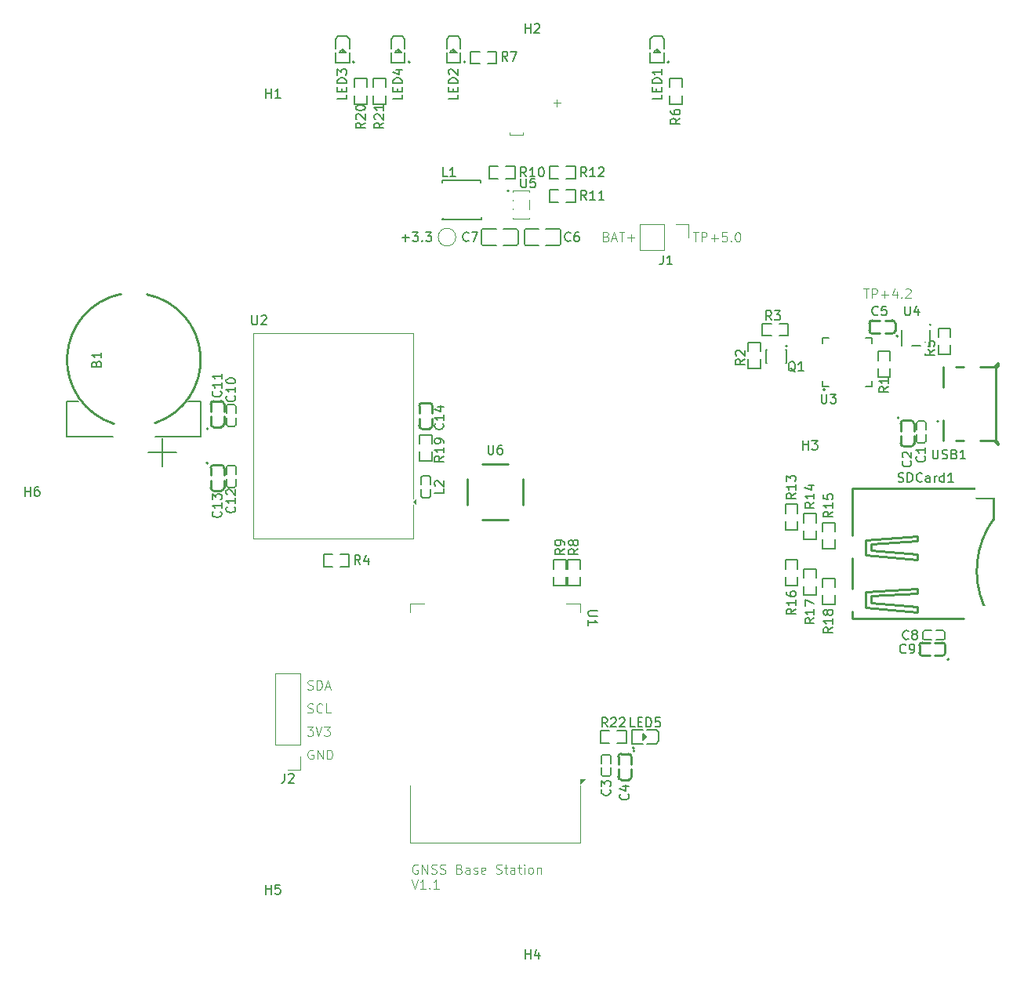
<source format=gbr>
%TF.GenerationSoftware,KiCad,Pcbnew,9.0.6-9.0.6~ubuntu24.04.1*%
%TF.CreationDate,2025-12-17T14:29:43+07:00*%
%TF.ProjectId,esp32s3-gnss-base-station,65737033-3273-4332-9d67-6e73732d6261,0.1*%
%TF.SameCoordinates,Original*%
%TF.FileFunction,Legend,Top*%
%TF.FilePolarity,Positive*%
%FSLAX46Y46*%
G04 Gerber Fmt 4.6, Leading zero omitted, Abs format (unit mm)*
G04 Created by KiCad (PCBNEW 9.0.6-9.0.6~ubuntu24.04.1) date 2025-12-17 14:29:43*
%MOMM*%
%LPD*%
G01*
G04 APERTURE LIST*
%ADD10C,0.191421*%
%ADD11C,0.100000*%
%ADD12C,0.125000*%
%ADD13C,0.150000*%
%ADD14C,0.200000*%
%ADD15C,0.250000*%
%ADD16C,0.120000*%
%ADD17C,0.300000*%
%ADD18C,0.130000*%
%ADD19R,1.600000X0.800000*%
%ADD20R,2.200000X1.700000*%
%ADD21R,1.500000X2.000000*%
%ADD22C,1.500000*%
%ADD23R,0.860000X0.810000*%
%ADD24C,1.800000*%
%ADD25C,2.000000*%
%ADD26C,5.000000*%
%ADD27R,0.900000X0.800000*%
%ADD28R,0.800000X0.800000*%
%ADD29R,1.410000X1.350000*%
%ADD30R,0.810000X0.860000*%
%ADD31R,3.200000X3.200000*%
%ADD32O,0.900000X0.280000*%
%ADD33O,0.280000X0.900000*%
%ADD34R,0.540000X0.790000*%
%ADD35R,0.790000X0.540000*%
%ADD36R,1.100000X1.100000*%
%ADD37R,0.800000X1.500000*%
%ADD38R,1.500000X0.800000*%
%ADD39R,1.600000X3.500000*%
%ADD40R,2.300000X4.500000*%
%ADD41C,1.000000*%
%ADD42C,1.200000*%
%ADD43R,1.100000X0.600000*%
%ADD44R,0.400000X0.900000*%
%ADD45C,0.600000*%
%ADD46R,3.900000X3.900000*%
%ADD47R,1.500000X0.900000*%
%ADD48R,0.900000X1.500000*%
%ADD49C,1.700000*%
%ADD50R,1.700000X1.700000*%
%ADD51R,0.800000X0.900000*%
%ADD52R,1.000000X1.600000*%
%ADD53R,1.400000X2.000000*%
%ADD54R,2.000000X0.400000*%
%ADD55C,0.550000*%
%ADD56R,0.490000X1.180000*%
%ADD57R,0.490000X1.160000*%
%ADD58O,2.000000X3.000000*%
%ADD59C,1.600000*%
G04 APERTURE END LIST*
D10*
X148995710Y-118100000D02*
G75*
G02*
X148804290Y-118100000I-95710J0D01*
G01*
X148804290Y-118100000D02*
G75*
G02*
X148995710Y-118100000I95710J0D01*
G01*
X118795710Y-53600000D02*
G75*
G02*
X118604290Y-53600000I-95710J0D01*
G01*
X118604290Y-53600000D02*
G75*
G02*
X118795710Y-53600000I95710J0D01*
G01*
X115095710Y-128000000D02*
G75*
G02*
X114904290Y-128000000I-95710J0D01*
G01*
X114904290Y-128000000D02*
G75*
G02*
X115095710Y-128000000I95710J0D01*
G01*
X68995710Y-96900000D02*
G75*
G02*
X68804290Y-96900000I-95710J0D01*
G01*
X68804290Y-96900000D02*
G75*
G02*
X68995710Y-96900000I95710J0D01*
G01*
X143495710Y-83200000D02*
G75*
G02*
X143304290Y-83200000I-95710J0D01*
G01*
X143304290Y-83200000D02*
G75*
G02*
X143495710Y-83200000I95710J0D01*
G01*
X114995710Y-127690000D02*
G75*
G02*
X114804290Y-127690000I-95710J0D01*
G01*
X114804290Y-127690000D02*
G75*
G02*
X114995710Y-127690000I95710J0D01*
G01*
X147895710Y-92400000D02*
G75*
G02*
X147704290Y-92400000I-95710J0D01*
G01*
X147704290Y-92400000D02*
G75*
G02*
X147895710Y-92400000I95710J0D01*
G01*
X84795710Y-53600000D02*
G75*
G02*
X84604290Y-53600000I-95710J0D01*
G01*
X84604290Y-53600000D02*
G75*
G02*
X84795710Y-53600000I95710J0D01*
G01*
X90795710Y-53600000D02*
G75*
G02*
X90604290Y-53600000I-95710J0D01*
G01*
X90604290Y-53600000D02*
G75*
G02*
X90795710Y-53600000I95710J0D01*
G01*
X68995710Y-93200000D02*
G75*
G02*
X68804290Y-93200000I-95710J0D01*
G01*
X68804290Y-93200000D02*
G75*
G02*
X68995710Y-93200000I95710J0D01*
G01*
X96795710Y-53600000D02*
G75*
G02*
X96604290Y-53600000I-95710J0D01*
G01*
X96604290Y-53600000D02*
G75*
G02*
X96795710Y-53600000I95710J0D01*
G01*
X143595710Y-92000000D02*
G75*
G02*
X143404290Y-92000000I-95710J0D01*
G01*
X143404290Y-92000000D02*
G75*
G02*
X143595710Y-92000000I95710J0D01*
G01*
D11*
X80327693Y-127920038D02*
X80232455Y-127872419D01*
X80232455Y-127872419D02*
X80089598Y-127872419D01*
X80089598Y-127872419D02*
X79946741Y-127920038D01*
X79946741Y-127920038D02*
X79851503Y-128015276D01*
X79851503Y-128015276D02*
X79803884Y-128110514D01*
X79803884Y-128110514D02*
X79756265Y-128300990D01*
X79756265Y-128300990D02*
X79756265Y-128443847D01*
X79756265Y-128443847D02*
X79803884Y-128634323D01*
X79803884Y-128634323D02*
X79851503Y-128729561D01*
X79851503Y-128729561D02*
X79946741Y-128824800D01*
X79946741Y-128824800D02*
X80089598Y-128872419D01*
X80089598Y-128872419D02*
X80184836Y-128872419D01*
X80184836Y-128872419D02*
X80327693Y-128824800D01*
X80327693Y-128824800D02*
X80375312Y-128777180D01*
X80375312Y-128777180D02*
X80375312Y-128443847D01*
X80375312Y-128443847D02*
X80184836Y-128443847D01*
X80803884Y-128872419D02*
X80803884Y-127872419D01*
X80803884Y-127872419D02*
X81375312Y-128872419D01*
X81375312Y-128872419D02*
X81375312Y-127872419D01*
X81851503Y-128872419D02*
X81851503Y-127872419D01*
X81851503Y-127872419D02*
X82089598Y-127872419D01*
X82089598Y-127872419D02*
X82232455Y-127920038D01*
X82232455Y-127920038D02*
X82327693Y-128015276D01*
X82327693Y-128015276D02*
X82375312Y-128110514D01*
X82375312Y-128110514D02*
X82422931Y-128300990D01*
X82422931Y-128300990D02*
X82422931Y-128443847D01*
X82422931Y-128443847D02*
X82375312Y-128634323D01*
X82375312Y-128634323D02*
X82327693Y-128729561D01*
X82327693Y-128729561D02*
X82232455Y-128824800D01*
X82232455Y-128824800D02*
X82089598Y-128872419D01*
X82089598Y-128872419D02*
X81851503Y-128872419D01*
X91627693Y-140310094D02*
X91532455Y-140262475D01*
X91532455Y-140262475D02*
X91389598Y-140262475D01*
X91389598Y-140262475D02*
X91246741Y-140310094D01*
X91246741Y-140310094D02*
X91151503Y-140405332D01*
X91151503Y-140405332D02*
X91103884Y-140500570D01*
X91103884Y-140500570D02*
X91056265Y-140691046D01*
X91056265Y-140691046D02*
X91056265Y-140833903D01*
X91056265Y-140833903D02*
X91103884Y-141024379D01*
X91103884Y-141024379D02*
X91151503Y-141119617D01*
X91151503Y-141119617D02*
X91246741Y-141214856D01*
X91246741Y-141214856D02*
X91389598Y-141262475D01*
X91389598Y-141262475D02*
X91484836Y-141262475D01*
X91484836Y-141262475D02*
X91627693Y-141214856D01*
X91627693Y-141214856D02*
X91675312Y-141167236D01*
X91675312Y-141167236D02*
X91675312Y-140833903D01*
X91675312Y-140833903D02*
X91484836Y-140833903D01*
X92103884Y-141262475D02*
X92103884Y-140262475D01*
X92103884Y-140262475D02*
X92675312Y-141262475D01*
X92675312Y-141262475D02*
X92675312Y-140262475D01*
X93103884Y-141214856D02*
X93246741Y-141262475D01*
X93246741Y-141262475D02*
X93484836Y-141262475D01*
X93484836Y-141262475D02*
X93580074Y-141214856D01*
X93580074Y-141214856D02*
X93627693Y-141167236D01*
X93627693Y-141167236D02*
X93675312Y-141071998D01*
X93675312Y-141071998D02*
X93675312Y-140976760D01*
X93675312Y-140976760D02*
X93627693Y-140881522D01*
X93627693Y-140881522D02*
X93580074Y-140833903D01*
X93580074Y-140833903D02*
X93484836Y-140786284D01*
X93484836Y-140786284D02*
X93294360Y-140738665D01*
X93294360Y-140738665D02*
X93199122Y-140691046D01*
X93199122Y-140691046D02*
X93151503Y-140643427D01*
X93151503Y-140643427D02*
X93103884Y-140548189D01*
X93103884Y-140548189D02*
X93103884Y-140452951D01*
X93103884Y-140452951D02*
X93151503Y-140357713D01*
X93151503Y-140357713D02*
X93199122Y-140310094D01*
X93199122Y-140310094D02*
X93294360Y-140262475D01*
X93294360Y-140262475D02*
X93532455Y-140262475D01*
X93532455Y-140262475D02*
X93675312Y-140310094D01*
X94056265Y-141214856D02*
X94199122Y-141262475D01*
X94199122Y-141262475D02*
X94437217Y-141262475D01*
X94437217Y-141262475D02*
X94532455Y-141214856D01*
X94532455Y-141214856D02*
X94580074Y-141167236D01*
X94580074Y-141167236D02*
X94627693Y-141071998D01*
X94627693Y-141071998D02*
X94627693Y-140976760D01*
X94627693Y-140976760D02*
X94580074Y-140881522D01*
X94580074Y-140881522D02*
X94532455Y-140833903D01*
X94532455Y-140833903D02*
X94437217Y-140786284D01*
X94437217Y-140786284D02*
X94246741Y-140738665D01*
X94246741Y-140738665D02*
X94151503Y-140691046D01*
X94151503Y-140691046D02*
X94103884Y-140643427D01*
X94103884Y-140643427D02*
X94056265Y-140548189D01*
X94056265Y-140548189D02*
X94056265Y-140452951D01*
X94056265Y-140452951D02*
X94103884Y-140357713D01*
X94103884Y-140357713D02*
X94151503Y-140310094D01*
X94151503Y-140310094D02*
X94246741Y-140262475D01*
X94246741Y-140262475D02*
X94484836Y-140262475D01*
X94484836Y-140262475D02*
X94627693Y-140310094D01*
X96151503Y-140738665D02*
X96294360Y-140786284D01*
X96294360Y-140786284D02*
X96341979Y-140833903D01*
X96341979Y-140833903D02*
X96389598Y-140929141D01*
X96389598Y-140929141D02*
X96389598Y-141071998D01*
X96389598Y-141071998D02*
X96341979Y-141167236D01*
X96341979Y-141167236D02*
X96294360Y-141214856D01*
X96294360Y-141214856D02*
X96199122Y-141262475D01*
X96199122Y-141262475D02*
X95818170Y-141262475D01*
X95818170Y-141262475D02*
X95818170Y-140262475D01*
X95818170Y-140262475D02*
X96151503Y-140262475D01*
X96151503Y-140262475D02*
X96246741Y-140310094D01*
X96246741Y-140310094D02*
X96294360Y-140357713D01*
X96294360Y-140357713D02*
X96341979Y-140452951D01*
X96341979Y-140452951D02*
X96341979Y-140548189D01*
X96341979Y-140548189D02*
X96294360Y-140643427D01*
X96294360Y-140643427D02*
X96246741Y-140691046D01*
X96246741Y-140691046D02*
X96151503Y-140738665D01*
X96151503Y-140738665D02*
X95818170Y-140738665D01*
X97246741Y-141262475D02*
X97246741Y-140738665D01*
X97246741Y-140738665D02*
X97199122Y-140643427D01*
X97199122Y-140643427D02*
X97103884Y-140595808D01*
X97103884Y-140595808D02*
X96913408Y-140595808D01*
X96913408Y-140595808D02*
X96818170Y-140643427D01*
X97246741Y-141214856D02*
X97151503Y-141262475D01*
X97151503Y-141262475D02*
X96913408Y-141262475D01*
X96913408Y-141262475D02*
X96818170Y-141214856D01*
X96818170Y-141214856D02*
X96770551Y-141119617D01*
X96770551Y-141119617D02*
X96770551Y-141024379D01*
X96770551Y-141024379D02*
X96818170Y-140929141D01*
X96818170Y-140929141D02*
X96913408Y-140881522D01*
X96913408Y-140881522D02*
X97151503Y-140881522D01*
X97151503Y-140881522D02*
X97246741Y-140833903D01*
X97675313Y-141214856D02*
X97770551Y-141262475D01*
X97770551Y-141262475D02*
X97961027Y-141262475D01*
X97961027Y-141262475D02*
X98056265Y-141214856D01*
X98056265Y-141214856D02*
X98103884Y-141119617D01*
X98103884Y-141119617D02*
X98103884Y-141071998D01*
X98103884Y-141071998D02*
X98056265Y-140976760D01*
X98056265Y-140976760D02*
X97961027Y-140929141D01*
X97961027Y-140929141D02*
X97818170Y-140929141D01*
X97818170Y-140929141D02*
X97722932Y-140881522D01*
X97722932Y-140881522D02*
X97675313Y-140786284D01*
X97675313Y-140786284D02*
X97675313Y-140738665D01*
X97675313Y-140738665D02*
X97722932Y-140643427D01*
X97722932Y-140643427D02*
X97818170Y-140595808D01*
X97818170Y-140595808D02*
X97961027Y-140595808D01*
X97961027Y-140595808D02*
X98056265Y-140643427D01*
X98913408Y-141214856D02*
X98818170Y-141262475D01*
X98818170Y-141262475D02*
X98627694Y-141262475D01*
X98627694Y-141262475D02*
X98532456Y-141214856D01*
X98532456Y-141214856D02*
X98484837Y-141119617D01*
X98484837Y-141119617D02*
X98484837Y-140738665D01*
X98484837Y-140738665D02*
X98532456Y-140643427D01*
X98532456Y-140643427D02*
X98627694Y-140595808D01*
X98627694Y-140595808D02*
X98818170Y-140595808D01*
X98818170Y-140595808D02*
X98913408Y-140643427D01*
X98913408Y-140643427D02*
X98961027Y-140738665D01*
X98961027Y-140738665D02*
X98961027Y-140833903D01*
X98961027Y-140833903D02*
X98484837Y-140929141D01*
X100103885Y-141214856D02*
X100246742Y-141262475D01*
X100246742Y-141262475D02*
X100484837Y-141262475D01*
X100484837Y-141262475D02*
X100580075Y-141214856D01*
X100580075Y-141214856D02*
X100627694Y-141167236D01*
X100627694Y-141167236D02*
X100675313Y-141071998D01*
X100675313Y-141071998D02*
X100675313Y-140976760D01*
X100675313Y-140976760D02*
X100627694Y-140881522D01*
X100627694Y-140881522D02*
X100580075Y-140833903D01*
X100580075Y-140833903D02*
X100484837Y-140786284D01*
X100484837Y-140786284D02*
X100294361Y-140738665D01*
X100294361Y-140738665D02*
X100199123Y-140691046D01*
X100199123Y-140691046D02*
X100151504Y-140643427D01*
X100151504Y-140643427D02*
X100103885Y-140548189D01*
X100103885Y-140548189D02*
X100103885Y-140452951D01*
X100103885Y-140452951D02*
X100151504Y-140357713D01*
X100151504Y-140357713D02*
X100199123Y-140310094D01*
X100199123Y-140310094D02*
X100294361Y-140262475D01*
X100294361Y-140262475D02*
X100532456Y-140262475D01*
X100532456Y-140262475D02*
X100675313Y-140310094D01*
X100961028Y-140595808D02*
X101341980Y-140595808D01*
X101103885Y-140262475D02*
X101103885Y-141119617D01*
X101103885Y-141119617D02*
X101151504Y-141214856D01*
X101151504Y-141214856D02*
X101246742Y-141262475D01*
X101246742Y-141262475D02*
X101341980Y-141262475D01*
X102103885Y-141262475D02*
X102103885Y-140738665D01*
X102103885Y-140738665D02*
X102056266Y-140643427D01*
X102056266Y-140643427D02*
X101961028Y-140595808D01*
X101961028Y-140595808D02*
X101770552Y-140595808D01*
X101770552Y-140595808D02*
X101675314Y-140643427D01*
X102103885Y-141214856D02*
X102008647Y-141262475D01*
X102008647Y-141262475D02*
X101770552Y-141262475D01*
X101770552Y-141262475D02*
X101675314Y-141214856D01*
X101675314Y-141214856D02*
X101627695Y-141119617D01*
X101627695Y-141119617D02*
X101627695Y-141024379D01*
X101627695Y-141024379D02*
X101675314Y-140929141D01*
X101675314Y-140929141D02*
X101770552Y-140881522D01*
X101770552Y-140881522D02*
X102008647Y-140881522D01*
X102008647Y-140881522D02*
X102103885Y-140833903D01*
X102437219Y-140595808D02*
X102818171Y-140595808D01*
X102580076Y-140262475D02*
X102580076Y-141119617D01*
X102580076Y-141119617D02*
X102627695Y-141214856D01*
X102627695Y-141214856D02*
X102722933Y-141262475D01*
X102722933Y-141262475D02*
X102818171Y-141262475D01*
X103151505Y-141262475D02*
X103151505Y-140595808D01*
X103151505Y-140262475D02*
X103103886Y-140310094D01*
X103103886Y-140310094D02*
X103151505Y-140357713D01*
X103151505Y-140357713D02*
X103199124Y-140310094D01*
X103199124Y-140310094D02*
X103151505Y-140262475D01*
X103151505Y-140262475D02*
X103151505Y-140357713D01*
X103770552Y-141262475D02*
X103675314Y-141214856D01*
X103675314Y-141214856D02*
X103627695Y-141167236D01*
X103627695Y-141167236D02*
X103580076Y-141071998D01*
X103580076Y-141071998D02*
X103580076Y-140786284D01*
X103580076Y-140786284D02*
X103627695Y-140691046D01*
X103627695Y-140691046D02*
X103675314Y-140643427D01*
X103675314Y-140643427D02*
X103770552Y-140595808D01*
X103770552Y-140595808D02*
X103913409Y-140595808D01*
X103913409Y-140595808D02*
X104008647Y-140643427D01*
X104008647Y-140643427D02*
X104056266Y-140691046D01*
X104056266Y-140691046D02*
X104103885Y-140786284D01*
X104103885Y-140786284D02*
X104103885Y-141071998D01*
X104103885Y-141071998D02*
X104056266Y-141167236D01*
X104056266Y-141167236D02*
X104008647Y-141214856D01*
X104008647Y-141214856D02*
X103913409Y-141262475D01*
X103913409Y-141262475D02*
X103770552Y-141262475D01*
X104532457Y-140595808D02*
X104532457Y-141262475D01*
X104532457Y-140691046D02*
X104580076Y-140643427D01*
X104580076Y-140643427D02*
X104675314Y-140595808D01*
X104675314Y-140595808D02*
X104818171Y-140595808D01*
X104818171Y-140595808D02*
X104913409Y-140643427D01*
X104913409Y-140643427D02*
X104961028Y-140738665D01*
X104961028Y-140738665D02*
X104961028Y-141262475D01*
X90961027Y-141872419D02*
X91294360Y-142872419D01*
X91294360Y-142872419D02*
X91627693Y-141872419D01*
X92484836Y-142872419D02*
X91913408Y-142872419D01*
X92199122Y-142872419D02*
X92199122Y-141872419D01*
X92199122Y-141872419D02*
X92103884Y-142015276D01*
X92103884Y-142015276D02*
X92008646Y-142110514D01*
X92008646Y-142110514D02*
X91913408Y-142158133D01*
X92913408Y-142777180D02*
X92961027Y-142824800D01*
X92961027Y-142824800D02*
X92913408Y-142872419D01*
X92913408Y-142872419D02*
X92865789Y-142824800D01*
X92865789Y-142824800D02*
X92913408Y-142777180D01*
X92913408Y-142777180D02*
X92913408Y-142872419D01*
X93913407Y-142872419D02*
X93341979Y-142872419D01*
X93627693Y-142872419D02*
X93627693Y-141872419D01*
X93627693Y-141872419D02*
X93532455Y-142015276D01*
X93532455Y-142015276D02*
X93437217Y-142110514D01*
X93437217Y-142110514D02*
X93341979Y-142158133D01*
X79756265Y-123824800D02*
X79899122Y-123872419D01*
X79899122Y-123872419D02*
X80137217Y-123872419D01*
X80137217Y-123872419D02*
X80232455Y-123824800D01*
X80232455Y-123824800D02*
X80280074Y-123777180D01*
X80280074Y-123777180D02*
X80327693Y-123681942D01*
X80327693Y-123681942D02*
X80327693Y-123586704D01*
X80327693Y-123586704D02*
X80280074Y-123491466D01*
X80280074Y-123491466D02*
X80232455Y-123443847D01*
X80232455Y-123443847D02*
X80137217Y-123396228D01*
X80137217Y-123396228D02*
X79946741Y-123348609D01*
X79946741Y-123348609D02*
X79851503Y-123300990D01*
X79851503Y-123300990D02*
X79803884Y-123253371D01*
X79803884Y-123253371D02*
X79756265Y-123158133D01*
X79756265Y-123158133D02*
X79756265Y-123062895D01*
X79756265Y-123062895D02*
X79803884Y-122967657D01*
X79803884Y-122967657D02*
X79851503Y-122920038D01*
X79851503Y-122920038D02*
X79946741Y-122872419D01*
X79946741Y-122872419D02*
X80184836Y-122872419D01*
X80184836Y-122872419D02*
X80327693Y-122920038D01*
X81327693Y-123777180D02*
X81280074Y-123824800D01*
X81280074Y-123824800D02*
X81137217Y-123872419D01*
X81137217Y-123872419D02*
X81041979Y-123872419D01*
X81041979Y-123872419D02*
X80899122Y-123824800D01*
X80899122Y-123824800D02*
X80803884Y-123729561D01*
X80803884Y-123729561D02*
X80756265Y-123634323D01*
X80756265Y-123634323D02*
X80708646Y-123443847D01*
X80708646Y-123443847D02*
X80708646Y-123300990D01*
X80708646Y-123300990D02*
X80756265Y-123110514D01*
X80756265Y-123110514D02*
X80803884Y-123015276D01*
X80803884Y-123015276D02*
X80899122Y-122920038D01*
X80899122Y-122920038D02*
X81041979Y-122872419D01*
X81041979Y-122872419D02*
X81137217Y-122872419D01*
X81137217Y-122872419D02*
X81280074Y-122920038D01*
X81280074Y-122920038D02*
X81327693Y-122967657D01*
X82232455Y-123872419D02*
X81756265Y-123872419D01*
X81756265Y-123872419D02*
X81756265Y-122872419D01*
X79756265Y-121324800D02*
X79899122Y-121372419D01*
X79899122Y-121372419D02*
X80137217Y-121372419D01*
X80137217Y-121372419D02*
X80232455Y-121324800D01*
X80232455Y-121324800D02*
X80280074Y-121277180D01*
X80280074Y-121277180D02*
X80327693Y-121181942D01*
X80327693Y-121181942D02*
X80327693Y-121086704D01*
X80327693Y-121086704D02*
X80280074Y-120991466D01*
X80280074Y-120991466D02*
X80232455Y-120943847D01*
X80232455Y-120943847D02*
X80137217Y-120896228D01*
X80137217Y-120896228D02*
X79946741Y-120848609D01*
X79946741Y-120848609D02*
X79851503Y-120800990D01*
X79851503Y-120800990D02*
X79803884Y-120753371D01*
X79803884Y-120753371D02*
X79756265Y-120658133D01*
X79756265Y-120658133D02*
X79756265Y-120562895D01*
X79756265Y-120562895D02*
X79803884Y-120467657D01*
X79803884Y-120467657D02*
X79851503Y-120420038D01*
X79851503Y-120420038D02*
X79946741Y-120372419D01*
X79946741Y-120372419D02*
X80184836Y-120372419D01*
X80184836Y-120372419D02*
X80327693Y-120420038D01*
X80756265Y-121372419D02*
X80756265Y-120372419D01*
X80756265Y-120372419D02*
X80994360Y-120372419D01*
X80994360Y-120372419D02*
X81137217Y-120420038D01*
X81137217Y-120420038D02*
X81232455Y-120515276D01*
X81232455Y-120515276D02*
X81280074Y-120610514D01*
X81280074Y-120610514D02*
X81327693Y-120800990D01*
X81327693Y-120800990D02*
X81327693Y-120943847D01*
X81327693Y-120943847D02*
X81280074Y-121134323D01*
X81280074Y-121134323D02*
X81232455Y-121229561D01*
X81232455Y-121229561D02*
X81137217Y-121324800D01*
X81137217Y-121324800D02*
X80994360Y-121372419D01*
X80994360Y-121372419D02*
X80756265Y-121372419D01*
X81708646Y-121086704D02*
X82184836Y-121086704D01*
X81613408Y-121372419D02*
X81946741Y-120372419D01*
X81946741Y-120372419D02*
X82280074Y-121372419D01*
X101594247Y-61208646D02*
X101594247Y-61446741D01*
X101594247Y-61446741D02*
X103022819Y-61446741D01*
X103022819Y-61446741D02*
X103022819Y-61208646D01*
D12*
X121377474Y-71971119D02*
X121948902Y-71971119D01*
X121663188Y-72971119D02*
X121663188Y-71971119D01*
X122282236Y-72971119D02*
X122282236Y-71971119D01*
X122282236Y-71971119D02*
X122663188Y-71971119D01*
X122663188Y-71971119D02*
X122758426Y-72018738D01*
X122758426Y-72018738D02*
X122806045Y-72066357D01*
X122806045Y-72066357D02*
X122853664Y-72161595D01*
X122853664Y-72161595D02*
X122853664Y-72304452D01*
X122853664Y-72304452D02*
X122806045Y-72399690D01*
X122806045Y-72399690D02*
X122758426Y-72447309D01*
X122758426Y-72447309D02*
X122663188Y-72494928D01*
X122663188Y-72494928D02*
X122282236Y-72494928D01*
X123282236Y-72590166D02*
X124044141Y-72590166D01*
X123663188Y-72971119D02*
X123663188Y-72209214D01*
X124996521Y-71971119D02*
X124520331Y-71971119D01*
X124520331Y-71971119D02*
X124472712Y-72447309D01*
X124472712Y-72447309D02*
X124520331Y-72399690D01*
X124520331Y-72399690D02*
X124615569Y-72352071D01*
X124615569Y-72352071D02*
X124853664Y-72352071D01*
X124853664Y-72352071D02*
X124948902Y-72399690D01*
X124948902Y-72399690D02*
X124996521Y-72447309D01*
X124996521Y-72447309D02*
X125044140Y-72542547D01*
X125044140Y-72542547D02*
X125044140Y-72780642D01*
X125044140Y-72780642D02*
X124996521Y-72875880D01*
X124996521Y-72875880D02*
X124948902Y-72923500D01*
X124948902Y-72923500D02*
X124853664Y-72971119D01*
X124853664Y-72971119D02*
X124615569Y-72971119D01*
X124615569Y-72971119D02*
X124520331Y-72923500D01*
X124520331Y-72923500D02*
X124472712Y-72875880D01*
X125472712Y-72875880D02*
X125520331Y-72923500D01*
X125520331Y-72923500D02*
X125472712Y-72971119D01*
X125472712Y-72971119D02*
X125425093Y-72923500D01*
X125425093Y-72923500D02*
X125472712Y-72875880D01*
X125472712Y-72875880D02*
X125472712Y-72971119D01*
X126139378Y-71971119D02*
X126234616Y-71971119D01*
X126234616Y-71971119D02*
X126329854Y-72018738D01*
X126329854Y-72018738D02*
X126377473Y-72066357D01*
X126377473Y-72066357D02*
X126425092Y-72161595D01*
X126425092Y-72161595D02*
X126472711Y-72352071D01*
X126472711Y-72352071D02*
X126472711Y-72590166D01*
X126472711Y-72590166D02*
X126425092Y-72780642D01*
X126425092Y-72780642D02*
X126377473Y-72875880D01*
X126377473Y-72875880D02*
X126329854Y-72923500D01*
X126329854Y-72923500D02*
X126234616Y-72971119D01*
X126234616Y-72971119D02*
X126139378Y-72971119D01*
X126139378Y-72971119D02*
X126044140Y-72923500D01*
X126044140Y-72923500D02*
X125996521Y-72875880D01*
X125996521Y-72875880D02*
X125948902Y-72780642D01*
X125948902Y-72780642D02*
X125901283Y-72590166D01*
X125901283Y-72590166D02*
X125901283Y-72352071D01*
X125901283Y-72352071D02*
X125948902Y-72161595D01*
X125948902Y-72161595D02*
X125996521Y-72066357D01*
X125996521Y-72066357D02*
X126044140Y-72018738D01*
X126044140Y-72018738D02*
X126139378Y-71971119D01*
X112003664Y-72417309D02*
X112146521Y-72464928D01*
X112146521Y-72464928D02*
X112194140Y-72512547D01*
X112194140Y-72512547D02*
X112241759Y-72607785D01*
X112241759Y-72607785D02*
X112241759Y-72750642D01*
X112241759Y-72750642D02*
X112194140Y-72845880D01*
X112194140Y-72845880D02*
X112146521Y-72893500D01*
X112146521Y-72893500D02*
X112051283Y-72941119D01*
X112051283Y-72941119D02*
X111670331Y-72941119D01*
X111670331Y-72941119D02*
X111670331Y-71941119D01*
X111670331Y-71941119D02*
X112003664Y-71941119D01*
X112003664Y-71941119D02*
X112098902Y-71988738D01*
X112098902Y-71988738D02*
X112146521Y-72036357D01*
X112146521Y-72036357D02*
X112194140Y-72131595D01*
X112194140Y-72131595D02*
X112194140Y-72226833D01*
X112194140Y-72226833D02*
X112146521Y-72322071D01*
X112146521Y-72322071D02*
X112098902Y-72369690D01*
X112098902Y-72369690D02*
X112003664Y-72417309D01*
X112003664Y-72417309D02*
X111670331Y-72417309D01*
X112622712Y-72655404D02*
X113098902Y-72655404D01*
X112527474Y-72941119D02*
X112860807Y-71941119D01*
X112860807Y-71941119D02*
X113194140Y-72941119D01*
X113384617Y-71941119D02*
X113956045Y-71941119D01*
X113670331Y-72941119D02*
X113670331Y-71941119D01*
X114289379Y-72560166D02*
X115051284Y-72560166D01*
X114670331Y-72941119D02*
X114670331Y-72179214D01*
D11*
X106303884Y-57991466D02*
X107065789Y-57991466D01*
X106684836Y-58372419D02*
X106684836Y-57610514D01*
D12*
X139777474Y-78071119D02*
X140348902Y-78071119D01*
X140063188Y-79071119D02*
X140063188Y-78071119D01*
X140682236Y-79071119D02*
X140682236Y-78071119D01*
X140682236Y-78071119D02*
X141063188Y-78071119D01*
X141063188Y-78071119D02*
X141158426Y-78118738D01*
X141158426Y-78118738D02*
X141206045Y-78166357D01*
X141206045Y-78166357D02*
X141253664Y-78261595D01*
X141253664Y-78261595D02*
X141253664Y-78404452D01*
X141253664Y-78404452D02*
X141206045Y-78499690D01*
X141206045Y-78499690D02*
X141158426Y-78547309D01*
X141158426Y-78547309D02*
X141063188Y-78594928D01*
X141063188Y-78594928D02*
X140682236Y-78594928D01*
X141682236Y-78690166D02*
X142444141Y-78690166D01*
X142063188Y-79071119D02*
X142063188Y-78309214D01*
X143348902Y-78404452D02*
X143348902Y-79071119D01*
X143110807Y-78023500D02*
X142872712Y-78737785D01*
X142872712Y-78737785D02*
X143491759Y-78737785D01*
X143872712Y-78975880D02*
X143920331Y-79023500D01*
X143920331Y-79023500D02*
X143872712Y-79071119D01*
X143872712Y-79071119D02*
X143825093Y-79023500D01*
X143825093Y-79023500D02*
X143872712Y-78975880D01*
X143872712Y-78975880D02*
X143872712Y-79071119D01*
X144301283Y-78166357D02*
X144348902Y-78118738D01*
X144348902Y-78118738D02*
X144444140Y-78071119D01*
X144444140Y-78071119D02*
X144682235Y-78071119D01*
X144682235Y-78071119D02*
X144777473Y-78118738D01*
X144777473Y-78118738D02*
X144825092Y-78166357D01*
X144825092Y-78166357D02*
X144872711Y-78261595D01*
X144872711Y-78261595D02*
X144872711Y-78356833D01*
X144872711Y-78356833D02*
X144825092Y-78499690D01*
X144825092Y-78499690D02*
X144253664Y-79071119D01*
X144253664Y-79071119D02*
X144872711Y-79071119D01*
D11*
X79708646Y-125372419D02*
X80327693Y-125372419D01*
X80327693Y-125372419D02*
X79994360Y-125753371D01*
X79994360Y-125753371D02*
X80137217Y-125753371D01*
X80137217Y-125753371D02*
X80232455Y-125800990D01*
X80232455Y-125800990D02*
X80280074Y-125848609D01*
X80280074Y-125848609D02*
X80327693Y-125943847D01*
X80327693Y-125943847D02*
X80327693Y-126181942D01*
X80327693Y-126181942D02*
X80280074Y-126277180D01*
X80280074Y-126277180D02*
X80232455Y-126324800D01*
X80232455Y-126324800D02*
X80137217Y-126372419D01*
X80137217Y-126372419D02*
X79851503Y-126372419D01*
X79851503Y-126372419D02*
X79756265Y-126324800D01*
X79756265Y-126324800D02*
X79708646Y-126277180D01*
X80613408Y-125372419D02*
X80946741Y-126372419D01*
X80946741Y-126372419D02*
X81280074Y-125372419D01*
X81518170Y-125372419D02*
X82137217Y-125372419D01*
X82137217Y-125372419D02*
X81803884Y-125753371D01*
X81803884Y-125753371D02*
X81946741Y-125753371D01*
X81946741Y-125753371D02*
X82041979Y-125800990D01*
X82041979Y-125800990D02*
X82089598Y-125848609D01*
X82089598Y-125848609D02*
X82137217Y-125943847D01*
X82137217Y-125943847D02*
X82137217Y-126181942D01*
X82137217Y-126181942D02*
X82089598Y-126277180D01*
X82089598Y-126277180D02*
X82041979Y-126324800D01*
X82041979Y-126324800D02*
X81946741Y-126372419D01*
X81946741Y-126372419D02*
X81661027Y-126372419D01*
X81661027Y-126372419D02*
X81565789Y-126324800D01*
X81565789Y-126324800D02*
X81518170Y-126277180D01*
D13*
X143523809Y-98907200D02*
X143666666Y-98954819D01*
X143666666Y-98954819D02*
X143904761Y-98954819D01*
X143904761Y-98954819D02*
X143999999Y-98907200D01*
X143999999Y-98907200D02*
X144047618Y-98859580D01*
X144047618Y-98859580D02*
X144095237Y-98764342D01*
X144095237Y-98764342D02*
X144095237Y-98669104D01*
X144095237Y-98669104D02*
X144047618Y-98573866D01*
X144047618Y-98573866D02*
X143999999Y-98526247D01*
X143999999Y-98526247D02*
X143904761Y-98478628D01*
X143904761Y-98478628D02*
X143714285Y-98431009D01*
X143714285Y-98431009D02*
X143619047Y-98383390D01*
X143619047Y-98383390D02*
X143571428Y-98335771D01*
X143571428Y-98335771D02*
X143523809Y-98240533D01*
X143523809Y-98240533D02*
X143523809Y-98145295D01*
X143523809Y-98145295D02*
X143571428Y-98050057D01*
X143571428Y-98050057D02*
X143619047Y-98002438D01*
X143619047Y-98002438D02*
X143714285Y-97954819D01*
X143714285Y-97954819D02*
X143952380Y-97954819D01*
X143952380Y-97954819D02*
X144095237Y-98002438D01*
X144523809Y-98954819D02*
X144523809Y-97954819D01*
X144523809Y-97954819D02*
X144761904Y-97954819D01*
X144761904Y-97954819D02*
X144904761Y-98002438D01*
X144904761Y-98002438D02*
X144999999Y-98097676D01*
X144999999Y-98097676D02*
X145047618Y-98192914D01*
X145047618Y-98192914D02*
X145095237Y-98383390D01*
X145095237Y-98383390D02*
X145095237Y-98526247D01*
X145095237Y-98526247D02*
X145047618Y-98716723D01*
X145047618Y-98716723D02*
X144999999Y-98811961D01*
X144999999Y-98811961D02*
X144904761Y-98907200D01*
X144904761Y-98907200D02*
X144761904Y-98954819D01*
X144761904Y-98954819D02*
X144523809Y-98954819D01*
X146095237Y-98859580D02*
X146047618Y-98907200D01*
X146047618Y-98907200D02*
X145904761Y-98954819D01*
X145904761Y-98954819D02*
X145809523Y-98954819D01*
X145809523Y-98954819D02*
X145666666Y-98907200D01*
X145666666Y-98907200D02*
X145571428Y-98811961D01*
X145571428Y-98811961D02*
X145523809Y-98716723D01*
X145523809Y-98716723D02*
X145476190Y-98526247D01*
X145476190Y-98526247D02*
X145476190Y-98383390D01*
X145476190Y-98383390D02*
X145523809Y-98192914D01*
X145523809Y-98192914D02*
X145571428Y-98097676D01*
X145571428Y-98097676D02*
X145666666Y-98002438D01*
X145666666Y-98002438D02*
X145809523Y-97954819D01*
X145809523Y-97954819D02*
X145904761Y-97954819D01*
X145904761Y-97954819D02*
X146047618Y-98002438D01*
X146047618Y-98002438D02*
X146095237Y-98050057D01*
X146952380Y-98954819D02*
X146952380Y-98431009D01*
X146952380Y-98431009D02*
X146904761Y-98335771D01*
X146904761Y-98335771D02*
X146809523Y-98288152D01*
X146809523Y-98288152D02*
X146619047Y-98288152D01*
X146619047Y-98288152D02*
X146523809Y-98335771D01*
X146952380Y-98907200D02*
X146857142Y-98954819D01*
X146857142Y-98954819D02*
X146619047Y-98954819D01*
X146619047Y-98954819D02*
X146523809Y-98907200D01*
X146523809Y-98907200D02*
X146476190Y-98811961D01*
X146476190Y-98811961D02*
X146476190Y-98716723D01*
X146476190Y-98716723D02*
X146523809Y-98621485D01*
X146523809Y-98621485D02*
X146619047Y-98573866D01*
X146619047Y-98573866D02*
X146857142Y-98573866D01*
X146857142Y-98573866D02*
X146952380Y-98526247D01*
X147428571Y-98954819D02*
X147428571Y-98288152D01*
X147428571Y-98478628D02*
X147476190Y-98383390D01*
X147476190Y-98383390D02*
X147523809Y-98335771D01*
X147523809Y-98335771D02*
X147619047Y-98288152D01*
X147619047Y-98288152D02*
X147714285Y-98288152D01*
X148476190Y-98954819D02*
X148476190Y-97954819D01*
X148476190Y-98907200D02*
X148380952Y-98954819D01*
X148380952Y-98954819D02*
X148190476Y-98954819D01*
X148190476Y-98954819D02*
X148095238Y-98907200D01*
X148095238Y-98907200D02*
X148047619Y-98859580D01*
X148047619Y-98859580D02*
X148000000Y-98764342D01*
X148000000Y-98764342D02*
X148000000Y-98478628D01*
X148000000Y-98478628D02*
X148047619Y-98383390D01*
X148047619Y-98383390D02*
X148095238Y-98335771D01*
X148095238Y-98335771D02*
X148190476Y-98288152D01*
X148190476Y-98288152D02*
X148380952Y-98288152D01*
X148380952Y-98288152D02*
X148476190Y-98335771D01*
X149476190Y-98954819D02*
X148904762Y-98954819D01*
X149190476Y-98954819D02*
X149190476Y-97954819D01*
X149190476Y-97954819D02*
X149095238Y-98097676D01*
X149095238Y-98097676D02*
X149000000Y-98192914D01*
X149000000Y-98192914D02*
X148904762Y-98240533D01*
X89928572Y-72573866D02*
X90690477Y-72573866D01*
X90309524Y-72954819D02*
X90309524Y-72192914D01*
X91071429Y-71954819D02*
X91690476Y-71954819D01*
X91690476Y-71954819D02*
X91357143Y-72335771D01*
X91357143Y-72335771D02*
X91500000Y-72335771D01*
X91500000Y-72335771D02*
X91595238Y-72383390D01*
X91595238Y-72383390D02*
X91642857Y-72431009D01*
X91642857Y-72431009D02*
X91690476Y-72526247D01*
X91690476Y-72526247D02*
X91690476Y-72764342D01*
X91690476Y-72764342D02*
X91642857Y-72859580D01*
X91642857Y-72859580D02*
X91595238Y-72907200D01*
X91595238Y-72907200D02*
X91500000Y-72954819D01*
X91500000Y-72954819D02*
X91214286Y-72954819D01*
X91214286Y-72954819D02*
X91119048Y-72907200D01*
X91119048Y-72907200D02*
X91071429Y-72859580D01*
X92119048Y-72859580D02*
X92166667Y-72907200D01*
X92166667Y-72907200D02*
X92119048Y-72954819D01*
X92119048Y-72954819D02*
X92071429Y-72907200D01*
X92071429Y-72907200D02*
X92119048Y-72859580D01*
X92119048Y-72859580D02*
X92119048Y-72954819D01*
X92500000Y-71954819D02*
X93119047Y-71954819D01*
X93119047Y-71954819D02*
X92785714Y-72335771D01*
X92785714Y-72335771D02*
X92928571Y-72335771D01*
X92928571Y-72335771D02*
X93023809Y-72383390D01*
X93023809Y-72383390D02*
X93071428Y-72431009D01*
X93071428Y-72431009D02*
X93119047Y-72526247D01*
X93119047Y-72526247D02*
X93119047Y-72764342D01*
X93119047Y-72764342D02*
X93071428Y-72859580D01*
X93071428Y-72859580D02*
X93023809Y-72907200D01*
X93023809Y-72907200D02*
X92928571Y-72954819D01*
X92928571Y-72954819D02*
X92642857Y-72954819D01*
X92642857Y-72954819D02*
X92547619Y-72907200D01*
X92547619Y-72907200D02*
X92500000Y-72859580D01*
X136454819Y-102142857D02*
X135978628Y-102476190D01*
X136454819Y-102714285D02*
X135454819Y-102714285D01*
X135454819Y-102714285D02*
X135454819Y-102333333D01*
X135454819Y-102333333D02*
X135502438Y-102238095D01*
X135502438Y-102238095D02*
X135550057Y-102190476D01*
X135550057Y-102190476D02*
X135645295Y-102142857D01*
X135645295Y-102142857D02*
X135788152Y-102142857D01*
X135788152Y-102142857D02*
X135883390Y-102190476D01*
X135883390Y-102190476D02*
X135931009Y-102238095D01*
X135931009Y-102238095D02*
X135978628Y-102333333D01*
X135978628Y-102333333D02*
X135978628Y-102714285D01*
X136454819Y-101190476D02*
X136454819Y-101761904D01*
X136454819Y-101476190D02*
X135454819Y-101476190D01*
X135454819Y-101476190D02*
X135597676Y-101571428D01*
X135597676Y-101571428D02*
X135692914Y-101666666D01*
X135692914Y-101666666D02*
X135740533Y-101761904D01*
X135454819Y-100285714D02*
X135454819Y-100761904D01*
X135454819Y-100761904D02*
X135931009Y-100809523D01*
X135931009Y-100809523D02*
X135883390Y-100761904D01*
X135883390Y-100761904D02*
X135835771Y-100666666D01*
X135835771Y-100666666D02*
X135835771Y-100428571D01*
X135835771Y-100428571D02*
X135883390Y-100333333D01*
X135883390Y-100333333D02*
X135931009Y-100285714D01*
X135931009Y-100285714D02*
X136026247Y-100238095D01*
X136026247Y-100238095D02*
X136264342Y-100238095D01*
X136264342Y-100238095D02*
X136359580Y-100285714D01*
X136359580Y-100285714D02*
X136407200Y-100333333D01*
X136407200Y-100333333D02*
X136454819Y-100428571D01*
X136454819Y-100428571D02*
X136454819Y-100666666D01*
X136454819Y-100666666D02*
X136407200Y-100761904D01*
X136407200Y-100761904D02*
X136359580Y-100809523D01*
X99238095Y-94954819D02*
X99238095Y-95764342D01*
X99238095Y-95764342D02*
X99285714Y-95859580D01*
X99285714Y-95859580D02*
X99333333Y-95907200D01*
X99333333Y-95907200D02*
X99428571Y-95954819D01*
X99428571Y-95954819D02*
X99619047Y-95954819D01*
X99619047Y-95954819D02*
X99714285Y-95907200D01*
X99714285Y-95907200D02*
X99761904Y-95859580D01*
X99761904Y-95859580D02*
X99809523Y-95764342D01*
X99809523Y-95764342D02*
X99809523Y-94954819D01*
X100714285Y-94954819D02*
X100523809Y-94954819D01*
X100523809Y-94954819D02*
X100428571Y-95002438D01*
X100428571Y-95002438D02*
X100380952Y-95050057D01*
X100380952Y-95050057D02*
X100285714Y-95192914D01*
X100285714Y-95192914D02*
X100238095Y-95383390D01*
X100238095Y-95383390D02*
X100238095Y-95764342D01*
X100238095Y-95764342D02*
X100285714Y-95859580D01*
X100285714Y-95859580D02*
X100333333Y-95907200D01*
X100333333Y-95907200D02*
X100428571Y-95954819D01*
X100428571Y-95954819D02*
X100619047Y-95954819D01*
X100619047Y-95954819D02*
X100714285Y-95907200D01*
X100714285Y-95907200D02*
X100761904Y-95859580D01*
X100761904Y-95859580D02*
X100809523Y-95764342D01*
X100809523Y-95764342D02*
X100809523Y-95526247D01*
X100809523Y-95526247D02*
X100761904Y-95431009D01*
X100761904Y-95431009D02*
X100714285Y-95383390D01*
X100714285Y-95383390D02*
X100619047Y-95335771D01*
X100619047Y-95335771D02*
X100428571Y-95335771D01*
X100428571Y-95335771D02*
X100333333Y-95383390D01*
X100333333Y-95383390D02*
X100285714Y-95431009D01*
X100285714Y-95431009D02*
X100238095Y-95526247D01*
X75238095Y-57454819D02*
X75238095Y-56454819D01*
X75238095Y-56931009D02*
X75809523Y-56931009D01*
X75809523Y-57454819D02*
X75809523Y-56454819D01*
X76809523Y-57454819D02*
X76238095Y-57454819D01*
X76523809Y-57454819D02*
X76523809Y-56454819D01*
X76523809Y-56454819D02*
X76428571Y-56597676D01*
X76428571Y-56597676D02*
X76333333Y-56692914D01*
X76333333Y-56692914D02*
X76238095Y-56740533D01*
X114359580Y-132666666D02*
X114407200Y-132714285D01*
X114407200Y-132714285D02*
X114454819Y-132857142D01*
X114454819Y-132857142D02*
X114454819Y-132952380D01*
X114454819Y-132952380D02*
X114407200Y-133095237D01*
X114407200Y-133095237D02*
X114311961Y-133190475D01*
X114311961Y-133190475D02*
X114216723Y-133238094D01*
X114216723Y-133238094D02*
X114026247Y-133285713D01*
X114026247Y-133285713D02*
X113883390Y-133285713D01*
X113883390Y-133285713D02*
X113692914Y-133238094D01*
X113692914Y-133238094D02*
X113597676Y-133190475D01*
X113597676Y-133190475D02*
X113502438Y-133095237D01*
X113502438Y-133095237D02*
X113454819Y-132952380D01*
X113454819Y-132952380D02*
X113454819Y-132857142D01*
X113454819Y-132857142D02*
X113502438Y-132714285D01*
X113502438Y-132714285D02*
X113550057Y-132666666D01*
X113788152Y-131809523D02*
X114454819Y-131809523D01*
X113407200Y-132047618D02*
X114121485Y-132285713D01*
X114121485Y-132285713D02*
X114121485Y-131666666D01*
X95954819Y-57119047D02*
X95954819Y-57595237D01*
X95954819Y-57595237D02*
X94954819Y-57595237D01*
X95431009Y-56785713D02*
X95431009Y-56452380D01*
X95954819Y-56309523D02*
X95954819Y-56785713D01*
X95954819Y-56785713D02*
X94954819Y-56785713D01*
X94954819Y-56785713D02*
X94954819Y-56309523D01*
X95954819Y-55880951D02*
X94954819Y-55880951D01*
X94954819Y-55880951D02*
X94954819Y-55642856D01*
X94954819Y-55642856D02*
X95002438Y-55499999D01*
X95002438Y-55499999D02*
X95097676Y-55404761D01*
X95097676Y-55404761D02*
X95192914Y-55357142D01*
X95192914Y-55357142D02*
X95383390Y-55309523D01*
X95383390Y-55309523D02*
X95526247Y-55309523D01*
X95526247Y-55309523D02*
X95716723Y-55357142D01*
X95716723Y-55357142D02*
X95811961Y-55404761D01*
X95811961Y-55404761D02*
X95907200Y-55499999D01*
X95907200Y-55499999D02*
X95954819Y-55642856D01*
X95954819Y-55642856D02*
X95954819Y-55880951D01*
X95050057Y-54928570D02*
X95002438Y-54880951D01*
X95002438Y-54880951D02*
X94954819Y-54785713D01*
X94954819Y-54785713D02*
X94954819Y-54547618D01*
X94954819Y-54547618D02*
X95002438Y-54452380D01*
X95002438Y-54452380D02*
X95050057Y-54404761D01*
X95050057Y-54404761D02*
X95145295Y-54357142D01*
X95145295Y-54357142D02*
X95240533Y-54357142D01*
X95240533Y-54357142D02*
X95383390Y-54404761D01*
X95383390Y-54404761D02*
X95954819Y-54976189D01*
X95954819Y-54976189D02*
X95954819Y-54357142D01*
X133238095Y-95454819D02*
X133238095Y-94454819D01*
X133238095Y-94931009D02*
X133809523Y-94931009D01*
X133809523Y-95454819D02*
X133809523Y-94454819D01*
X134190476Y-94454819D02*
X134809523Y-94454819D01*
X134809523Y-94454819D02*
X134476190Y-94835771D01*
X134476190Y-94835771D02*
X134619047Y-94835771D01*
X134619047Y-94835771D02*
X134714285Y-94883390D01*
X134714285Y-94883390D02*
X134761904Y-94931009D01*
X134761904Y-94931009D02*
X134809523Y-95026247D01*
X134809523Y-95026247D02*
X134809523Y-95264342D01*
X134809523Y-95264342D02*
X134761904Y-95359580D01*
X134761904Y-95359580D02*
X134714285Y-95407200D01*
X134714285Y-95407200D02*
X134619047Y-95454819D01*
X134619047Y-95454819D02*
X134333333Y-95454819D01*
X134333333Y-95454819D02*
X134238095Y-95407200D01*
X134238095Y-95407200D02*
X134190476Y-95359580D01*
X108133333Y-72859580D02*
X108085714Y-72907200D01*
X108085714Y-72907200D02*
X107942857Y-72954819D01*
X107942857Y-72954819D02*
X107847619Y-72954819D01*
X107847619Y-72954819D02*
X107704762Y-72907200D01*
X107704762Y-72907200D02*
X107609524Y-72811961D01*
X107609524Y-72811961D02*
X107561905Y-72716723D01*
X107561905Y-72716723D02*
X107514286Y-72526247D01*
X107514286Y-72526247D02*
X107514286Y-72383390D01*
X107514286Y-72383390D02*
X107561905Y-72192914D01*
X107561905Y-72192914D02*
X107609524Y-72097676D01*
X107609524Y-72097676D02*
X107704762Y-72002438D01*
X107704762Y-72002438D02*
X107847619Y-71954819D01*
X107847619Y-71954819D02*
X107942857Y-71954819D01*
X107942857Y-71954819D02*
X108085714Y-72002438D01*
X108085714Y-72002438D02*
X108133333Y-72050057D01*
X108990476Y-71954819D02*
X108800000Y-71954819D01*
X108800000Y-71954819D02*
X108704762Y-72002438D01*
X108704762Y-72002438D02*
X108657143Y-72050057D01*
X108657143Y-72050057D02*
X108561905Y-72192914D01*
X108561905Y-72192914D02*
X108514286Y-72383390D01*
X108514286Y-72383390D02*
X108514286Y-72764342D01*
X108514286Y-72764342D02*
X108561905Y-72859580D01*
X108561905Y-72859580D02*
X108609524Y-72907200D01*
X108609524Y-72907200D02*
X108704762Y-72954819D01*
X108704762Y-72954819D02*
X108895238Y-72954819D01*
X108895238Y-72954819D02*
X108990476Y-72907200D01*
X108990476Y-72907200D02*
X109038095Y-72859580D01*
X109038095Y-72859580D02*
X109085714Y-72764342D01*
X109085714Y-72764342D02*
X109085714Y-72526247D01*
X109085714Y-72526247D02*
X109038095Y-72431009D01*
X109038095Y-72431009D02*
X108990476Y-72383390D01*
X108990476Y-72383390D02*
X108895238Y-72335771D01*
X108895238Y-72335771D02*
X108704762Y-72335771D01*
X108704762Y-72335771D02*
X108609524Y-72383390D01*
X108609524Y-72383390D02*
X108561905Y-72431009D01*
X108561905Y-72431009D02*
X108514286Y-72526247D01*
X94359580Y-92642857D02*
X94407200Y-92690476D01*
X94407200Y-92690476D02*
X94454819Y-92833333D01*
X94454819Y-92833333D02*
X94454819Y-92928571D01*
X94454819Y-92928571D02*
X94407200Y-93071428D01*
X94407200Y-93071428D02*
X94311961Y-93166666D01*
X94311961Y-93166666D02*
X94216723Y-93214285D01*
X94216723Y-93214285D02*
X94026247Y-93261904D01*
X94026247Y-93261904D02*
X93883390Y-93261904D01*
X93883390Y-93261904D02*
X93692914Y-93214285D01*
X93692914Y-93214285D02*
X93597676Y-93166666D01*
X93597676Y-93166666D02*
X93502438Y-93071428D01*
X93502438Y-93071428D02*
X93454819Y-92928571D01*
X93454819Y-92928571D02*
X93454819Y-92833333D01*
X93454819Y-92833333D02*
X93502438Y-92690476D01*
X93502438Y-92690476D02*
X93550057Y-92642857D01*
X94454819Y-91690476D02*
X94454819Y-92261904D01*
X94454819Y-91976190D02*
X93454819Y-91976190D01*
X93454819Y-91976190D02*
X93597676Y-92071428D01*
X93597676Y-92071428D02*
X93692914Y-92166666D01*
X93692914Y-92166666D02*
X93740533Y-92261904D01*
X93788152Y-90833333D02*
X94454819Y-90833333D01*
X93407200Y-91071428D02*
X94121485Y-91309523D01*
X94121485Y-91309523D02*
X94121485Y-90690476D01*
X144859580Y-96666666D02*
X144907200Y-96714285D01*
X144907200Y-96714285D02*
X144954819Y-96857142D01*
X144954819Y-96857142D02*
X144954819Y-96952380D01*
X144954819Y-96952380D02*
X144907200Y-97095237D01*
X144907200Y-97095237D02*
X144811961Y-97190475D01*
X144811961Y-97190475D02*
X144716723Y-97238094D01*
X144716723Y-97238094D02*
X144526247Y-97285713D01*
X144526247Y-97285713D02*
X144383390Y-97285713D01*
X144383390Y-97285713D02*
X144192914Y-97238094D01*
X144192914Y-97238094D02*
X144097676Y-97190475D01*
X144097676Y-97190475D02*
X144002438Y-97095237D01*
X144002438Y-97095237D02*
X143954819Y-96952380D01*
X143954819Y-96952380D02*
X143954819Y-96857142D01*
X143954819Y-96857142D02*
X144002438Y-96714285D01*
X144002438Y-96714285D02*
X144050057Y-96666666D01*
X144050057Y-96285713D02*
X144002438Y-96238094D01*
X144002438Y-96238094D02*
X143954819Y-96142856D01*
X143954819Y-96142856D02*
X143954819Y-95904761D01*
X143954819Y-95904761D02*
X144002438Y-95809523D01*
X144002438Y-95809523D02*
X144050057Y-95761904D01*
X144050057Y-95761904D02*
X144145295Y-95714285D01*
X144145295Y-95714285D02*
X144240533Y-95714285D01*
X144240533Y-95714285D02*
X144383390Y-95761904D01*
X144383390Y-95761904D02*
X144954819Y-96333332D01*
X144954819Y-96333332D02*
X144954819Y-95714285D01*
X129833333Y-81454819D02*
X129500000Y-80978628D01*
X129261905Y-81454819D02*
X129261905Y-80454819D01*
X129261905Y-80454819D02*
X129642857Y-80454819D01*
X129642857Y-80454819D02*
X129738095Y-80502438D01*
X129738095Y-80502438D02*
X129785714Y-80550057D01*
X129785714Y-80550057D02*
X129833333Y-80645295D01*
X129833333Y-80645295D02*
X129833333Y-80788152D01*
X129833333Y-80788152D02*
X129785714Y-80883390D01*
X129785714Y-80883390D02*
X129738095Y-80931009D01*
X129738095Y-80931009D02*
X129642857Y-80978628D01*
X129642857Y-80978628D02*
X129261905Y-80978628D01*
X130166667Y-80454819D02*
X130785714Y-80454819D01*
X130785714Y-80454819D02*
X130452381Y-80835771D01*
X130452381Y-80835771D02*
X130595238Y-80835771D01*
X130595238Y-80835771D02*
X130690476Y-80883390D01*
X130690476Y-80883390D02*
X130738095Y-80931009D01*
X130738095Y-80931009D02*
X130785714Y-81026247D01*
X130785714Y-81026247D02*
X130785714Y-81264342D01*
X130785714Y-81264342D02*
X130738095Y-81359580D01*
X130738095Y-81359580D02*
X130690476Y-81407200D01*
X130690476Y-81407200D02*
X130595238Y-81454819D01*
X130595238Y-81454819D02*
X130309524Y-81454819D01*
X130309524Y-81454819D02*
X130214286Y-81407200D01*
X130214286Y-81407200D02*
X130166667Y-81359580D01*
X108954819Y-106166666D02*
X108478628Y-106499999D01*
X108954819Y-106738094D02*
X107954819Y-106738094D01*
X107954819Y-106738094D02*
X107954819Y-106357142D01*
X107954819Y-106357142D02*
X108002438Y-106261904D01*
X108002438Y-106261904D02*
X108050057Y-106214285D01*
X108050057Y-106214285D02*
X108145295Y-106166666D01*
X108145295Y-106166666D02*
X108288152Y-106166666D01*
X108288152Y-106166666D02*
X108383390Y-106214285D01*
X108383390Y-106214285D02*
X108431009Y-106261904D01*
X108431009Y-106261904D02*
X108478628Y-106357142D01*
X108478628Y-106357142D02*
X108478628Y-106738094D01*
X108383390Y-105595237D02*
X108335771Y-105690475D01*
X108335771Y-105690475D02*
X108288152Y-105738094D01*
X108288152Y-105738094D02*
X108192914Y-105785713D01*
X108192914Y-105785713D02*
X108145295Y-105785713D01*
X108145295Y-105785713D02*
X108050057Y-105738094D01*
X108050057Y-105738094D02*
X108002438Y-105690475D01*
X108002438Y-105690475D02*
X107954819Y-105595237D01*
X107954819Y-105595237D02*
X107954819Y-105404761D01*
X107954819Y-105404761D02*
X108002438Y-105309523D01*
X108002438Y-105309523D02*
X108050057Y-105261904D01*
X108050057Y-105261904D02*
X108145295Y-105214285D01*
X108145295Y-105214285D02*
X108192914Y-105214285D01*
X108192914Y-105214285D02*
X108288152Y-105261904D01*
X108288152Y-105261904D02*
X108335771Y-105309523D01*
X108335771Y-105309523D02*
X108383390Y-105404761D01*
X108383390Y-105404761D02*
X108383390Y-105595237D01*
X108383390Y-105595237D02*
X108431009Y-105690475D01*
X108431009Y-105690475D02*
X108478628Y-105738094D01*
X108478628Y-105738094D02*
X108573866Y-105785713D01*
X108573866Y-105785713D02*
X108764342Y-105785713D01*
X108764342Y-105785713D02*
X108859580Y-105738094D01*
X108859580Y-105738094D02*
X108907200Y-105690475D01*
X108907200Y-105690475D02*
X108954819Y-105595237D01*
X108954819Y-105595237D02*
X108954819Y-105404761D01*
X108954819Y-105404761D02*
X108907200Y-105309523D01*
X108907200Y-105309523D02*
X108859580Y-105261904D01*
X108859580Y-105261904D02*
X108764342Y-105214285D01*
X108764342Y-105214285D02*
X108573866Y-105214285D01*
X108573866Y-105214285D02*
X108478628Y-105261904D01*
X108478628Y-105261904D02*
X108431009Y-105309523D01*
X108431009Y-105309523D02*
X108383390Y-105404761D01*
X135238095Y-89454819D02*
X135238095Y-90264342D01*
X135238095Y-90264342D02*
X135285714Y-90359580D01*
X135285714Y-90359580D02*
X135333333Y-90407200D01*
X135333333Y-90407200D02*
X135428571Y-90454819D01*
X135428571Y-90454819D02*
X135619047Y-90454819D01*
X135619047Y-90454819D02*
X135714285Y-90407200D01*
X135714285Y-90407200D02*
X135761904Y-90359580D01*
X135761904Y-90359580D02*
X135809523Y-90264342D01*
X135809523Y-90264342D02*
X135809523Y-89454819D01*
X136190476Y-89454819D02*
X136809523Y-89454819D01*
X136809523Y-89454819D02*
X136476190Y-89835771D01*
X136476190Y-89835771D02*
X136619047Y-89835771D01*
X136619047Y-89835771D02*
X136714285Y-89883390D01*
X136714285Y-89883390D02*
X136761904Y-89931009D01*
X136761904Y-89931009D02*
X136809523Y-90026247D01*
X136809523Y-90026247D02*
X136809523Y-90264342D01*
X136809523Y-90264342D02*
X136761904Y-90359580D01*
X136761904Y-90359580D02*
X136714285Y-90407200D01*
X136714285Y-90407200D02*
X136619047Y-90454819D01*
X136619047Y-90454819D02*
X136333333Y-90454819D01*
X136333333Y-90454819D02*
X136238095Y-90407200D01*
X136238095Y-90407200D02*
X136190476Y-90359580D01*
X71859580Y-101642857D02*
X71907200Y-101690476D01*
X71907200Y-101690476D02*
X71954819Y-101833333D01*
X71954819Y-101833333D02*
X71954819Y-101928571D01*
X71954819Y-101928571D02*
X71907200Y-102071428D01*
X71907200Y-102071428D02*
X71811961Y-102166666D01*
X71811961Y-102166666D02*
X71716723Y-102214285D01*
X71716723Y-102214285D02*
X71526247Y-102261904D01*
X71526247Y-102261904D02*
X71383390Y-102261904D01*
X71383390Y-102261904D02*
X71192914Y-102214285D01*
X71192914Y-102214285D02*
X71097676Y-102166666D01*
X71097676Y-102166666D02*
X71002438Y-102071428D01*
X71002438Y-102071428D02*
X70954819Y-101928571D01*
X70954819Y-101928571D02*
X70954819Y-101833333D01*
X70954819Y-101833333D02*
X71002438Y-101690476D01*
X71002438Y-101690476D02*
X71050057Y-101642857D01*
X71954819Y-100690476D02*
X71954819Y-101261904D01*
X71954819Y-100976190D02*
X70954819Y-100976190D01*
X70954819Y-100976190D02*
X71097676Y-101071428D01*
X71097676Y-101071428D02*
X71192914Y-101166666D01*
X71192914Y-101166666D02*
X71240533Y-101261904D01*
X71050057Y-100309523D02*
X71002438Y-100261904D01*
X71002438Y-100261904D02*
X70954819Y-100166666D01*
X70954819Y-100166666D02*
X70954819Y-99928571D01*
X70954819Y-99928571D02*
X71002438Y-99833333D01*
X71002438Y-99833333D02*
X71050057Y-99785714D01*
X71050057Y-99785714D02*
X71145295Y-99738095D01*
X71145295Y-99738095D02*
X71240533Y-99738095D01*
X71240533Y-99738095D02*
X71383390Y-99785714D01*
X71383390Y-99785714D02*
X71954819Y-100357142D01*
X71954819Y-100357142D02*
X71954819Y-99738095D01*
X107454819Y-106166666D02*
X106978628Y-106499999D01*
X107454819Y-106738094D02*
X106454819Y-106738094D01*
X106454819Y-106738094D02*
X106454819Y-106357142D01*
X106454819Y-106357142D02*
X106502438Y-106261904D01*
X106502438Y-106261904D02*
X106550057Y-106214285D01*
X106550057Y-106214285D02*
X106645295Y-106166666D01*
X106645295Y-106166666D02*
X106788152Y-106166666D01*
X106788152Y-106166666D02*
X106883390Y-106214285D01*
X106883390Y-106214285D02*
X106931009Y-106261904D01*
X106931009Y-106261904D02*
X106978628Y-106357142D01*
X106978628Y-106357142D02*
X106978628Y-106738094D01*
X107454819Y-105690475D02*
X107454819Y-105499999D01*
X107454819Y-105499999D02*
X107407200Y-105404761D01*
X107407200Y-105404761D02*
X107359580Y-105357142D01*
X107359580Y-105357142D02*
X107216723Y-105261904D01*
X107216723Y-105261904D02*
X107026247Y-105214285D01*
X107026247Y-105214285D02*
X106645295Y-105214285D01*
X106645295Y-105214285D02*
X106550057Y-105261904D01*
X106550057Y-105261904D02*
X106502438Y-105309523D01*
X106502438Y-105309523D02*
X106454819Y-105404761D01*
X106454819Y-105404761D02*
X106454819Y-105595237D01*
X106454819Y-105595237D02*
X106502438Y-105690475D01*
X106502438Y-105690475D02*
X106550057Y-105738094D01*
X106550057Y-105738094D02*
X106645295Y-105785713D01*
X106645295Y-105785713D02*
X106883390Y-105785713D01*
X106883390Y-105785713D02*
X106978628Y-105738094D01*
X106978628Y-105738094D02*
X107026247Y-105690475D01*
X107026247Y-105690475D02*
X107073866Y-105595237D01*
X107073866Y-105595237D02*
X107073866Y-105404761D01*
X107073866Y-105404761D02*
X107026247Y-105309523D01*
X107026247Y-105309523D02*
X106978628Y-105261904D01*
X106978628Y-105261904D02*
X106883390Y-105214285D01*
X112107142Y-125394819D02*
X111773809Y-124918628D01*
X111535714Y-125394819D02*
X111535714Y-124394819D01*
X111535714Y-124394819D02*
X111916666Y-124394819D01*
X111916666Y-124394819D02*
X112011904Y-124442438D01*
X112011904Y-124442438D02*
X112059523Y-124490057D01*
X112059523Y-124490057D02*
X112107142Y-124585295D01*
X112107142Y-124585295D02*
X112107142Y-124728152D01*
X112107142Y-124728152D02*
X112059523Y-124823390D01*
X112059523Y-124823390D02*
X112011904Y-124871009D01*
X112011904Y-124871009D02*
X111916666Y-124918628D01*
X111916666Y-124918628D02*
X111535714Y-124918628D01*
X112488095Y-124490057D02*
X112535714Y-124442438D01*
X112535714Y-124442438D02*
X112630952Y-124394819D01*
X112630952Y-124394819D02*
X112869047Y-124394819D01*
X112869047Y-124394819D02*
X112964285Y-124442438D01*
X112964285Y-124442438D02*
X113011904Y-124490057D01*
X113011904Y-124490057D02*
X113059523Y-124585295D01*
X113059523Y-124585295D02*
X113059523Y-124680533D01*
X113059523Y-124680533D02*
X113011904Y-124823390D01*
X113011904Y-124823390D02*
X112440476Y-125394819D01*
X112440476Y-125394819D02*
X113059523Y-125394819D01*
X113440476Y-124490057D02*
X113488095Y-124442438D01*
X113488095Y-124442438D02*
X113583333Y-124394819D01*
X113583333Y-124394819D02*
X113821428Y-124394819D01*
X113821428Y-124394819D02*
X113916666Y-124442438D01*
X113916666Y-124442438D02*
X113964285Y-124490057D01*
X113964285Y-124490057D02*
X114011904Y-124585295D01*
X114011904Y-124585295D02*
X114011904Y-124680533D01*
X114011904Y-124680533D02*
X113964285Y-124823390D01*
X113964285Y-124823390D02*
X113392857Y-125394819D01*
X113392857Y-125394819D02*
X114011904Y-125394819D01*
X117954819Y-57119047D02*
X117954819Y-57595237D01*
X117954819Y-57595237D02*
X116954819Y-57595237D01*
X117431009Y-56785713D02*
X117431009Y-56452380D01*
X117954819Y-56309523D02*
X117954819Y-56785713D01*
X117954819Y-56785713D02*
X116954819Y-56785713D01*
X116954819Y-56785713D02*
X116954819Y-56309523D01*
X117954819Y-55880951D02*
X116954819Y-55880951D01*
X116954819Y-55880951D02*
X116954819Y-55642856D01*
X116954819Y-55642856D02*
X117002438Y-55499999D01*
X117002438Y-55499999D02*
X117097676Y-55404761D01*
X117097676Y-55404761D02*
X117192914Y-55357142D01*
X117192914Y-55357142D02*
X117383390Y-55309523D01*
X117383390Y-55309523D02*
X117526247Y-55309523D01*
X117526247Y-55309523D02*
X117716723Y-55357142D01*
X117716723Y-55357142D02*
X117811961Y-55404761D01*
X117811961Y-55404761D02*
X117907200Y-55499999D01*
X117907200Y-55499999D02*
X117954819Y-55642856D01*
X117954819Y-55642856D02*
X117954819Y-55880951D01*
X117954819Y-54357142D02*
X117954819Y-54928570D01*
X117954819Y-54642856D02*
X116954819Y-54642856D01*
X116954819Y-54642856D02*
X117097676Y-54738094D01*
X117097676Y-54738094D02*
X117192914Y-54833332D01*
X117192914Y-54833332D02*
X117240533Y-54928570D01*
X109857142Y-65954819D02*
X109523809Y-65478628D01*
X109285714Y-65954819D02*
X109285714Y-64954819D01*
X109285714Y-64954819D02*
X109666666Y-64954819D01*
X109666666Y-64954819D02*
X109761904Y-65002438D01*
X109761904Y-65002438D02*
X109809523Y-65050057D01*
X109809523Y-65050057D02*
X109857142Y-65145295D01*
X109857142Y-65145295D02*
X109857142Y-65288152D01*
X109857142Y-65288152D02*
X109809523Y-65383390D01*
X109809523Y-65383390D02*
X109761904Y-65431009D01*
X109761904Y-65431009D02*
X109666666Y-65478628D01*
X109666666Y-65478628D02*
X109285714Y-65478628D01*
X110809523Y-65954819D02*
X110238095Y-65954819D01*
X110523809Y-65954819D02*
X110523809Y-64954819D01*
X110523809Y-64954819D02*
X110428571Y-65097676D01*
X110428571Y-65097676D02*
X110333333Y-65192914D01*
X110333333Y-65192914D02*
X110238095Y-65240533D01*
X111190476Y-65050057D02*
X111238095Y-65002438D01*
X111238095Y-65002438D02*
X111333333Y-64954819D01*
X111333333Y-64954819D02*
X111571428Y-64954819D01*
X111571428Y-64954819D02*
X111666666Y-65002438D01*
X111666666Y-65002438D02*
X111714285Y-65050057D01*
X111714285Y-65050057D02*
X111761904Y-65145295D01*
X111761904Y-65145295D02*
X111761904Y-65240533D01*
X111761904Y-65240533D02*
X111714285Y-65383390D01*
X111714285Y-65383390D02*
X111142857Y-65954819D01*
X111142857Y-65954819D02*
X111761904Y-65954819D01*
X97133333Y-72859580D02*
X97085714Y-72907200D01*
X97085714Y-72907200D02*
X96942857Y-72954819D01*
X96942857Y-72954819D02*
X96847619Y-72954819D01*
X96847619Y-72954819D02*
X96704762Y-72907200D01*
X96704762Y-72907200D02*
X96609524Y-72811961D01*
X96609524Y-72811961D02*
X96561905Y-72716723D01*
X96561905Y-72716723D02*
X96514286Y-72526247D01*
X96514286Y-72526247D02*
X96514286Y-72383390D01*
X96514286Y-72383390D02*
X96561905Y-72192914D01*
X96561905Y-72192914D02*
X96609524Y-72097676D01*
X96609524Y-72097676D02*
X96704762Y-72002438D01*
X96704762Y-72002438D02*
X96847619Y-71954819D01*
X96847619Y-71954819D02*
X96942857Y-71954819D01*
X96942857Y-71954819D02*
X97085714Y-72002438D01*
X97085714Y-72002438D02*
X97133333Y-72050057D01*
X97466667Y-71954819D02*
X98133333Y-71954819D01*
X98133333Y-71954819D02*
X97704762Y-72954819D01*
X144633333Y-115859580D02*
X144585714Y-115907200D01*
X144585714Y-115907200D02*
X144442857Y-115954819D01*
X144442857Y-115954819D02*
X144347619Y-115954819D01*
X144347619Y-115954819D02*
X144204762Y-115907200D01*
X144204762Y-115907200D02*
X144109524Y-115811961D01*
X144109524Y-115811961D02*
X144061905Y-115716723D01*
X144061905Y-115716723D02*
X144014286Y-115526247D01*
X144014286Y-115526247D02*
X144014286Y-115383390D01*
X144014286Y-115383390D02*
X144061905Y-115192914D01*
X144061905Y-115192914D02*
X144109524Y-115097676D01*
X144109524Y-115097676D02*
X144204762Y-115002438D01*
X144204762Y-115002438D02*
X144347619Y-114954819D01*
X144347619Y-114954819D02*
X144442857Y-114954819D01*
X144442857Y-114954819D02*
X144585714Y-115002438D01*
X144585714Y-115002438D02*
X144633333Y-115050057D01*
X145204762Y-115383390D02*
X145109524Y-115335771D01*
X145109524Y-115335771D02*
X145061905Y-115288152D01*
X145061905Y-115288152D02*
X145014286Y-115192914D01*
X145014286Y-115192914D02*
X145014286Y-115145295D01*
X145014286Y-115145295D02*
X145061905Y-115050057D01*
X145061905Y-115050057D02*
X145109524Y-115002438D01*
X145109524Y-115002438D02*
X145204762Y-114954819D01*
X145204762Y-114954819D02*
X145395238Y-114954819D01*
X145395238Y-114954819D02*
X145490476Y-115002438D01*
X145490476Y-115002438D02*
X145538095Y-115050057D01*
X145538095Y-115050057D02*
X145585714Y-115145295D01*
X145585714Y-115145295D02*
X145585714Y-115192914D01*
X145585714Y-115192914D02*
X145538095Y-115288152D01*
X145538095Y-115288152D02*
X145490476Y-115335771D01*
X145490476Y-115335771D02*
X145395238Y-115383390D01*
X145395238Y-115383390D02*
X145204762Y-115383390D01*
X145204762Y-115383390D02*
X145109524Y-115431009D01*
X145109524Y-115431009D02*
X145061905Y-115478628D01*
X145061905Y-115478628D02*
X145014286Y-115573866D01*
X145014286Y-115573866D02*
X145014286Y-115764342D01*
X145014286Y-115764342D02*
X145061905Y-115859580D01*
X145061905Y-115859580D02*
X145109524Y-115907200D01*
X145109524Y-115907200D02*
X145204762Y-115954819D01*
X145204762Y-115954819D02*
X145395238Y-115954819D01*
X145395238Y-115954819D02*
X145490476Y-115907200D01*
X145490476Y-115907200D02*
X145538095Y-115859580D01*
X145538095Y-115859580D02*
X145585714Y-115764342D01*
X145585714Y-115764342D02*
X145585714Y-115573866D01*
X145585714Y-115573866D02*
X145538095Y-115478628D01*
X145538095Y-115478628D02*
X145490476Y-115431009D01*
X145490476Y-115431009D02*
X145395238Y-115383390D01*
X119954819Y-59666666D02*
X119478628Y-59999999D01*
X119954819Y-60238094D02*
X118954819Y-60238094D01*
X118954819Y-60238094D02*
X118954819Y-59857142D01*
X118954819Y-59857142D02*
X119002438Y-59761904D01*
X119002438Y-59761904D02*
X119050057Y-59714285D01*
X119050057Y-59714285D02*
X119145295Y-59666666D01*
X119145295Y-59666666D02*
X119288152Y-59666666D01*
X119288152Y-59666666D02*
X119383390Y-59714285D01*
X119383390Y-59714285D02*
X119431009Y-59761904D01*
X119431009Y-59761904D02*
X119478628Y-59857142D01*
X119478628Y-59857142D02*
X119478628Y-60238094D01*
X118954819Y-58809523D02*
X118954819Y-58999999D01*
X118954819Y-58999999D02*
X119002438Y-59095237D01*
X119002438Y-59095237D02*
X119050057Y-59142856D01*
X119050057Y-59142856D02*
X119192914Y-59238094D01*
X119192914Y-59238094D02*
X119383390Y-59285713D01*
X119383390Y-59285713D02*
X119764342Y-59285713D01*
X119764342Y-59285713D02*
X119859580Y-59238094D01*
X119859580Y-59238094D02*
X119907200Y-59190475D01*
X119907200Y-59190475D02*
X119954819Y-59095237D01*
X119954819Y-59095237D02*
X119954819Y-58904761D01*
X119954819Y-58904761D02*
X119907200Y-58809523D01*
X119907200Y-58809523D02*
X119859580Y-58761904D01*
X119859580Y-58761904D02*
X119764342Y-58714285D01*
X119764342Y-58714285D02*
X119526247Y-58714285D01*
X119526247Y-58714285D02*
X119431009Y-58761904D01*
X119431009Y-58761904D02*
X119383390Y-58809523D01*
X119383390Y-58809523D02*
X119335771Y-58904761D01*
X119335771Y-58904761D02*
X119335771Y-59095237D01*
X119335771Y-59095237D02*
X119383390Y-59190475D01*
X119383390Y-59190475D02*
X119431009Y-59238094D01*
X119431009Y-59238094D02*
X119526247Y-59285713D01*
X94454819Y-96142857D02*
X93978628Y-96476190D01*
X94454819Y-96714285D02*
X93454819Y-96714285D01*
X93454819Y-96714285D02*
X93454819Y-96333333D01*
X93454819Y-96333333D02*
X93502438Y-96238095D01*
X93502438Y-96238095D02*
X93550057Y-96190476D01*
X93550057Y-96190476D02*
X93645295Y-96142857D01*
X93645295Y-96142857D02*
X93788152Y-96142857D01*
X93788152Y-96142857D02*
X93883390Y-96190476D01*
X93883390Y-96190476D02*
X93931009Y-96238095D01*
X93931009Y-96238095D02*
X93978628Y-96333333D01*
X93978628Y-96333333D02*
X93978628Y-96714285D01*
X94454819Y-95190476D02*
X94454819Y-95761904D01*
X94454819Y-95476190D02*
X93454819Y-95476190D01*
X93454819Y-95476190D02*
X93597676Y-95571428D01*
X93597676Y-95571428D02*
X93692914Y-95666666D01*
X93692914Y-95666666D02*
X93740533Y-95761904D01*
X94454819Y-94714285D02*
X94454819Y-94523809D01*
X94454819Y-94523809D02*
X94407200Y-94428571D01*
X94407200Y-94428571D02*
X94359580Y-94380952D01*
X94359580Y-94380952D02*
X94216723Y-94285714D01*
X94216723Y-94285714D02*
X94026247Y-94238095D01*
X94026247Y-94238095D02*
X93645295Y-94238095D01*
X93645295Y-94238095D02*
X93550057Y-94285714D01*
X93550057Y-94285714D02*
X93502438Y-94333333D01*
X93502438Y-94333333D02*
X93454819Y-94428571D01*
X93454819Y-94428571D02*
X93454819Y-94619047D01*
X93454819Y-94619047D02*
X93502438Y-94714285D01*
X93502438Y-94714285D02*
X93550057Y-94761904D01*
X93550057Y-94761904D02*
X93645295Y-94809523D01*
X93645295Y-94809523D02*
X93883390Y-94809523D01*
X93883390Y-94809523D02*
X93978628Y-94761904D01*
X93978628Y-94761904D02*
X94026247Y-94714285D01*
X94026247Y-94714285D02*
X94073866Y-94619047D01*
X94073866Y-94619047D02*
X94073866Y-94428571D01*
X94073866Y-94428571D02*
X94026247Y-94333333D01*
X94026247Y-94333333D02*
X93978628Y-94285714D01*
X93978628Y-94285714D02*
X93883390Y-94238095D01*
X132454819Y-112642857D02*
X131978628Y-112976190D01*
X132454819Y-113214285D02*
X131454819Y-113214285D01*
X131454819Y-113214285D02*
X131454819Y-112833333D01*
X131454819Y-112833333D02*
X131502438Y-112738095D01*
X131502438Y-112738095D02*
X131550057Y-112690476D01*
X131550057Y-112690476D02*
X131645295Y-112642857D01*
X131645295Y-112642857D02*
X131788152Y-112642857D01*
X131788152Y-112642857D02*
X131883390Y-112690476D01*
X131883390Y-112690476D02*
X131931009Y-112738095D01*
X131931009Y-112738095D02*
X131978628Y-112833333D01*
X131978628Y-112833333D02*
X131978628Y-113214285D01*
X132454819Y-111690476D02*
X132454819Y-112261904D01*
X132454819Y-111976190D02*
X131454819Y-111976190D01*
X131454819Y-111976190D02*
X131597676Y-112071428D01*
X131597676Y-112071428D02*
X131692914Y-112166666D01*
X131692914Y-112166666D02*
X131740533Y-112261904D01*
X131454819Y-110833333D02*
X131454819Y-111023809D01*
X131454819Y-111023809D02*
X131502438Y-111119047D01*
X131502438Y-111119047D02*
X131550057Y-111166666D01*
X131550057Y-111166666D02*
X131692914Y-111261904D01*
X131692914Y-111261904D02*
X131883390Y-111309523D01*
X131883390Y-111309523D02*
X132264342Y-111309523D01*
X132264342Y-111309523D02*
X132359580Y-111261904D01*
X132359580Y-111261904D02*
X132407200Y-111214285D01*
X132407200Y-111214285D02*
X132454819Y-111119047D01*
X132454819Y-111119047D02*
X132454819Y-110928571D01*
X132454819Y-110928571D02*
X132407200Y-110833333D01*
X132407200Y-110833333D02*
X132359580Y-110785714D01*
X132359580Y-110785714D02*
X132264342Y-110738095D01*
X132264342Y-110738095D02*
X132026247Y-110738095D01*
X132026247Y-110738095D02*
X131931009Y-110785714D01*
X131931009Y-110785714D02*
X131883390Y-110833333D01*
X131883390Y-110833333D02*
X131835771Y-110928571D01*
X131835771Y-110928571D02*
X131835771Y-111119047D01*
X131835771Y-111119047D02*
X131883390Y-111214285D01*
X131883390Y-111214285D02*
X131931009Y-111261904D01*
X131931009Y-111261904D02*
X132026247Y-111309523D01*
X112359580Y-132166666D02*
X112407200Y-132214285D01*
X112407200Y-132214285D02*
X112454819Y-132357142D01*
X112454819Y-132357142D02*
X112454819Y-132452380D01*
X112454819Y-132452380D02*
X112407200Y-132595237D01*
X112407200Y-132595237D02*
X112311961Y-132690475D01*
X112311961Y-132690475D02*
X112216723Y-132738094D01*
X112216723Y-132738094D02*
X112026247Y-132785713D01*
X112026247Y-132785713D02*
X111883390Y-132785713D01*
X111883390Y-132785713D02*
X111692914Y-132738094D01*
X111692914Y-132738094D02*
X111597676Y-132690475D01*
X111597676Y-132690475D02*
X111502438Y-132595237D01*
X111502438Y-132595237D02*
X111454819Y-132452380D01*
X111454819Y-132452380D02*
X111454819Y-132357142D01*
X111454819Y-132357142D02*
X111502438Y-132214285D01*
X111502438Y-132214285D02*
X111550057Y-132166666D01*
X111454819Y-131833332D02*
X111454819Y-131214285D01*
X111454819Y-131214285D02*
X111835771Y-131547618D01*
X111835771Y-131547618D02*
X111835771Y-131404761D01*
X111835771Y-131404761D02*
X111883390Y-131309523D01*
X111883390Y-131309523D02*
X111931009Y-131261904D01*
X111931009Y-131261904D02*
X112026247Y-131214285D01*
X112026247Y-131214285D02*
X112264342Y-131214285D01*
X112264342Y-131214285D02*
X112359580Y-131261904D01*
X112359580Y-131261904D02*
X112407200Y-131309523D01*
X112407200Y-131309523D02*
X112454819Y-131404761D01*
X112454819Y-131404761D02*
X112454819Y-131690475D01*
X112454819Y-131690475D02*
X112407200Y-131785713D01*
X112407200Y-131785713D02*
X112359580Y-131833332D01*
X73738095Y-80954819D02*
X73738095Y-81764342D01*
X73738095Y-81764342D02*
X73785714Y-81859580D01*
X73785714Y-81859580D02*
X73833333Y-81907200D01*
X73833333Y-81907200D02*
X73928571Y-81954819D01*
X73928571Y-81954819D02*
X74119047Y-81954819D01*
X74119047Y-81954819D02*
X74214285Y-81907200D01*
X74214285Y-81907200D02*
X74261904Y-81859580D01*
X74261904Y-81859580D02*
X74309523Y-81764342D01*
X74309523Y-81764342D02*
X74309523Y-80954819D01*
X74738095Y-81050057D02*
X74785714Y-81002438D01*
X74785714Y-81002438D02*
X74880952Y-80954819D01*
X74880952Y-80954819D02*
X75119047Y-80954819D01*
X75119047Y-80954819D02*
X75214285Y-81002438D01*
X75214285Y-81002438D02*
X75261904Y-81050057D01*
X75261904Y-81050057D02*
X75309523Y-81145295D01*
X75309523Y-81145295D02*
X75309523Y-81240533D01*
X75309523Y-81240533D02*
X75261904Y-81383390D01*
X75261904Y-81383390D02*
X74690476Y-81954819D01*
X74690476Y-81954819D02*
X75309523Y-81954819D01*
X87954819Y-60142857D02*
X87478628Y-60476190D01*
X87954819Y-60714285D02*
X86954819Y-60714285D01*
X86954819Y-60714285D02*
X86954819Y-60333333D01*
X86954819Y-60333333D02*
X87002438Y-60238095D01*
X87002438Y-60238095D02*
X87050057Y-60190476D01*
X87050057Y-60190476D02*
X87145295Y-60142857D01*
X87145295Y-60142857D02*
X87288152Y-60142857D01*
X87288152Y-60142857D02*
X87383390Y-60190476D01*
X87383390Y-60190476D02*
X87431009Y-60238095D01*
X87431009Y-60238095D02*
X87478628Y-60333333D01*
X87478628Y-60333333D02*
X87478628Y-60714285D01*
X87050057Y-59761904D02*
X87002438Y-59714285D01*
X87002438Y-59714285D02*
X86954819Y-59619047D01*
X86954819Y-59619047D02*
X86954819Y-59380952D01*
X86954819Y-59380952D02*
X87002438Y-59285714D01*
X87002438Y-59285714D02*
X87050057Y-59238095D01*
X87050057Y-59238095D02*
X87145295Y-59190476D01*
X87145295Y-59190476D02*
X87240533Y-59190476D01*
X87240533Y-59190476D02*
X87383390Y-59238095D01*
X87383390Y-59238095D02*
X87954819Y-59809523D01*
X87954819Y-59809523D02*
X87954819Y-59190476D01*
X87954819Y-58238095D02*
X87954819Y-58809523D01*
X87954819Y-58523809D02*
X86954819Y-58523809D01*
X86954819Y-58523809D02*
X87097676Y-58619047D01*
X87097676Y-58619047D02*
X87192914Y-58714285D01*
X87192914Y-58714285D02*
X87240533Y-58809523D01*
X83954819Y-57119047D02*
X83954819Y-57595237D01*
X83954819Y-57595237D02*
X82954819Y-57595237D01*
X83431009Y-56785713D02*
X83431009Y-56452380D01*
X83954819Y-56309523D02*
X83954819Y-56785713D01*
X83954819Y-56785713D02*
X82954819Y-56785713D01*
X82954819Y-56785713D02*
X82954819Y-56309523D01*
X83954819Y-55880951D02*
X82954819Y-55880951D01*
X82954819Y-55880951D02*
X82954819Y-55642856D01*
X82954819Y-55642856D02*
X83002438Y-55499999D01*
X83002438Y-55499999D02*
X83097676Y-55404761D01*
X83097676Y-55404761D02*
X83192914Y-55357142D01*
X83192914Y-55357142D02*
X83383390Y-55309523D01*
X83383390Y-55309523D02*
X83526247Y-55309523D01*
X83526247Y-55309523D02*
X83716723Y-55357142D01*
X83716723Y-55357142D02*
X83811961Y-55404761D01*
X83811961Y-55404761D02*
X83907200Y-55499999D01*
X83907200Y-55499999D02*
X83954819Y-55642856D01*
X83954819Y-55642856D02*
X83954819Y-55880951D01*
X82954819Y-54976189D02*
X82954819Y-54357142D01*
X82954819Y-54357142D02*
X83335771Y-54690475D01*
X83335771Y-54690475D02*
X83335771Y-54547618D01*
X83335771Y-54547618D02*
X83383390Y-54452380D01*
X83383390Y-54452380D02*
X83431009Y-54404761D01*
X83431009Y-54404761D02*
X83526247Y-54357142D01*
X83526247Y-54357142D02*
X83764342Y-54357142D01*
X83764342Y-54357142D02*
X83859580Y-54404761D01*
X83859580Y-54404761D02*
X83907200Y-54452380D01*
X83907200Y-54452380D02*
X83954819Y-54547618D01*
X83954819Y-54547618D02*
X83954819Y-54833332D01*
X83954819Y-54833332D02*
X83907200Y-54928570D01*
X83907200Y-54928570D02*
X83859580Y-54976189D01*
X147454819Y-84666666D02*
X146978628Y-84999999D01*
X147454819Y-85238094D02*
X146454819Y-85238094D01*
X146454819Y-85238094D02*
X146454819Y-84857142D01*
X146454819Y-84857142D02*
X146502438Y-84761904D01*
X146502438Y-84761904D02*
X146550057Y-84714285D01*
X146550057Y-84714285D02*
X146645295Y-84666666D01*
X146645295Y-84666666D02*
X146788152Y-84666666D01*
X146788152Y-84666666D02*
X146883390Y-84714285D01*
X146883390Y-84714285D02*
X146931009Y-84761904D01*
X146931009Y-84761904D02*
X146978628Y-84857142D01*
X146978628Y-84857142D02*
X146978628Y-85238094D01*
X146454819Y-83761904D02*
X146454819Y-84238094D01*
X146454819Y-84238094D02*
X146931009Y-84285713D01*
X146931009Y-84285713D02*
X146883390Y-84238094D01*
X146883390Y-84238094D02*
X146835771Y-84142856D01*
X146835771Y-84142856D02*
X146835771Y-83904761D01*
X146835771Y-83904761D02*
X146883390Y-83809523D01*
X146883390Y-83809523D02*
X146931009Y-83761904D01*
X146931009Y-83761904D02*
X147026247Y-83714285D01*
X147026247Y-83714285D02*
X147264342Y-83714285D01*
X147264342Y-83714285D02*
X147359580Y-83761904D01*
X147359580Y-83761904D02*
X147407200Y-83809523D01*
X147407200Y-83809523D02*
X147454819Y-83904761D01*
X147454819Y-83904761D02*
X147454819Y-84142856D01*
X147454819Y-84142856D02*
X147407200Y-84238094D01*
X147407200Y-84238094D02*
X147359580Y-84285713D01*
X94833333Y-65954819D02*
X94357143Y-65954819D01*
X94357143Y-65954819D02*
X94357143Y-64954819D01*
X95690476Y-65954819D02*
X95119048Y-65954819D01*
X95404762Y-65954819D02*
X95404762Y-64954819D01*
X95404762Y-64954819D02*
X95309524Y-65097676D01*
X95309524Y-65097676D02*
X95214286Y-65192914D01*
X95214286Y-65192914D02*
X95119048Y-65240533D01*
X134454819Y-113642857D02*
X133978628Y-113976190D01*
X134454819Y-114214285D02*
X133454819Y-114214285D01*
X133454819Y-114214285D02*
X133454819Y-113833333D01*
X133454819Y-113833333D02*
X133502438Y-113738095D01*
X133502438Y-113738095D02*
X133550057Y-113690476D01*
X133550057Y-113690476D02*
X133645295Y-113642857D01*
X133645295Y-113642857D02*
X133788152Y-113642857D01*
X133788152Y-113642857D02*
X133883390Y-113690476D01*
X133883390Y-113690476D02*
X133931009Y-113738095D01*
X133931009Y-113738095D02*
X133978628Y-113833333D01*
X133978628Y-113833333D02*
X133978628Y-114214285D01*
X134454819Y-112690476D02*
X134454819Y-113261904D01*
X134454819Y-112976190D02*
X133454819Y-112976190D01*
X133454819Y-112976190D02*
X133597676Y-113071428D01*
X133597676Y-113071428D02*
X133692914Y-113166666D01*
X133692914Y-113166666D02*
X133740533Y-113261904D01*
X133454819Y-112357142D02*
X133454819Y-111690476D01*
X133454819Y-111690476D02*
X134454819Y-112119047D01*
X103357142Y-65954819D02*
X103023809Y-65478628D01*
X102785714Y-65954819D02*
X102785714Y-64954819D01*
X102785714Y-64954819D02*
X103166666Y-64954819D01*
X103166666Y-64954819D02*
X103261904Y-65002438D01*
X103261904Y-65002438D02*
X103309523Y-65050057D01*
X103309523Y-65050057D02*
X103357142Y-65145295D01*
X103357142Y-65145295D02*
X103357142Y-65288152D01*
X103357142Y-65288152D02*
X103309523Y-65383390D01*
X103309523Y-65383390D02*
X103261904Y-65431009D01*
X103261904Y-65431009D02*
X103166666Y-65478628D01*
X103166666Y-65478628D02*
X102785714Y-65478628D01*
X104309523Y-65954819D02*
X103738095Y-65954819D01*
X104023809Y-65954819D02*
X104023809Y-64954819D01*
X104023809Y-64954819D02*
X103928571Y-65097676D01*
X103928571Y-65097676D02*
X103833333Y-65192914D01*
X103833333Y-65192914D02*
X103738095Y-65240533D01*
X104928571Y-64954819D02*
X105023809Y-64954819D01*
X105023809Y-64954819D02*
X105119047Y-65002438D01*
X105119047Y-65002438D02*
X105166666Y-65050057D01*
X105166666Y-65050057D02*
X105214285Y-65145295D01*
X105214285Y-65145295D02*
X105261904Y-65335771D01*
X105261904Y-65335771D02*
X105261904Y-65573866D01*
X105261904Y-65573866D02*
X105214285Y-65764342D01*
X105214285Y-65764342D02*
X105166666Y-65859580D01*
X105166666Y-65859580D02*
X105119047Y-65907200D01*
X105119047Y-65907200D02*
X105023809Y-65954819D01*
X105023809Y-65954819D02*
X104928571Y-65954819D01*
X104928571Y-65954819D02*
X104833333Y-65907200D01*
X104833333Y-65907200D02*
X104785714Y-65859580D01*
X104785714Y-65859580D02*
X104738095Y-65764342D01*
X104738095Y-65764342D02*
X104690476Y-65573866D01*
X104690476Y-65573866D02*
X104690476Y-65335771D01*
X104690476Y-65335771D02*
X104738095Y-65145295D01*
X104738095Y-65145295D02*
X104785714Y-65050057D01*
X104785714Y-65050057D02*
X104833333Y-65002438D01*
X104833333Y-65002438D02*
X104928571Y-64954819D01*
X85433333Y-107854819D02*
X85100000Y-107378628D01*
X84861905Y-107854819D02*
X84861905Y-106854819D01*
X84861905Y-106854819D02*
X85242857Y-106854819D01*
X85242857Y-106854819D02*
X85338095Y-106902438D01*
X85338095Y-106902438D02*
X85385714Y-106950057D01*
X85385714Y-106950057D02*
X85433333Y-107045295D01*
X85433333Y-107045295D02*
X85433333Y-107188152D01*
X85433333Y-107188152D02*
X85385714Y-107283390D01*
X85385714Y-107283390D02*
X85338095Y-107331009D01*
X85338095Y-107331009D02*
X85242857Y-107378628D01*
X85242857Y-107378628D02*
X84861905Y-107378628D01*
X86290476Y-107188152D02*
X86290476Y-107854819D01*
X86052381Y-106807200D02*
X85814286Y-107521485D01*
X85814286Y-107521485D02*
X86433333Y-107521485D01*
X56931009Y-86154761D02*
X56978628Y-86011904D01*
X56978628Y-86011904D02*
X57026247Y-85964285D01*
X57026247Y-85964285D02*
X57121485Y-85916666D01*
X57121485Y-85916666D02*
X57264342Y-85916666D01*
X57264342Y-85916666D02*
X57359580Y-85964285D01*
X57359580Y-85964285D02*
X57407200Y-86011904D01*
X57407200Y-86011904D02*
X57454819Y-86107142D01*
X57454819Y-86107142D02*
X57454819Y-86488094D01*
X57454819Y-86488094D02*
X56454819Y-86488094D01*
X56454819Y-86488094D02*
X56454819Y-86154761D01*
X56454819Y-86154761D02*
X56502438Y-86059523D01*
X56502438Y-86059523D02*
X56550057Y-86011904D01*
X56550057Y-86011904D02*
X56645295Y-85964285D01*
X56645295Y-85964285D02*
X56740533Y-85964285D01*
X56740533Y-85964285D02*
X56835771Y-86011904D01*
X56835771Y-86011904D02*
X56883390Y-86059523D01*
X56883390Y-86059523D02*
X56931009Y-86154761D01*
X56931009Y-86154761D02*
X56931009Y-86488094D01*
X57454819Y-84964285D02*
X57454819Y-85535713D01*
X57454819Y-85249999D02*
X56454819Y-85249999D01*
X56454819Y-85249999D02*
X56597676Y-85345237D01*
X56597676Y-85345237D02*
X56692914Y-85440475D01*
X56692914Y-85440475D02*
X56740533Y-85535713D01*
D14*
X64076266Y-97266041D02*
X64076266Y-94218422D01*
X65600076Y-95742231D02*
X62552457Y-95742231D01*
D13*
X109857142Y-68454819D02*
X109523809Y-67978628D01*
X109285714Y-68454819D02*
X109285714Y-67454819D01*
X109285714Y-67454819D02*
X109666666Y-67454819D01*
X109666666Y-67454819D02*
X109761904Y-67502438D01*
X109761904Y-67502438D02*
X109809523Y-67550057D01*
X109809523Y-67550057D02*
X109857142Y-67645295D01*
X109857142Y-67645295D02*
X109857142Y-67788152D01*
X109857142Y-67788152D02*
X109809523Y-67883390D01*
X109809523Y-67883390D02*
X109761904Y-67931009D01*
X109761904Y-67931009D02*
X109666666Y-67978628D01*
X109666666Y-67978628D02*
X109285714Y-67978628D01*
X110809523Y-68454819D02*
X110238095Y-68454819D01*
X110523809Y-68454819D02*
X110523809Y-67454819D01*
X110523809Y-67454819D02*
X110428571Y-67597676D01*
X110428571Y-67597676D02*
X110333333Y-67692914D01*
X110333333Y-67692914D02*
X110238095Y-67740533D01*
X111761904Y-68454819D02*
X111190476Y-68454819D01*
X111476190Y-68454819D02*
X111476190Y-67454819D01*
X111476190Y-67454819D02*
X111380952Y-67597676D01*
X111380952Y-67597676D02*
X111285714Y-67692914D01*
X111285714Y-67692914D02*
X111190476Y-67740533D01*
X132454819Y-100142857D02*
X131978628Y-100476190D01*
X132454819Y-100714285D02*
X131454819Y-100714285D01*
X131454819Y-100714285D02*
X131454819Y-100333333D01*
X131454819Y-100333333D02*
X131502438Y-100238095D01*
X131502438Y-100238095D02*
X131550057Y-100190476D01*
X131550057Y-100190476D02*
X131645295Y-100142857D01*
X131645295Y-100142857D02*
X131788152Y-100142857D01*
X131788152Y-100142857D02*
X131883390Y-100190476D01*
X131883390Y-100190476D02*
X131931009Y-100238095D01*
X131931009Y-100238095D02*
X131978628Y-100333333D01*
X131978628Y-100333333D02*
X131978628Y-100714285D01*
X132454819Y-99190476D02*
X132454819Y-99761904D01*
X132454819Y-99476190D02*
X131454819Y-99476190D01*
X131454819Y-99476190D02*
X131597676Y-99571428D01*
X131597676Y-99571428D02*
X131692914Y-99666666D01*
X131692914Y-99666666D02*
X131740533Y-99761904D01*
X131454819Y-98857142D02*
X131454819Y-98238095D01*
X131454819Y-98238095D02*
X131835771Y-98571428D01*
X131835771Y-98571428D02*
X131835771Y-98428571D01*
X131835771Y-98428571D02*
X131883390Y-98333333D01*
X131883390Y-98333333D02*
X131931009Y-98285714D01*
X131931009Y-98285714D02*
X132026247Y-98238095D01*
X132026247Y-98238095D02*
X132264342Y-98238095D01*
X132264342Y-98238095D02*
X132359580Y-98285714D01*
X132359580Y-98285714D02*
X132407200Y-98333333D01*
X132407200Y-98333333D02*
X132454819Y-98428571D01*
X132454819Y-98428571D02*
X132454819Y-98714285D01*
X132454819Y-98714285D02*
X132407200Y-98809523D01*
X132407200Y-98809523D02*
X132359580Y-98857142D01*
X85954819Y-60142857D02*
X85478628Y-60476190D01*
X85954819Y-60714285D02*
X84954819Y-60714285D01*
X84954819Y-60714285D02*
X84954819Y-60333333D01*
X84954819Y-60333333D02*
X85002438Y-60238095D01*
X85002438Y-60238095D02*
X85050057Y-60190476D01*
X85050057Y-60190476D02*
X85145295Y-60142857D01*
X85145295Y-60142857D02*
X85288152Y-60142857D01*
X85288152Y-60142857D02*
X85383390Y-60190476D01*
X85383390Y-60190476D02*
X85431009Y-60238095D01*
X85431009Y-60238095D02*
X85478628Y-60333333D01*
X85478628Y-60333333D02*
X85478628Y-60714285D01*
X85050057Y-59761904D02*
X85002438Y-59714285D01*
X85002438Y-59714285D02*
X84954819Y-59619047D01*
X84954819Y-59619047D02*
X84954819Y-59380952D01*
X84954819Y-59380952D02*
X85002438Y-59285714D01*
X85002438Y-59285714D02*
X85050057Y-59238095D01*
X85050057Y-59238095D02*
X85145295Y-59190476D01*
X85145295Y-59190476D02*
X85240533Y-59190476D01*
X85240533Y-59190476D02*
X85383390Y-59238095D01*
X85383390Y-59238095D02*
X85954819Y-59809523D01*
X85954819Y-59809523D02*
X85954819Y-59190476D01*
X84954819Y-58571428D02*
X84954819Y-58476190D01*
X84954819Y-58476190D02*
X85002438Y-58380952D01*
X85002438Y-58380952D02*
X85050057Y-58333333D01*
X85050057Y-58333333D02*
X85145295Y-58285714D01*
X85145295Y-58285714D02*
X85335771Y-58238095D01*
X85335771Y-58238095D02*
X85573866Y-58238095D01*
X85573866Y-58238095D02*
X85764342Y-58285714D01*
X85764342Y-58285714D02*
X85859580Y-58333333D01*
X85859580Y-58333333D02*
X85907200Y-58380952D01*
X85907200Y-58380952D02*
X85954819Y-58476190D01*
X85954819Y-58476190D02*
X85954819Y-58571428D01*
X85954819Y-58571428D02*
X85907200Y-58666666D01*
X85907200Y-58666666D02*
X85859580Y-58714285D01*
X85859580Y-58714285D02*
X85764342Y-58761904D01*
X85764342Y-58761904D02*
X85573866Y-58809523D01*
X85573866Y-58809523D02*
X85335771Y-58809523D01*
X85335771Y-58809523D02*
X85145295Y-58761904D01*
X85145295Y-58761904D02*
X85050057Y-58714285D01*
X85050057Y-58714285D02*
X85002438Y-58666666D01*
X85002438Y-58666666D02*
X84954819Y-58571428D01*
X49238095Y-100454819D02*
X49238095Y-99454819D01*
X49238095Y-99931009D02*
X49809523Y-99931009D01*
X49809523Y-100454819D02*
X49809523Y-99454819D01*
X50714285Y-99454819D02*
X50523809Y-99454819D01*
X50523809Y-99454819D02*
X50428571Y-99502438D01*
X50428571Y-99502438D02*
X50380952Y-99550057D01*
X50380952Y-99550057D02*
X50285714Y-99692914D01*
X50285714Y-99692914D02*
X50238095Y-99883390D01*
X50238095Y-99883390D02*
X50238095Y-100264342D01*
X50238095Y-100264342D02*
X50285714Y-100359580D01*
X50285714Y-100359580D02*
X50333333Y-100407200D01*
X50333333Y-100407200D02*
X50428571Y-100454819D01*
X50428571Y-100454819D02*
X50619047Y-100454819D01*
X50619047Y-100454819D02*
X50714285Y-100407200D01*
X50714285Y-100407200D02*
X50761904Y-100359580D01*
X50761904Y-100359580D02*
X50809523Y-100264342D01*
X50809523Y-100264342D02*
X50809523Y-100026247D01*
X50809523Y-100026247D02*
X50761904Y-99931009D01*
X50761904Y-99931009D02*
X50714285Y-99883390D01*
X50714285Y-99883390D02*
X50619047Y-99835771D01*
X50619047Y-99835771D02*
X50428571Y-99835771D01*
X50428571Y-99835771D02*
X50333333Y-99883390D01*
X50333333Y-99883390D02*
X50285714Y-99931009D01*
X50285714Y-99931009D02*
X50238095Y-100026247D01*
X142454819Y-88666666D02*
X141978628Y-88999999D01*
X142454819Y-89238094D02*
X141454819Y-89238094D01*
X141454819Y-89238094D02*
X141454819Y-88857142D01*
X141454819Y-88857142D02*
X141502438Y-88761904D01*
X141502438Y-88761904D02*
X141550057Y-88714285D01*
X141550057Y-88714285D02*
X141645295Y-88666666D01*
X141645295Y-88666666D02*
X141788152Y-88666666D01*
X141788152Y-88666666D02*
X141883390Y-88714285D01*
X141883390Y-88714285D02*
X141931009Y-88761904D01*
X141931009Y-88761904D02*
X141978628Y-88857142D01*
X141978628Y-88857142D02*
X141978628Y-89238094D01*
X142454819Y-87714285D02*
X142454819Y-88285713D01*
X142454819Y-87999999D02*
X141454819Y-87999999D01*
X141454819Y-87999999D02*
X141597676Y-88095237D01*
X141597676Y-88095237D02*
X141692914Y-88190475D01*
X141692914Y-88190475D02*
X141740533Y-88285713D01*
X101333333Y-53454819D02*
X101000000Y-52978628D01*
X100761905Y-53454819D02*
X100761905Y-52454819D01*
X100761905Y-52454819D02*
X101142857Y-52454819D01*
X101142857Y-52454819D02*
X101238095Y-52502438D01*
X101238095Y-52502438D02*
X101285714Y-52550057D01*
X101285714Y-52550057D02*
X101333333Y-52645295D01*
X101333333Y-52645295D02*
X101333333Y-52788152D01*
X101333333Y-52788152D02*
X101285714Y-52883390D01*
X101285714Y-52883390D02*
X101238095Y-52931009D01*
X101238095Y-52931009D02*
X101142857Y-52978628D01*
X101142857Y-52978628D02*
X100761905Y-52978628D01*
X101666667Y-52454819D02*
X102333333Y-52454819D01*
X102333333Y-52454819D02*
X101904762Y-53454819D01*
X70359580Y-89142857D02*
X70407200Y-89190476D01*
X70407200Y-89190476D02*
X70454819Y-89333333D01*
X70454819Y-89333333D02*
X70454819Y-89428571D01*
X70454819Y-89428571D02*
X70407200Y-89571428D01*
X70407200Y-89571428D02*
X70311961Y-89666666D01*
X70311961Y-89666666D02*
X70216723Y-89714285D01*
X70216723Y-89714285D02*
X70026247Y-89761904D01*
X70026247Y-89761904D02*
X69883390Y-89761904D01*
X69883390Y-89761904D02*
X69692914Y-89714285D01*
X69692914Y-89714285D02*
X69597676Y-89666666D01*
X69597676Y-89666666D02*
X69502438Y-89571428D01*
X69502438Y-89571428D02*
X69454819Y-89428571D01*
X69454819Y-89428571D02*
X69454819Y-89333333D01*
X69454819Y-89333333D02*
X69502438Y-89190476D01*
X69502438Y-89190476D02*
X69550057Y-89142857D01*
X70454819Y-88190476D02*
X70454819Y-88761904D01*
X70454819Y-88476190D02*
X69454819Y-88476190D01*
X69454819Y-88476190D02*
X69597676Y-88571428D01*
X69597676Y-88571428D02*
X69692914Y-88666666D01*
X69692914Y-88666666D02*
X69740533Y-88761904D01*
X70454819Y-87238095D02*
X70454819Y-87809523D01*
X70454819Y-87523809D02*
X69454819Y-87523809D01*
X69454819Y-87523809D02*
X69597676Y-87619047D01*
X69597676Y-87619047D02*
X69692914Y-87714285D01*
X69692914Y-87714285D02*
X69740533Y-87809523D01*
X70359580Y-102142857D02*
X70407200Y-102190476D01*
X70407200Y-102190476D02*
X70454819Y-102333333D01*
X70454819Y-102333333D02*
X70454819Y-102428571D01*
X70454819Y-102428571D02*
X70407200Y-102571428D01*
X70407200Y-102571428D02*
X70311961Y-102666666D01*
X70311961Y-102666666D02*
X70216723Y-102714285D01*
X70216723Y-102714285D02*
X70026247Y-102761904D01*
X70026247Y-102761904D02*
X69883390Y-102761904D01*
X69883390Y-102761904D02*
X69692914Y-102714285D01*
X69692914Y-102714285D02*
X69597676Y-102666666D01*
X69597676Y-102666666D02*
X69502438Y-102571428D01*
X69502438Y-102571428D02*
X69454819Y-102428571D01*
X69454819Y-102428571D02*
X69454819Y-102333333D01*
X69454819Y-102333333D02*
X69502438Y-102190476D01*
X69502438Y-102190476D02*
X69550057Y-102142857D01*
X70454819Y-101190476D02*
X70454819Y-101761904D01*
X70454819Y-101476190D02*
X69454819Y-101476190D01*
X69454819Y-101476190D02*
X69597676Y-101571428D01*
X69597676Y-101571428D02*
X69692914Y-101666666D01*
X69692914Y-101666666D02*
X69740533Y-101761904D01*
X69454819Y-100857142D02*
X69454819Y-100238095D01*
X69454819Y-100238095D02*
X69835771Y-100571428D01*
X69835771Y-100571428D02*
X69835771Y-100428571D01*
X69835771Y-100428571D02*
X69883390Y-100333333D01*
X69883390Y-100333333D02*
X69931009Y-100285714D01*
X69931009Y-100285714D02*
X70026247Y-100238095D01*
X70026247Y-100238095D02*
X70264342Y-100238095D01*
X70264342Y-100238095D02*
X70359580Y-100285714D01*
X70359580Y-100285714D02*
X70407200Y-100333333D01*
X70407200Y-100333333D02*
X70454819Y-100428571D01*
X70454819Y-100428571D02*
X70454819Y-100714285D01*
X70454819Y-100714285D02*
X70407200Y-100809523D01*
X70407200Y-100809523D02*
X70359580Y-100857142D01*
X102788095Y-66154819D02*
X102788095Y-66964342D01*
X102788095Y-66964342D02*
X102835714Y-67059580D01*
X102835714Y-67059580D02*
X102883333Y-67107200D01*
X102883333Y-67107200D02*
X102978571Y-67154819D01*
X102978571Y-67154819D02*
X103169047Y-67154819D01*
X103169047Y-67154819D02*
X103264285Y-67107200D01*
X103264285Y-67107200D02*
X103311904Y-67059580D01*
X103311904Y-67059580D02*
X103359523Y-66964342D01*
X103359523Y-66964342D02*
X103359523Y-66154819D01*
X104311904Y-66154819D02*
X103835714Y-66154819D01*
X103835714Y-66154819D02*
X103788095Y-66631009D01*
X103788095Y-66631009D02*
X103835714Y-66583390D01*
X103835714Y-66583390D02*
X103930952Y-66535771D01*
X103930952Y-66535771D02*
X104169047Y-66535771D01*
X104169047Y-66535771D02*
X104264285Y-66583390D01*
X104264285Y-66583390D02*
X104311904Y-66631009D01*
X104311904Y-66631009D02*
X104359523Y-66726247D01*
X104359523Y-66726247D02*
X104359523Y-66964342D01*
X104359523Y-66964342D02*
X104311904Y-67059580D01*
X104311904Y-67059580D02*
X104264285Y-67107200D01*
X104264285Y-67107200D02*
X104169047Y-67154819D01*
X104169047Y-67154819D02*
X103930952Y-67154819D01*
X103930952Y-67154819D02*
X103835714Y-67107200D01*
X103835714Y-67107200D02*
X103788095Y-67059580D01*
X89954819Y-57119047D02*
X89954819Y-57595237D01*
X89954819Y-57595237D02*
X88954819Y-57595237D01*
X89431009Y-56785713D02*
X89431009Y-56452380D01*
X89954819Y-56309523D02*
X89954819Y-56785713D01*
X89954819Y-56785713D02*
X88954819Y-56785713D01*
X88954819Y-56785713D02*
X88954819Y-56309523D01*
X89954819Y-55880951D02*
X88954819Y-55880951D01*
X88954819Y-55880951D02*
X88954819Y-55642856D01*
X88954819Y-55642856D02*
X89002438Y-55499999D01*
X89002438Y-55499999D02*
X89097676Y-55404761D01*
X89097676Y-55404761D02*
X89192914Y-55357142D01*
X89192914Y-55357142D02*
X89383390Y-55309523D01*
X89383390Y-55309523D02*
X89526247Y-55309523D01*
X89526247Y-55309523D02*
X89716723Y-55357142D01*
X89716723Y-55357142D02*
X89811961Y-55404761D01*
X89811961Y-55404761D02*
X89907200Y-55499999D01*
X89907200Y-55499999D02*
X89954819Y-55642856D01*
X89954819Y-55642856D02*
X89954819Y-55880951D01*
X89288152Y-54452380D02*
X89954819Y-54452380D01*
X88907200Y-54690475D02*
X89621485Y-54928570D01*
X89621485Y-54928570D02*
X89621485Y-54309523D01*
X132404761Y-87050057D02*
X132309523Y-87002438D01*
X132309523Y-87002438D02*
X132214285Y-86907200D01*
X132214285Y-86907200D02*
X132071428Y-86764342D01*
X132071428Y-86764342D02*
X131976190Y-86716723D01*
X131976190Y-86716723D02*
X131880952Y-86716723D01*
X131928571Y-86954819D02*
X131833333Y-86907200D01*
X131833333Y-86907200D02*
X131738095Y-86811961D01*
X131738095Y-86811961D02*
X131690476Y-86621485D01*
X131690476Y-86621485D02*
X131690476Y-86288152D01*
X131690476Y-86288152D02*
X131738095Y-86097676D01*
X131738095Y-86097676D02*
X131833333Y-86002438D01*
X131833333Y-86002438D02*
X131928571Y-85954819D01*
X131928571Y-85954819D02*
X132119047Y-85954819D01*
X132119047Y-85954819D02*
X132214285Y-86002438D01*
X132214285Y-86002438D02*
X132309523Y-86097676D01*
X132309523Y-86097676D02*
X132357142Y-86288152D01*
X132357142Y-86288152D02*
X132357142Y-86621485D01*
X132357142Y-86621485D02*
X132309523Y-86811961D01*
X132309523Y-86811961D02*
X132214285Y-86907200D01*
X132214285Y-86907200D02*
X132119047Y-86954819D01*
X132119047Y-86954819D02*
X131928571Y-86954819D01*
X133309523Y-86954819D02*
X132738095Y-86954819D01*
X133023809Y-86954819D02*
X133023809Y-85954819D01*
X133023809Y-85954819D02*
X132928571Y-86097676D01*
X132928571Y-86097676D02*
X132833333Y-86192914D01*
X132833333Y-86192914D02*
X132738095Y-86240533D01*
X111045180Y-112838095D02*
X110235657Y-112838095D01*
X110235657Y-112838095D02*
X110140419Y-112885714D01*
X110140419Y-112885714D02*
X110092800Y-112933333D01*
X110092800Y-112933333D02*
X110045180Y-113028571D01*
X110045180Y-113028571D02*
X110045180Y-113219047D01*
X110045180Y-113219047D02*
X110092800Y-113314285D01*
X110092800Y-113314285D02*
X110140419Y-113361904D01*
X110140419Y-113361904D02*
X110235657Y-113409523D01*
X110235657Y-113409523D02*
X111045180Y-113409523D01*
X110045180Y-114409523D02*
X110045180Y-113838095D01*
X110045180Y-114123809D02*
X111045180Y-114123809D01*
X111045180Y-114123809D02*
X110902323Y-114028571D01*
X110902323Y-114028571D02*
X110807085Y-113933333D01*
X110807085Y-113933333D02*
X110759466Y-113838095D01*
X118126666Y-74454819D02*
X118126666Y-75169104D01*
X118126666Y-75169104D02*
X118079047Y-75311961D01*
X118079047Y-75311961D02*
X117983809Y-75407200D01*
X117983809Y-75407200D02*
X117840952Y-75454819D01*
X117840952Y-75454819D02*
X117745714Y-75454819D01*
X119126666Y-75454819D02*
X118555238Y-75454819D01*
X118840952Y-75454819D02*
X118840952Y-74454819D01*
X118840952Y-74454819D02*
X118745714Y-74597676D01*
X118745714Y-74597676D02*
X118650476Y-74692914D01*
X118650476Y-74692914D02*
X118555238Y-74740533D01*
X103238095Y-50454819D02*
X103238095Y-49454819D01*
X103238095Y-49931009D02*
X103809523Y-49931009D01*
X103809523Y-50454819D02*
X103809523Y-49454819D01*
X104238095Y-49550057D02*
X104285714Y-49502438D01*
X104285714Y-49502438D02*
X104380952Y-49454819D01*
X104380952Y-49454819D02*
X104619047Y-49454819D01*
X104619047Y-49454819D02*
X104714285Y-49502438D01*
X104714285Y-49502438D02*
X104761904Y-49550057D01*
X104761904Y-49550057D02*
X104809523Y-49645295D01*
X104809523Y-49645295D02*
X104809523Y-49740533D01*
X104809523Y-49740533D02*
X104761904Y-49883390D01*
X104761904Y-49883390D02*
X104190476Y-50454819D01*
X104190476Y-50454819D02*
X104809523Y-50454819D01*
X71859580Y-89642857D02*
X71907200Y-89690476D01*
X71907200Y-89690476D02*
X71954819Y-89833333D01*
X71954819Y-89833333D02*
X71954819Y-89928571D01*
X71954819Y-89928571D02*
X71907200Y-90071428D01*
X71907200Y-90071428D02*
X71811961Y-90166666D01*
X71811961Y-90166666D02*
X71716723Y-90214285D01*
X71716723Y-90214285D02*
X71526247Y-90261904D01*
X71526247Y-90261904D02*
X71383390Y-90261904D01*
X71383390Y-90261904D02*
X71192914Y-90214285D01*
X71192914Y-90214285D02*
X71097676Y-90166666D01*
X71097676Y-90166666D02*
X71002438Y-90071428D01*
X71002438Y-90071428D02*
X70954819Y-89928571D01*
X70954819Y-89928571D02*
X70954819Y-89833333D01*
X70954819Y-89833333D02*
X71002438Y-89690476D01*
X71002438Y-89690476D02*
X71050057Y-89642857D01*
X71954819Y-88690476D02*
X71954819Y-89261904D01*
X71954819Y-88976190D02*
X70954819Y-88976190D01*
X70954819Y-88976190D02*
X71097676Y-89071428D01*
X71097676Y-89071428D02*
X71192914Y-89166666D01*
X71192914Y-89166666D02*
X71240533Y-89261904D01*
X70954819Y-88071428D02*
X70954819Y-87976190D01*
X70954819Y-87976190D02*
X71002438Y-87880952D01*
X71002438Y-87880952D02*
X71050057Y-87833333D01*
X71050057Y-87833333D02*
X71145295Y-87785714D01*
X71145295Y-87785714D02*
X71335771Y-87738095D01*
X71335771Y-87738095D02*
X71573866Y-87738095D01*
X71573866Y-87738095D02*
X71764342Y-87785714D01*
X71764342Y-87785714D02*
X71859580Y-87833333D01*
X71859580Y-87833333D02*
X71907200Y-87880952D01*
X71907200Y-87880952D02*
X71954819Y-87976190D01*
X71954819Y-87976190D02*
X71954819Y-88071428D01*
X71954819Y-88071428D02*
X71907200Y-88166666D01*
X71907200Y-88166666D02*
X71859580Y-88214285D01*
X71859580Y-88214285D02*
X71764342Y-88261904D01*
X71764342Y-88261904D02*
X71573866Y-88309523D01*
X71573866Y-88309523D02*
X71335771Y-88309523D01*
X71335771Y-88309523D02*
X71145295Y-88261904D01*
X71145295Y-88261904D02*
X71050057Y-88214285D01*
X71050057Y-88214285D02*
X71002438Y-88166666D01*
X71002438Y-88166666D02*
X70954819Y-88071428D01*
X77266666Y-130444819D02*
X77266666Y-131159104D01*
X77266666Y-131159104D02*
X77219047Y-131301961D01*
X77219047Y-131301961D02*
X77123809Y-131397200D01*
X77123809Y-131397200D02*
X76980952Y-131444819D01*
X76980952Y-131444819D02*
X76885714Y-131444819D01*
X77695238Y-130540057D02*
X77742857Y-130492438D01*
X77742857Y-130492438D02*
X77838095Y-130444819D01*
X77838095Y-130444819D02*
X78076190Y-130444819D01*
X78076190Y-130444819D02*
X78171428Y-130492438D01*
X78171428Y-130492438D02*
X78219047Y-130540057D01*
X78219047Y-130540057D02*
X78266666Y-130635295D01*
X78266666Y-130635295D02*
X78266666Y-130730533D01*
X78266666Y-130730533D02*
X78219047Y-130873390D01*
X78219047Y-130873390D02*
X77647619Y-131444819D01*
X77647619Y-131444819D02*
X78266666Y-131444819D01*
X115080952Y-125394819D02*
X114604762Y-125394819D01*
X114604762Y-125394819D02*
X114604762Y-124394819D01*
X115414286Y-124871009D02*
X115747619Y-124871009D01*
X115890476Y-125394819D02*
X115414286Y-125394819D01*
X115414286Y-125394819D02*
X115414286Y-124394819D01*
X115414286Y-124394819D02*
X115890476Y-124394819D01*
X116319048Y-125394819D02*
X116319048Y-124394819D01*
X116319048Y-124394819D02*
X116557143Y-124394819D01*
X116557143Y-124394819D02*
X116700000Y-124442438D01*
X116700000Y-124442438D02*
X116795238Y-124537676D01*
X116795238Y-124537676D02*
X116842857Y-124632914D01*
X116842857Y-124632914D02*
X116890476Y-124823390D01*
X116890476Y-124823390D02*
X116890476Y-124966247D01*
X116890476Y-124966247D02*
X116842857Y-125156723D01*
X116842857Y-125156723D02*
X116795238Y-125251961D01*
X116795238Y-125251961D02*
X116700000Y-125347200D01*
X116700000Y-125347200D02*
X116557143Y-125394819D01*
X116557143Y-125394819D02*
X116319048Y-125394819D01*
X117795238Y-124394819D02*
X117319048Y-124394819D01*
X117319048Y-124394819D02*
X117271429Y-124871009D01*
X117271429Y-124871009D02*
X117319048Y-124823390D01*
X117319048Y-124823390D02*
X117414286Y-124775771D01*
X117414286Y-124775771D02*
X117652381Y-124775771D01*
X117652381Y-124775771D02*
X117747619Y-124823390D01*
X117747619Y-124823390D02*
X117795238Y-124871009D01*
X117795238Y-124871009D02*
X117842857Y-124966247D01*
X117842857Y-124966247D02*
X117842857Y-125204342D01*
X117842857Y-125204342D02*
X117795238Y-125299580D01*
X117795238Y-125299580D02*
X117747619Y-125347200D01*
X117747619Y-125347200D02*
X117652381Y-125394819D01*
X117652381Y-125394819D02*
X117414286Y-125394819D01*
X117414286Y-125394819D02*
X117319048Y-125347200D01*
X117319048Y-125347200D02*
X117271429Y-125299580D01*
X146359580Y-96166666D02*
X146407200Y-96214285D01*
X146407200Y-96214285D02*
X146454819Y-96357142D01*
X146454819Y-96357142D02*
X146454819Y-96452380D01*
X146454819Y-96452380D02*
X146407200Y-96595237D01*
X146407200Y-96595237D02*
X146311961Y-96690475D01*
X146311961Y-96690475D02*
X146216723Y-96738094D01*
X146216723Y-96738094D02*
X146026247Y-96785713D01*
X146026247Y-96785713D02*
X145883390Y-96785713D01*
X145883390Y-96785713D02*
X145692914Y-96738094D01*
X145692914Y-96738094D02*
X145597676Y-96690475D01*
X145597676Y-96690475D02*
X145502438Y-96595237D01*
X145502438Y-96595237D02*
X145454819Y-96452380D01*
X145454819Y-96452380D02*
X145454819Y-96357142D01*
X145454819Y-96357142D02*
X145502438Y-96214285D01*
X145502438Y-96214285D02*
X145550057Y-96166666D01*
X146454819Y-95214285D02*
X146454819Y-95785713D01*
X146454819Y-95499999D02*
X145454819Y-95499999D01*
X145454819Y-95499999D02*
X145597676Y-95595237D01*
X145597676Y-95595237D02*
X145692914Y-95690475D01*
X145692914Y-95690475D02*
X145740533Y-95785713D01*
X144333333Y-117359580D02*
X144285714Y-117407200D01*
X144285714Y-117407200D02*
X144142857Y-117454819D01*
X144142857Y-117454819D02*
X144047619Y-117454819D01*
X144047619Y-117454819D02*
X143904762Y-117407200D01*
X143904762Y-117407200D02*
X143809524Y-117311961D01*
X143809524Y-117311961D02*
X143761905Y-117216723D01*
X143761905Y-117216723D02*
X143714286Y-117026247D01*
X143714286Y-117026247D02*
X143714286Y-116883390D01*
X143714286Y-116883390D02*
X143761905Y-116692914D01*
X143761905Y-116692914D02*
X143809524Y-116597676D01*
X143809524Y-116597676D02*
X143904762Y-116502438D01*
X143904762Y-116502438D02*
X144047619Y-116454819D01*
X144047619Y-116454819D02*
X144142857Y-116454819D01*
X144142857Y-116454819D02*
X144285714Y-116502438D01*
X144285714Y-116502438D02*
X144333333Y-116550057D01*
X144809524Y-117454819D02*
X145000000Y-117454819D01*
X145000000Y-117454819D02*
X145095238Y-117407200D01*
X145095238Y-117407200D02*
X145142857Y-117359580D01*
X145142857Y-117359580D02*
X145238095Y-117216723D01*
X145238095Y-117216723D02*
X145285714Y-117026247D01*
X145285714Y-117026247D02*
X145285714Y-116645295D01*
X145285714Y-116645295D02*
X145238095Y-116550057D01*
X145238095Y-116550057D02*
X145190476Y-116502438D01*
X145190476Y-116502438D02*
X145095238Y-116454819D01*
X145095238Y-116454819D02*
X144904762Y-116454819D01*
X144904762Y-116454819D02*
X144809524Y-116502438D01*
X144809524Y-116502438D02*
X144761905Y-116550057D01*
X144761905Y-116550057D02*
X144714286Y-116645295D01*
X144714286Y-116645295D02*
X144714286Y-116883390D01*
X144714286Y-116883390D02*
X144761905Y-116978628D01*
X144761905Y-116978628D02*
X144809524Y-117026247D01*
X144809524Y-117026247D02*
X144904762Y-117073866D01*
X144904762Y-117073866D02*
X145095238Y-117073866D01*
X145095238Y-117073866D02*
X145190476Y-117026247D01*
X145190476Y-117026247D02*
X145238095Y-116978628D01*
X145238095Y-116978628D02*
X145285714Y-116883390D01*
X75238095Y-143454819D02*
X75238095Y-142454819D01*
X75238095Y-142931009D02*
X75809523Y-142931009D01*
X75809523Y-143454819D02*
X75809523Y-142454819D01*
X76761904Y-142454819D02*
X76285714Y-142454819D01*
X76285714Y-142454819D02*
X76238095Y-142931009D01*
X76238095Y-142931009D02*
X76285714Y-142883390D01*
X76285714Y-142883390D02*
X76380952Y-142835771D01*
X76380952Y-142835771D02*
X76619047Y-142835771D01*
X76619047Y-142835771D02*
X76714285Y-142883390D01*
X76714285Y-142883390D02*
X76761904Y-142931009D01*
X76761904Y-142931009D02*
X76809523Y-143026247D01*
X76809523Y-143026247D02*
X76809523Y-143264342D01*
X76809523Y-143264342D02*
X76761904Y-143359580D01*
X76761904Y-143359580D02*
X76714285Y-143407200D01*
X76714285Y-143407200D02*
X76619047Y-143454819D01*
X76619047Y-143454819D02*
X76380952Y-143454819D01*
X76380952Y-143454819D02*
X76285714Y-143407200D01*
X76285714Y-143407200D02*
X76238095Y-143359580D01*
X126954819Y-85666666D02*
X126478628Y-85999999D01*
X126954819Y-86238094D02*
X125954819Y-86238094D01*
X125954819Y-86238094D02*
X125954819Y-85857142D01*
X125954819Y-85857142D02*
X126002438Y-85761904D01*
X126002438Y-85761904D02*
X126050057Y-85714285D01*
X126050057Y-85714285D02*
X126145295Y-85666666D01*
X126145295Y-85666666D02*
X126288152Y-85666666D01*
X126288152Y-85666666D02*
X126383390Y-85714285D01*
X126383390Y-85714285D02*
X126431009Y-85761904D01*
X126431009Y-85761904D02*
X126478628Y-85857142D01*
X126478628Y-85857142D02*
X126478628Y-86238094D01*
X126050057Y-85285713D02*
X126002438Y-85238094D01*
X126002438Y-85238094D02*
X125954819Y-85142856D01*
X125954819Y-85142856D02*
X125954819Y-84904761D01*
X125954819Y-84904761D02*
X126002438Y-84809523D01*
X126002438Y-84809523D02*
X126050057Y-84761904D01*
X126050057Y-84761904D02*
X126145295Y-84714285D01*
X126145295Y-84714285D02*
X126240533Y-84714285D01*
X126240533Y-84714285D02*
X126383390Y-84761904D01*
X126383390Y-84761904D02*
X126954819Y-85333332D01*
X126954819Y-85333332D02*
X126954819Y-84714285D01*
X94454819Y-99666666D02*
X94454819Y-100142856D01*
X94454819Y-100142856D02*
X93454819Y-100142856D01*
X93550057Y-99380951D02*
X93502438Y-99333332D01*
X93502438Y-99333332D02*
X93454819Y-99238094D01*
X93454819Y-99238094D02*
X93454819Y-98999999D01*
X93454819Y-98999999D02*
X93502438Y-98904761D01*
X93502438Y-98904761D02*
X93550057Y-98857142D01*
X93550057Y-98857142D02*
X93645295Y-98809523D01*
X93645295Y-98809523D02*
X93740533Y-98809523D01*
X93740533Y-98809523D02*
X93883390Y-98857142D01*
X93883390Y-98857142D02*
X94454819Y-99428570D01*
X94454819Y-99428570D02*
X94454819Y-98809523D01*
X141333333Y-80859580D02*
X141285714Y-80907200D01*
X141285714Y-80907200D02*
X141142857Y-80954819D01*
X141142857Y-80954819D02*
X141047619Y-80954819D01*
X141047619Y-80954819D02*
X140904762Y-80907200D01*
X140904762Y-80907200D02*
X140809524Y-80811961D01*
X140809524Y-80811961D02*
X140761905Y-80716723D01*
X140761905Y-80716723D02*
X140714286Y-80526247D01*
X140714286Y-80526247D02*
X140714286Y-80383390D01*
X140714286Y-80383390D02*
X140761905Y-80192914D01*
X140761905Y-80192914D02*
X140809524Y-80097676D01*
X140809524Y-80097676D02*
X140904762Y-80002438D01*
X140904762Y-80002438D02*
X141047619Y-79954819D01*
X141047619Y-79954819D02*
X141142857Y-79954819D01*
X141142857Y-79954819D02*
X141285714Y-80002438D01*
X141285714Y-80002438D02*
X141333333Y-80050057D01*
X142238095Y-79954819D02*
X141761905Y-79954819D01*
X141761905Y-79954819D02*
X141714286Y-80431009D01*
X141714286Y-80431009D02*
X141761905Y-80383390D01*
X141761905Y-80383390D02*
X141857143Y-80335771D01*
X141857143Y-80335771D02*
X142095238Y-80335771D01*
X142095238Y-80335771D02*
X142190476Y-80383390D01*
X142190476Y-80383390D02*
X142238095Y-80431009D01*
X142238095Y-80431009D02*
X142285714Y-80526247D01*
X142285714Y-80526247D02*
X142285714Y-80764342D01*
X142285714Y-80764342D02*
X142238095Y-80859580D01*
X142238095Y-80859580D02*
X142190476Y-80907200D01*
X142190476Y-80907200D02*
X142095238Y-80954819D01*
X142095238Y-80954819D02*
X141857143Y-80954819D01*
X141857143Y-80954819D02*
X141761905Y-80907200D01*
X141761905Y-80907200D02*
X141714286Y-80859580D01*
X147261905Y-95454819D02*
X147261905Y-96264342D01*
X147261905Y-96264342D02*
X147309524Y-96359580D01*
X147309524Y-96359580D02*
X147357143Y-96407200D01*
X147357143Y-96407200D02*
X147452381Y-96454819D01*
X147452381Y-96454819D02*
X147642857Y-96454819D01*
X147642857Y-96454819D02*
X147738095Y-96407200D01*
X147738095Y-96407200D02*
X147785714Y-96359580D01*
X147785714Y-96359580D02*
X147833333Y-96264342D01*
X147833333Y-96264342D02*
X147833333Y-95454819D01*
X148261905Y-96407200D02*
X148404762Y-96454819D01*
X148404762Y-96454819D02*
X148642857Y-96454819D01*
X148642857Y-96454819D02*
X148738095Y-96407200D01*
X148738095Y-96407200D02*
X148785714Y-96359580D01*
X148785714Y-96359580D02*
X148833333Y-96264342D01*
X148833333Y-96264342D02*
X148833333Y-96169104D01*
X148833333Y-96169104D02*
X148785714Y-96073866D01*
X148785714Y-96073866D02*
X148738095Y-96026247D01*
X148738095Y-96026247D02*
X148642857Y-95978628D01*
X148642857Y-95978628D02*
X148452381Y-95931009D01*
X148452381Y-95931009D02*
X148357143Y-95883390D01*
X148357143Y-95883390D02*
X148309524Y-95835771D01*
X148309524Y-95835771D02*
X148261905Y-95740533D01*
X148261905Y-95740533D02*
X148261905Y-95645295D01*
X148261905Y-95645295D02*
X148309524Y-95550057D01*
X148309524Y-95550057D02*
X148357143Y-95502438D01*
X148357143Y-95502438D02*
X148452381Y-95454819D01*
X148452381Y-95454819D02*
X148690476Y-95454819D01*
X148690476Y-95454819D02*
X148833333Y-95502438D01*
X149595238Y-95931009D02*
X149738095Y-95978628D01*
X149738095Y-95978628D02*
X149785714Y-96026247D01*
X149785714Y-96026247D02*
X149833333Y-96121485D01*
X149833333Y-96121485D02*
X149833333Y-96264342D01*
X149833333Y-96264342D02*
X149785714Y-96359580D01*
X149785714Y-96359580D02*
X149738095Y-96407200D01*
X149738095Y-96407200D02*
X149642857Y-96454819D01*
X149642857Y-96454819D02*
X149261905Y-96454819D01*
X149261905Y-96454819D02*
X149261905Y-95454819D01*
X149261905Y-95454819D02*
X149595238Y-95454819D01*
X149595238Y-95454819D02*
X149690476Y-95502438D01*
X149690476Y-95502438D02*
X149738095Y-95550057D01*
X149738095Y-95550057D02*
X149785714Y-95645295D01*
X149785714Y-95645295D02*
X149785714Y-95740533D01*
X149785714Y-95740533D02*
X149738095Y-95835771D01*
X149738095Y-95835771D02*
X149690476Y-95883390D01*
X149690476Y-95883390D02*
X149595238Y-95931009D01*
X149595238Y-95931009D02*
X149261905Y-95931009D01*
X150785714Y-96454819D02*
X150214286Y-96454819D01*
X150500000Y-96454819D02*
X150500000Y-95454819D01*
X150500000Y-95454819D02*
X150404762Y-95597676D01*
X150404762Y-95597676D02*
X150309524Y-95692914D01*
X150309524Y-95692914D02*
X150214286Y-95740533D01*
X134454819Y-101142857D02*
X133978628Y-101476190D01*
X134454819Y-101714285D02*
X133454819Y-101714285D01*
X133454819Y-101714285D02*
X133454819Y-101333333D01*
X133454819Y-101333333D02*
X133502438Y-101238095D01*
X133502438Y-101238095D02*
X133550057Y-101190476D01*
X133550057Y-101190476D02*
X133645295Y-101142857D01*
X133645295Y-101142857D02*
X133788152Y-101142857D01*
X133788152Y-101142857D02*
X133883390Y-101190476D01*
X133883390Y-101190476D02*
X133931009Y-101238095D01*
X133931009Y-101238095D02*
X133978628Y-101333333D01*
X133978628Y-101333333D02*
X133978628Y-101714285D01*
X134454819Y-100190476D02*
X134454819Y-100761904D01*
X134454819Y-100476190D02*
X133454819Y-100476190D01*
X133454819Y-100476190D02*
X133597676Y-100571428D01*
X133597676Y-100571428D02*
X133692914Y-100666666D01*
X133692914Y-100666666D02*
X133740533Y-100761904D01*
X133788152Y-99333333D02*
X134454819Y-99333333D01*
X133407200Y-99571428D02*
X134121485Y-99809523D01*
X134121485Y-99809523D02*
X134121485Y-99190476D01*
X103238095Y-150454819D02*
X103238095Y-149454819D01*
X103238095Y-149931009D02*
X103809523Y-149931009D01*
X103809523Y-150454819D02*
X103809523Y-149454819D01*
X104714285Y-149788152D02*
X104714285Y-150454819D01*
X104476190Y-149407200D02*
X104238095Y-150121485D01*
X104238095Y-150121485D02*
X104857142Y-150121485D01*
X144238095Y-79954819D02*
X144238095Y-80764342D01*
X144238095Y-80764342D02*
X144285714Y-80859580D01*
X144285714Y-80859580D02*
X144333333Y-80907200D01*
X144333333Y-80907200D02*
X144428571Y-80954819D01*
X144428571Y-80954819D02*
X144619047Y-80954819D01*
X144619047Y-80954819D02*
X144714285Y-80907200D01*
X144714285Y-80907200D02*
X144761904Y-80859580D01*
X144761904Y-80859580D02*
X144809523Y-80764342D01*
X144809523Y-80764342D02*
X144809523Y-79954819D01*
X145714285Y-80288152D02*
X145714285Y-80954819D01*
X145476190Y-79907200D02*
X145238095Y-80621485D01*
X145238095Y-80621485D02*
X145857142Y-80621485D01*
X136454819Y-114642857D02*
X135978628Y-114976190D01*
X136454819Y-115214285D02*
X135454819Y-115214285D01*
X135454819Y-115214285D02*
X135454819Y-114833333D01*
X135454819Y-114833333D02*
X135502438Y-114738095D01*
X135502438Y-114738095D02*
X135550057Y-114690476D01*
X135550057Y-114690476D02*
X135645295Y-114642857D01*
X135645295Y-114642857D02*
X135788152Y-114642857D01*
X135788152Y-114642857D02*
X135883390Y-114690476D01*
X135883390Y-114690476D02*
X135931009Y-114738095D01*
X135931009Y-114738095D02*
X135978628Y-114833333D01*
X135978628Y-114833333D02*
X135978628Y-115214285D01*
X136454819Y-113690476D02*
X136454819Y-114261904D01*
X136454819Y-113976190D02*
X135454819Y-113976190D01*
X135454819Y-113976190D02*
X135597676Y-114071428D01*
X135597676Y-114071428D02*
X135692914Y-114166666D01*
X135692914Y-114166666D02*
X135740533Y-114261904D01*
X135883390Y-113119047D02*
X135835771Y-113214285D01*
X135835771Y-113214285D02*
X135788152Y-113261904D01*
X135788152Y-113261904D02*
X135692914Y-113309523D01*
X135692914Y-113309523D02*
X135645295Y-113309523D01*
X135645295Y-113309523D02*
X135550057Y-113261904D01*
X135550057Y-113261904D02*
X135502438Y-113214285D01*
X135502438Y-113214285D02*
X135454819Y-113119047D01*
X135454819Y-113119047D02*
X135454819Y-112928571D01*
X135454819Y-112928571D02*
X135502438Y-112833333D01*
X135502438Y-112833333D02*
X135550057Y-112785714D01*
X135550057Y-112785714D02*
X135645295Y-112738095D01*
X135645295Y-112738095D02*
X135692914Y-112738095D01*
X135692914Y-112738095D02*
X135788152Y-112785714D01*
X135788152Y-112785714D02*
X135835771Y-112833333D01*
X135835771Y-112833333D02*
X135883390Y-112928571D01*
X135883390Y-112928571D02*
X135883390Y-113119047D01*
X135883390Y-113119047D02*
X135931009Y-113214285D01*
X135931009Y-113214285D02*
X135978628Y-113261904D01*
X135978628Y-113261904D02*
X136073866Y-113309523D01*
X136073866Y-113309523D02*
X136264342Y-113309523D01*
X136264342Y-113309523D02*
X136359580Y-113261904D01*
X136359580Y-113261904D02*
X136407200Y-113214285D01*
X136407200Y-113214285D02*
X136454819Y-113119047D01*
X136454819Y-113119047D02*
X136454819Y-112928571D01*
X136454819Y-112928571D02*
X136407200Y-112833333D01*
X136407200Y-112833333D02*
X136359580Y-112785714D01*
X136359580Y-112785714D02*
X136264342Y-112738095D01*
X136264342Y-112738095D02*
X136073866Y-112738095D01*
X136073866Y-112738095D02*
X135978628Y-112785714D01*
X135978628Y-112785714D02*
X135931009Y-112833333D01*
X135931009Y-112833333D02*
X135883390Y-112928571D01*
D15*
%TO.C,SDCard1*%
X153820000Y-100670000D02*
X153820000Y-102980000D01*
X152760000Y-113750000D02*
X152760000Y-112250000D01*
X151920000Y-100670000D02*
X153820000Y-100670000D01*
X151920000Y-99650000D02*
X151920000Y-100670000D01*
X145590000Y-112990000D02*
X145570000Y-113010000D01*
X145590000Y-112400000D02*
X145590000Y-112990000D01*
X145590000Y-110960000D02*
X140620000Y-111260000D01*
X145590000Y-110820000D02*
X145590000Y-110960000D01*
X145590000Y-110450000D02*
X145590000Y-110820000D01*
X145590000Y-107350000D02*
X145570000Y-107380000D01*
X145590000Y-106770000D02*
X145590000Y-107350000D01*
X145590000Y-105320000D02*
X140620000Y-105620000D01*
X145590000Y-105180000D02*
X145590000Y-105320000D01*
X145590000Y-104810000D02*
X145590000Y-105180000D01*
X145570000Y-113010000D02*
X140010000Y-112480000D01*
X145570000Y-107380000D02*
X140010000Y-106840000D01*
X140620000Y-111970000D02*
X145590000Y-112400000D01*
X140620000Y-111260000D02*
X140620000Y-111970000D01*
X140620000Y-106330000D02*
X145590000Y-106770000D01*
X140620000Y-105620000D02*
X140620000Y-106330000D01*
X140030000Y-110830000D02*
X145590000Y-110450000D01*
X140030000Y-105190000D02*
X145590000Y-104810000D01*
X140010000Y-112480000D02*
X140010000Y-110860000D01*
X140010000Y-110860000D02*
X140030000Y-110830000D01*
X140010000Y-106840000D02*
X140010000Y-105220000D01*
X140010000Y-105220000D02*
X140030000Y-105190000D01*
X138530000Y-113730000D02*
X150570000Y-113730000D01*
X138530000Y-113730000D02*
X138530000Y-112900000D01*
X138530000Y-110440000D02*
X138530000Y-107200000D01*
X138530000Y-104740000D02*
X138530000Y-99650000D01*
X138530000Y-99650000D02*
X151920000Y-99650000D01*
X152754014Y-112253786D02*
G75*
G02*
X153800000Y-102980000I8795988J3703786D01*
G01*
D16*
%TO.C,+3.3*%
X95750000Y-72500000D02*
G75*
G02*
X93850000Y-72500000I-950000J0D01*
G01*
X93850000Y-72500000D02*
G75*
G02*
X95750000Y-72500000I950000J0D01*
G01*
D13*
%TO.C,R15*%
X136660000Y-106140000D02*
X135340000Y-106140000D01*
X136660000Y-105180000D02*
X136660000Y-106140000D01*
X136660000Y-104320000D02*
X136660000Y-103360000D01*
X136660000Y-103360000D02*
X135340000Y-103360000D01*
X135340000Y-106140000D02*
X135340000Y-105180000D01*
X135340000Y-103360000D02*
X135340000Y-104320000D01*
D15*
%TO.C,U6*%
X103000000Y-98590000D02*
X103000000Y-101400000D01*
X98600000Y-103000000D02*
X101400000Y-103000000D01*
X98600000Y-97000000D02*
X101400000Y-97000000D01*
X97000000Y-101400000D02*
X97000000Y-98590000D01*
%TO.C,C4*%
X114710000Y-130780000D02*
G75*
G02*
X114400000Y-131090000I-310000J0D01*
G01*
X114400000Y-128310000D02*
G75*
G02*
X114710000Y-128620000I0J-310000D01*
G01*
X113600000Y-131090000D02*
G75*
G02*
X113290000Y-130780000I0J310000D01*
G01*
X113290000Y-128620000D02*
G75*
G02*
X113600000Y-128310000I310000J0D01*
G01*
X114710000Y-129980000D02*
X114710000Y-130780000D01*
X114710000Y-129420000D02*
X114710000Y-128620000D01*
X114400000Y-131090000D02*
X113600000Y-131090000D01*
X113600000Y-128310000D02*
X114400000Y-128310000D01*
X113290000Y-129980000D02*
X113290000Y-130780000D01*
X113290000Y-129420000D02*
X113290000Y-128620000D01*
D13*
%TO.C,LED2*%
X96250000Y-53690000D02*
X94770000Y-53690000D01*
X96250000Y-52540000D02*
X96250000Y-53690000D01*
X96250000Y-52160000D02*
X96250000Y-51110000D01*
X95950000Y-50810000D02*
X96250000Y-51110000D01*
X95850000Y-52520000D02*
X95840000Y-52520000D01*
X95850000Y-52520000D02*
X95170000Y-52520000D01*
X95850000Y-50810000D02*
X95950000Y-50810000D01*
X95850000Y-50810000D02*
X95150000Y-50810000D01*
X95840000Y-52520000D02*
X95500000Y-52180000D01*
X95500000Y-52520000D02*
X95500000Y-52180000D01*
X95170000Y-52520000D02*
X95170000Y-52510000D01*
X95170000Y-52510000D02*
X95500000Y-52180000D01*
X95150000Y-50810000D02*
X95050000Y-50810000D01*
X95050000Y-50810000D02*
X94750000Y-51110000D01*
X94750000Y-52540000D02*
X94750000Y-53690000D01*
X94750000Y-52160000D02*
X94750000Y-51110000D01*
%TO.C,C6*%
X107060000Y-73250000D02*
G75*
G02*
X106910000Y-73400000I-150000J0D01*
G01*
X106910000Y-71600000D02*
G75*
G02*
X107060000Y-71750000I0J-150000D01*
G01*
X103290000Y-73400000D02*
G75*
G02*
X103140000Y-73250000I0J150000D01*
G01*
X103140000Y-71750000D02*
G75*
G02*
X103290000Y-71600000I150000J0D01*
G01*
X107060000Y-71750000D02*
X107060000Y-73250000D01*
X106910000Y-73400000D02*
X105500000Y-73400000D01*
X105500000Y-71600000D02*
X106910000Y-71600000D01*
X104700000Y-71600000D02*
X103290000Y-71600000D01*
X103290000Y-73400000D02*
X104700000Y-73400000D01*
X103140000Y-71750000D02*
X103140000Y-73250000D01*
D15*
%TO.C,C14*%
X93210000Y-92880000D02*
G75*
G02*
X92900000Y-93190000I-310000J0D01*
G01*
X92900000Y-90410000D02*
G75*
G02*
X93210000Y-90720000I0J-310000D01*
G01*
X92100000Y-93190000D02*
G75*
G02*
X91790000Y-92880000I0J310000D01*
G01*
X91790000Y-90720000D02*
G75*
G02*
X92100000Y-90410000I310000J0D01*
G01*
X93210000Y-92080000D02*
X93210000Y-92880000D01*
X93210000Y-91520000D02*
X93210000Y-90720000D01*
X92900000Y-93190000D02*
X92100000Y-93190000D01*
X92100000Y-90410000D02*
X92900000Y-90410000D01*
X91790000Y-92080000D02*
X91790000Y-92880000D01*
X91790000Y-91520000D02*
X91790000Y-90720000D01*
%TO.C,C2*%
X145210000Y-94780000D02*
G75*
G02*
X144900000Y-95090000I-310000J0D01*
G01*
X144900000Y-92310000D02*
G75*
G02*
X145210000Y-92620000I0J-310000D01*
G01*
X144100000Y-95090000D02*
G75*
G02*
X143790000Y-94780000I0J310000D01*
G01*
X143790000Y-92620000D02*
G75*
G02*
X144100000Y-92310000I310000J0D01*
G01*
X145210000Y-93980000D02*
X145210000Y-94780000D01*
X145210000Y-93420000D02*
X145210000Y-92620000D01*
X144900000Y-95090000D02*
X144100000Y-95090000D01*
X144100000Y-92310000D02*
X144900000Y-92310000D01*
X143790000Y-93980000D02*
X143790000Y-94780000D01*
X143790000Y-93420000D02*
X143790000Y-92620000D01*
D13*
%TO.C,R3*%
X131640000Y-83160000D02*
X130680000Y-83160000D01*
X131640000Y-81840000D02*
X131640000Y-83160000D01*
X130680000Y-81840000D02*
X131640000Y-81840000D01*
X129820000Y-81840000D02*
X128860000Y-81840000D01*
X128860000Y-83160000D02*
X129820000Y-83160000D01*
X128860000Y-81840000D02*
X128860000Y-83160000D01*
%TO.C,R8*%
X109160000Y-110140000D02*
X109160000Y-109180000D01*
X109160000Y-107360000D02*
X109160000Y-108320000D01*
X107840000Y-110140000D02*
X109160000Y-110140000D01*
X107840000Y-109180000D02*
X107840000Y-110140000D01*
X107840000Y-108320000D02*
X107840000Y-107360000D01*
X107840000Y-107360000D02*
X109160000Y-107360000D01*
D17*
%TO.C,U3*%
X135550001Y-89000000D02*
X135550001Y-89000000D01*
X135550001Y-89000000D01*
X135550001Y-89000000D01*
X135550001Y-89000000D01*
X135550001Y-89000000D01*
X135550001Y-89000001D01*
X135550001Y-89000001D01*
X135550001Y-89000001D01*
X135550001Y-89000001D01*
X135550001Y-89000001D01*
X135550001Y-89000001D01*
X135550001Y-89000001D01*
X135550000Y-89000001D01*
X135550000Y-89000001D01*
X135550000Y-89000001D01*
X135550000Y-89000001D01*
X135550000Y-89000001D01*
X135550000Y-89000001D01*
X135550000Y-89000001D01*
X135550000Y-89000001D01*
X135550000Y-89000001D01*
X135550000Y-89000001D01*
X135550000Y-89000001D01*
X135550000Y-89000001D01*
X135549999Y-89000001D01*
X135549999Y-89000001D01*
X135549999Y-89000001D01*
X135549999Y-89000001D01*
X135549999Y-89000001D01*
X135549999Y-89000001D01*
X135549999Y-89000000D01*
X135549999Y-89000000D01*
X135549999Y-89000000D01*
X135549999Y-89000000D01*
X135549999Y-89000000D01*
X135549999Y-89000000D01*
X135549999Y-89000000D02*
X135549999Y-89000000D01*
X135549999Y-89000000D01*
X135549999Y-89000000D01*
X135549999Y-89000000D01*
X135549999Y-89000000D01*
X135549999Y-89000000D01*
X135549999Y-88999999D01*
X135549999Y-88999999D01*
X135549999Y-88999999D01*
X135549999Y-88999999D01*
X135549999Y-88999999D01*
X135550000Y-88999999D01*
X135550000Y-88999999D01*
X135550000Y-88999999D01*
X135550000Y-88999999D01*
X135550000Y-88999999D01*
X135550000Y-88999999D01*
X135550000Y-88999999D01*
X135550000Y-88999999D01*
X135550000Y-88999999D01*
X135550000Y-88999999D01*
X135550000Y-88999999D01*
X135550000Y-88999999D01*
X135550001Y-88999999D01*
X135550001Y-88999999D01*
X135550001Y-88999999D01*
X135550001Y-88999999D01*
X135550001Y-88999999D01*
X135550001Y-88999999D01*
X135550001Y-89000000D01*
X135550001Y-89000000D01*
X135550001Y-89000000D01*
X135550001Y-89000000D01*
X135550001Y-89000000D01*
X135550001Y-89000000D01*
X135550001Y-89000000D01*
D14*
X140650000Y-88650000D02*
X140650000Y-88000000D01*
X140650000Y-84000000D02*
X140650000Y-83350000D01*
X140650000Y-83350000D02*
X140000000Y-83350000D01*
X140000000Y-88650000D02*
X140650000Y-88650000D01*
X136000000Y-88650000D02*
X135350000Y-88650000D01*
X136000000Y-83350000D02*
X135350000Y-83350000D01*
X135350000Y-88650000D02*
X135350000Y-88000000D01*
X135350000Y-83350000D02*
X135350000Y-84000000D01*
D13*
%TO.C,C12*%
X72000000Y-99370000D02*
G75*
G02*
X71850000Y-99520000I-150000J0D01*
G01*
X71850000Y-97180000D02*
G75*
G02*
X72000000Y-97330000I0J-150000D01*
G01*
X71150000Y-99520000D02*
G75*
G02*
X71000000Y-99370000I0J150000D01*
G01*
X71000000Y-97330000D02*
G75*
G02*
X71150000Y-97180000I150000J0D01*
G01*
X72000000Y-99370000D02*
X72000000Y-98580000D01*
X72000000Y-97330000D02*
X72000000Y-98120000D01*
X71150000Y-99520000D02*
X71850000Y-99520000D01*
X71150000Y-97180000D02*
X71850000Y-97180000D01*
X71000000Y-98580000D02*
X71000000Y-99370000D01*
X71000000Y-98120000D02*
X71000000Y-97330000D01*
%TO.C,R9*%
X107645000Y-110140000D02*
X106325000Y-110140000D01*
X107645000Y-109180000D02*
X107645000Y-110140000D01*
X107645000Y-108320000D02*
X107645000Y-107360000D01*
X107645000Y-107360000D02*
X106325000Y-107360000D01*
X106325000Y-110140000D02*
X106325000Y-109180000D01*
X106325000Y-107360000D02*
X106325000Y-108320000D01*
%TO.C,R22*%
X114140000Y-127110000D02*
X114140000Y-125790000D01*
X114140000Y-125790000D02*
X113180000Y-125790000D01*
X113180000Y-127110000D02*
X114140000Y-127110000D01*
X112320000Y-127110000D02*
X111360000Y-127110000D01*
X111360000Y-127110000D02*
X111360000Y-125790000D01*
X111360000Y-125790000D02*
X112320000Y-125790000D01*
%TO.C,LED1*%
X118250000Y-53690000D02*
X116770000Y-53690000D01*
X118250000Y-52540000D02*
X118250000Y-53690000D01*
X118250000Y-52160000D02*
X118250000Y-51110000D01*
X117950000Y-50810000D02*
X118250000Y-51110000D01*
X117850000Y-52520000D02*
X117840000Y-52520000D01*
X117850000Y-52520000D02*
X117170000Y-52520000D01*
X117850000Y-50810000D02*
X117950000Y-50810000D01*
X117850000Y-50810000D02*
X117150000Y-50810000D01*
X117840000Y-52520000D02*
X117500000Y-52180000D01*
X117500000Y-52520000D02*
X117500000Y-52180000D01*
X117170000Y-52520000D02*
X117170000Y-52510000D01*
X117170000Y-52510000D02*
X117500000Y-52180000D01*
X117150000Y-50810000D02*
X117050000Y-50810000D01*
X117050000Y-50810000D02*
X116750000Y-51110000D01*
X116750000Y-52540000D02*
X116750000Y-53690000D01*
X116750000Y-52160000D02*
X116750000Y-51110000D01*
%TO.C,R12*%
X108640000Y-66160000D02*
X108640000Y-64840000D01*
X108640000Y-64840000D02*
X107680000Y-64840000D01*
X107680000Y-66160000D02*
X108640000Y-66160000D01*
X106820000Y-66160000D02*
X105860000Y-66160000D01*
X105860000Y-66160000D02*
X105860000Y-64840000D01*
X105860000Y-64840000D02*
X106820000Y-64840000D01*
%TO.C,C7*%
X102460000Y-73250000D02*
G75*
G02*
X102310000Y-73400000I-150000J0D01*
G01*
X102310000Y-71600000D02*
G75*
G02*
X102460000Y-71750000I0J-150000D01*
G01*
X98690000Y-73400000D02*
G75*
G02*
X98540000Y-73250000I0J150000D01*
G01*
X98540000Y-71750000D02*
G75*
G02*
X98690000Y-71600000I150000J0D01*
G01*
X102460000Y-73250000D02*
X102460000Y-71750000D01*
X102310000Y-71600000D02*
X100900000Y-71600000D01*
X100900000Y-73400000D02*
X102310000Y-73400000D01*
X100100000Y-73400000D02*
X98690000Y-73400000D01*
X98690000Y-71600000D02*
X100100000Y-71600000D01*
X98540000Y-73250000D02*
X98540000Y-71750000D01*
%TO.C,C8*%
X148520000Y-115850000D02*
G75*
G02*
X148370000Y-116000000I-150000J0D01*
G01*
X148370000Y-115000000D02*
G75*
G02*
X148520000Y-115150000I0J-150000D01*
G01*
X146330000Y-116000000D02*
G75*
G02*
X146180000Y-115850000I0J150000D01*
G01*
X146180000Y-115150000D02*
G75*
G02*
X146330000Y-115000000I150000J0D01*
G01*
X148520000Y-115150000D02*
X148520000Y-115850000D01*
X148370000Y-116000000D02*
X147580000Y-116000000D01*
X147580000Y-115000000D02*
X148370000Y-115000000D01*
X147120000Y-115000000D02*
X146330000Y-115000000D01*
X146330000Y-116000000D02*
X147120000Y-116000000D01*
X146180000Y-115150000D02*
X146180000Y-115850000D01*
%TO.C,R6*%
X120160000Y-58140000D02*
X118840000Y-58140000D01*
X120160000Y-57180000D02*
X120160000Y-58140000D01*
X120160000Y-56320000D02*
X120160000Y-55360000D01*
X120160000Y-55360000D02*
X118840000Y-55360000D01*
X118840000Y-58140000D02*
X118840000Y-57180000D01*
X118840000Y-55360000D02*
X118840000Y-56320000D01*
%TO.C,R19*%
X93160000Y-96640000D02*
X93160000Y-95680000D01*
X93160000Y-93860000D02*
X93160000Y-94820000D01*
X91840000Y-96640000D02*
X93160000Y-96640000D01*
X91840000Y-95680000D02*
X91840000Y-96640000D01*
X91840000Y-94820000D02*
X91840000Y-93860000D01*
X91840000Y-93860000D02*
X93160000Y-93860000D01*
%TO.C,R16*%
X132660000Y-110140000D02*
X131340000Y-110140000D01*
X132660000Y-109180000D02*
X132660000Y-110140000D01*
X132660000Y-108320000D02*
X132660000Y-107360000D01*
X132660000Y-107360000D02*
X131340000Y-107360000D01*
X131340000Y-110140000D02*
X131340000Y-109180000D01*
X131340000Y-107360000D02*
X131340000Y-108320000D01*
%TO.C,C3*%
X112500000Y-130570000D02*
G75*
G02*
X112350000Y-130720000I-150000J0D01*
G01*
X112350000Y-128380000D02*
G75*
G02*
X112500000Y-128530000I0J-150000D01*
G01*
X111650000Y-130720000D02*
G75*
G02*
X111500000Y-130570000I0J150000D01*
G01*
X111500000Y-128530000D02*
G75*
G02*
X111650000Y-128380000I150000J0D01*
G01*
X112500000Y-130570000D02*
X112500000Y-129780000D01*
X112500000Y-128530000D02*
X112500000Y-129320000D01*
X111650000Y-130720000D02*
X112350000Y-130720000D01*
X111650000Y-128380000D02*
X112350000Y-128380000D01*
X111500000Y-129780000D02*
X111500000Y-130570000D01*
X111500000Y-129320000D02*
X111500000Y-128530000D01*
D16*
%TO.C,U2*%
X91440000Y-101340000D02*
X91110000Y-101100000D01*
X91440000Y-100860000D01*
X91440000Y-101340000D01*
G36*
X91440000Y-101340000D02*
G01*
X91110000Y-101100000D01*
X91440000Y-100860000D01*
X91440000Y-101340000D01*
G37*
X91110000Y-105060000D02*
X73890000Y-105060000D01*
X91110000Y-101450000D02*
X91110000Y-105060000D01*
X91110000Y-100750000D02*
X91110000Y-82840000D01*
X91110000Y-82840000D02*
X73890000Y-82840000D01*
X73890000Y-105060000D02*
X73890000Y-82840000D01*
D13*
%TO.C,R21*%
X88160000Y-58140000D02*
X86840000Y-58140000D01*
X88160000Y-57180000D02*
X88160000Y-58140000D01*
X88160000Y-56320000D02*
X88160000Y-55360000D01*
X88160000Y-55360000D02*
X86840000Y-55360000D01*
X86840000Y-58140000D02*
X86840000Y-57180000D01*
X86840000Y-55360000D02*
X86840000Y-56320000D01*
%TO.C,LED3*%
X84250000Y-53690000D02*
X82770000Y-53690000D01*
X84250000Y-52540000D02*
X84250000Y-53690000D01*
X84250000Y-52160000D02*
X84250000Y-51110000D01*
X83950000Y-50810000D02*
X84250000Y-51110000D01*
X83850000Y-52520000D02*
X83840000Y-52520000D01*
X83850000Y-52520000D02*
X83170000Y-52520000D01*
X83850000Y-50810000D02*
X83950000Y-50810000D01*
X83850000Y-50810000D02*
X83150000Y-50810000D01*
X83840000Y-52520000D02*
X83500000Y-52180000D01*
X83500000Y-52520000D02*
X83500000Y-52180000D01*
X83170000Y-52520000D02*
X83170000Y-52510000D01*
X83170000Y-52510000D02*
X83500000Y-52180000D01*
X83150000Y-50810000D02*
X83050000Y-50810000D01*
X83050000Y-50810000D02*
X82750000Y-51110000D01*
X82750000Y-52540000D02*
X82750000Y-53690000D01*
X82750000Y-52160000D02*
X82750000Y-51110000D01*
%TO.C,R5*%
X149160000Y-85140000D02*
X147840000Y-85140000D01*
X149160000Y-84180000D02*
X149160000Y-85140000D01*
X149160000Y-83320000D02*
X149160000Y-82360000D01*
X149160000Y-82360000D02*
X147840000Y-82360000D01*
X147840000Y-85140000D02*
X147840000Y-84180000D01*
X147840000Y-82360000D02*
X147840000Y-83320000D01*
%TO.C,L1*%
X98490000Y-70600000D02*
X98490000Y-70380000D01*
X98460000Y-66610000D02*
X98460000Y-66400000D01*
X98460000Y-66400000D02*
X94310000Y-66400000D01*
X94330000Y-70400000D02*
X94320000Y-70600000D01*
X94320000Y-70600000D02*
X98490000Y-70600000D01*
X94310000Y-66400000D02*
X94310000Y-66600000D01*
%TO.C,R17*%
X134660000Y-111140000D02*
X133340000Y-111140000D01*
X134660000Y-110180000D02*
X134660000Y-111140000D01*
X134660000Y-109320000D02*
X134660000Y-108360000D01*
X134660000Y-108360000D02*
X133340000Y-108360000D01*
X133340000Y-111140000D02*
X133340000Y-110180000D01*
X133340000Y-108360000D02*
X133340000Y-109320000D01*
%TO.C,R10*%
X102140000Y-66160000D02*
X102140000Y-64840000D01*
X102140000Y-64840000D02*
X101180000Y-64840000D01*
X101180000Y-66160000D02*
X102140000Y-66160000D01*
X100320000Y-66160000D02*
X99360000Y-66160000D01*
X99360000Y-66160000D02*
X99360000Y-64840000D01*
X99360000Y-64840000D02*
X100320000Y-64840000D01*
%TO.C,R4*%
X84240000Y-108060000D02*
X84240000Y-106740000D01*
X84240000Y-106740000D02*
X83280000Y-106740000D01*
X83280000Y-108060000D02*
X84240000Y-108060000D01*
X82420000Y-108060000D02*
X81460000Y-108060000D01*
X81460000Y-108060000D02*
X81460000Y-106740000D01*
X81460000Y-106740000D02*
X82420000Y-106740000D01*
D15*
%TO.C,B1*%
X62420000Y-78700000D02*
G75*
G02*
X63285356Y-92570070I-1410000J-7050000D01*
G01*
X58830000Y-92660000D02*
G75*
G02*
X59596546Y-78642400I2190000J6910000D01*
G01*
D13*
X68240000Y-94010000D02*
X68240000Y-90200000D01*
X68240000Y-90200000D02*
X66840000Y-90200000D01*
X63290000Y-94010000D02*
X68240000Y-94010000D01*
X55030000Y-90200000D02*
X53760000Y-90200000D01*
X53760000Y-94010000D02*
X58720000Y-94010000D01*
X53760000Y-90200000D02*
X53760000Y-94010000D01*
%TO.C,R11*%
X108640000Y-68710000D02*
X107680000Y-68710000D01*
X108640000Y-67390000D02*
X108640000Y-68710000D01*
X107680000Y-67390000D02*
X108640000Y-67390000D01*
X106820000Y-67390000D02*
X105860000Y-67390000D01*
X105860000Y-68710000D02*
X106820000Y-68710000D01*
X105860000Y-67390000D02*
X105860000Y-68710000D01*
%TO.C,R13*%
X132660000Y-104140000D02*
X131340000Y-104140000D01*
X132660000Y-103180000D02*
X132660000Y-104140000D01*
X132660000Y-102320000D02*
X132660000Y-101360000D01*
X132660000Y-101360000D02*
X131340000Y-101360000D01*
X131340000Y-104140000D02*
X131340000Y-103180000D01*
X131340000Y-101360000D02*
X131340000Y-102320000D01*
%TO.C,R20*%
X86160000Y-58140000D02*
X84840000Y-58140000D01*
X86160000Y-57180000D02*
X86160000Y-58140000D01*
X86160000Y-56320000D02*
X86160000Y-55360000D01*
X86160000Y-55360000D02*
X84840000Y-55360000D01*
X84840000Y-58140000D02*
X84840000Y-57180000D01*
X84840000Y-55360000D02*
X84840000Y-56320000D01*
%TO.C,R1*%
X142660000Y-87640000D02*
X142660000Y-86680000D01*
X142660000Y-84860000D02*
X142660000Y-85820000D01*
X141340000Y-87640000D02*
X142660000Y-87640000D01*
X141340000Y-86680000D02*
X141340000Y-87640000D01*
X141340000Y-85820000D02*
X141340000Y-84860000D01*
X141340000Y-84860000D02*
X142660000Y-84860000D01*
%TO.C,R7*%
X100140000Y-53760000D02*
X99180000Y-53760000D01*
X100140000Y-52440000D02*
X100140000Y-53760000D01*
X99180000Y-52440000D02*
X100140000Y-52440000D01*
X98320000Y-52440000D02*
X97360000Y-52440000D01*
X97360000Y-53760000D02*
X98320000Y-53760000D01*
X97360000Y-52440000D02*
X97360000Y-53760000D01*
D15*
%TO.C,C11*%
X70710000Y-92680000D02*
G75*
G02*
X70400000Y-92990000I-310000J0D01*
G01*
X70400000Y-90210000D02*
G75*
G02*
X70710000Y-90520000I0J-310000D01*
G01*
X69600000Y-92990000D02*
G75*
G02*
X69290000Y-92680000I0J310000D01*
G01*
X69290000Y-90520000D02*
G75*
G02*
X69600000Y-90210000I310000J0D01*
G01*
X70710000Y-91880000D02*
X70710000Y-92680000D01*
X70710000Y-91320000D02*
X70710000Y-90520000D01*
X70400000Y-92990000D02*
X69600000Y-92990000D01*
X69600000Y-90210000D02*
X70400000Y-90210000D01*
X69290000Y-91880000D02*
X69290000Y-92680000D01*
X69290000Y-91320000D02*
X69290000Y-90520000D01*
%TO.C,C13*%
X70710000Y-99580000D02*
G75*
G02*
X70400000Y-99890000I-310000J0D01*
G01*
X70400000Y-97110000D02*
G75*
G02*
X70710000Y-97420000I0J-310000D01*
G01*
X69600000Y-99890000D02*
G75*
G02*
X69290000Y-99580000I0J310000D01*
G01*
X69290000Y-97420000D02*
G75*
G02*
X69600000Y-97110000I310000J0D01*
G01*
X70710000Y-98780000D02*
X70710000Y-99580000D01*
X70710000Y-98220000D02*
X70710000Y-97420000D01*
X70400000Y-99890000D02*
X69600000Y-99890000D01*
X69600000Y-97110000D02*
X70400000Y-97110000D01*
X69290000Y-98780000D02*
X69290000Y-99580000D01*
X69290000Y-98220000D02*
X69290000Y-97420000D01*
%TO.C,U5*%
D13*
X101475000Y-67500000D02*
G75*
G02*
X101325000Y-67500000I-75000J0D01*
G01*
X101325000Y-67500000D02*
G75*
G02*
X101475000Y-67500000I75000J0D01*
G01*
D11*
X103700000Y-70550000D02*
X103700000Y-70400000D01*
X103700000Y-70550000D02*
X101900000Y-70550000D01*
X103700000Y-69490000D02*
X103700000Y-68500000D01*
X103700000Y-67590000D02*
X103700000Y-67450000D01*
X103700000Y-67450000D02*
X101900000Y-67450000D01*
X101900000Y-70550000D02*
X101900000Y-70400000D01*
X101900000Y-69490000D02*
X101900000Y-69450000D01*
X101900000Y-68540000D02*
X101900000Y-68500000D01*
X101900000Y-67590000D02*
X101900000Y-67450000D01*
D13*
%TO.C,LED4*%
X90250000Y-53690000D02*
X88770000Y-53690000D01*
X90250000Y-52540000D02*
X90250000Y-53690000D01*
X90250000Y-52160000D02*
X90250000Y-51110000D01*
X89950000Y-50810000D02*
X90250000Y-51110000D01*
X89850000Y-52520000D02*
X89840000Y-52520000D01*
X89850000Y-52520000D02*
X89170000Y-52520000D01*
X89850000Y-50810000D02*
X89950000Y-50810000D01*
X89850000Y-50810000D02*
X89150000Y-50810000D01*
X89840000Y-52520000D02*
X89500000Y-52180000D01*
X89500000Y-52520000D02*
X89500000Y-52180000D01*
X89170000Y-52520000D02*
X89170000Y-52510000D01*
X89170000Y-52510000D02*
X89500000Y-52180000D01*
X89150000Y-50810000D02*
X89050000Y-50810000D01*
X89050000Y-50810000D02*
X88750000Y-51110000D01*
X88750000Y-52540000D02*
X88750000Y-53690000D01*
X88750000Y-52160000D02*
X88750000Y-51110000D01*
%TO.C,Q1*%
X131525000Y-84250000D02*
G75*
G02*
X131375000Y-84250000I-75000J0D01*
G01*
X131375000Y-84250000D02*
G75*
G02*
X131525000Y-84250000I75000J0D01*
G01*
D18*
X131450000Y-86050000D02*
X131370000Y-86050000D01*
X131450000Y-84650000D02*
X131450000Y-86050000D01*
X131450000Y-84650000D02*
X131370000Y-84650000D01*
X129340000Y-86050000D02*
X129250000Y-86050000D01*
X129340000Y-84650000D02*
X129250000Y-84650000D01*
X129250000Y-84650000D02*
X129250000Y-86050000D01*
D16*
%TO.C,U1*%
X109200000Y-131525000D02*
X109200000Y-131025000D01*
X109700000Y-131025000D01*
X109200000Y-131525000D01*
G36*
X109200000Y-131525000D02*
G01*
X109200000Y-131025000D01*
X109700000Y-131025000D01*
X109200000Y-131525000D01*
G37*
X109200000Y-137900000D02*
X109200000Y-131700000D01*
X109200000Y-137900000D02*
X90800000Y-137900000D01*
X109200000Y-113050000D02*
X109200000Y-112050000D01*
X109200000Y-112050000D02*
X107700000Y-112050000D01*
X90800000Y-137900000D02*
X90800000Y-131700000D01*
X90800000Y-112050000D02*
X92300000Y-112050000D01*
X90800000Y-112050000D02*
X90800000Y-113050000D01*
%TO.C,J1*%
X120880000Y-71120000D02*
X120880000Y-72500000D01*
X119500000Y-71120000D02*
X120880000Y-71120000D01*
X118230000Y-73880000D02*
X115580000Y-73880000D01*
X118230000Y-71120000D02*
X118230000Y-73880000D01*
X118230000Y-71120000D02*
X115580000Y-71120000D01*
X115580000Y-71120000D02*
X115580000Y-73880000D01*
D13*
%TO.C,C10*%
X72000000Y-92770000D02*
G75*
G02*
X71850000Y-92920000I-150000J0D01*
G01*
X71850000Y-90580000D02*
G75*
G02*
X72000000Y-90730000I0J-150000D01*
G01*
X71150000Y-92920000D02*
G75*
G02*
X71000000Y-92770000I0J150000D01*
G01*
X71000000Y-90730000D02*
G75*
G02*
X71150000Y-90580000I150000J0D01*
G01*
X72000000Y-91980000D02*
X72000000Y-92770000D01*
X72000000Y-91520000D02*
X72000000Y-90730000D01*
X71850000Y-92920000D02*
X71150000Y-92920000D01*
X71850000Y-90580000D02*
X71150000Y-90580000D01*
X71000000Y-92770000D02*
X71000000Y-91980000D01*
X71000000Y-90730000D02*
X71000000Y-91520000D01*
D16*
%TO.C,J2*%
X78980000Y-129990000D02*
X77600000Y-129990000D01*
X78980000Y-128610000D02*
X78980000Y-129990000D01*
X78980000Y-127340000D02*
X78980000Y-119610000D01*
X78980000Y-127340000D02*
X76220000Y-127340000D01*
X78980000Y-119610000D02*
X76220000Y-119610000D01*
X76220000Y-127340000D02*
X76220000Y-119610000D01*
D13*
%TO.C,LED5*%
X117690000Y-126900000D02*
X117390000Y-127200000D01*
X117690000Y-126800000D02*
X117690000Y-126900000D01*
X117690000Y-126800000D02*
X117690000Y-126100000D01*
X117690000Y-126100000D02*
X117690000Y-126000000D01*
X117690000Y-126000000D02*
X117390000Y-125700000D01*
X116340000Y-127200000D02*
X117390000Y-127200000D01*
X116340000Y-125700000D02*
X117390000Y-125700000D01*
X115990000Y-126120000D02*
X116320000Y-126450000D01*
X115980000Y-126800000D02*
X115980000Y-126790000D01*
X115980000Y-126800000D02*
X115980000Y-126120000D01*
X115980000Y-126790000D02*
X116320000Y-126450000D01*
X115980000Y-126450000D02*
X116320000Y-126450000D01*
X115980000Y-126120000D02*
X115990000Y-126120000D01*
X115960000Y-127200000D02*
X114810000Y-127200000D01*
X115960000Y-125700000D02*
X114810000Y-125700000D01*
X114810000Y-127200000D02*
X114810000Y-125720000D01*
%TO.C,C1*%
X146500000Y-94570000D02*
G75*
G02*
X146350000Y-94720000I-150000J0D01*
G01*
X146350000Y-92380000D02*
G75*
G02*
X146500000Y-92530000I0J-150000D01*
G01*
X145650000Y-94720000D02*
G75*
G02*
X145500000Y-94570000I0J150000D01*
G01*
X145500000Y-92530000D02*
G75*
G02*
X145650000Y-92380000I150000J0D01*
G01*
X146500000Y-94570000D02*
X146500000Y-93780000D01*
X146500000Y-92530000D02*
X146500000Y-93320000D01*
X145650000Y-94720000D02*
X146350000Y-94720000D01*
X145650000Y-92380000D02*
X146350000Y-92380000D01*
X145500000Y-93780000D02*
X145500000Y-94570000D01*
X145500000Y-93320000D02*
X145500000Y-92530000D01*
D15*
%TO.C,C9*%
X148590000Y-117400000D02*
G75*
G02*
X148280000Y-117710000I-310000J0D01*
G01*
X148280000Y-116290000D02*
G75*
G02*
X148590000Y-116600000I0J-310000D01*
G01*
X146120000Y-117710000D02*
G75*
G02*
X145810000Y-117400000I0J310000D01*
G01*
X145810000Y-116600000D02*
G75*
G02*
X146120000Y-116290000I310000J0D01*
G01*
X148590000Y-116600000D02*
X148590000Y-117400000D01*
X147480000Y-117710000D02*
X148280000Y-117710000D01*
X147480000Y-116290000D02*
X148280000Y-116290000D01*
X146920000Y-117710000D02*
X146120000Y-117710000D01*
X146920000Y-116290000D02*
X146120000Y-116290000D01*
X145810000Y-117400000D02*
X145810000Y-116600000D01*
D13*
%TO.C,R2*%
X128660000Y-86640000D02*
X127340000Y-86640000D01*
X128660000Y-85680000D02*
X128660000Y-86640000D01*
X128660000Y-84820000D02*
X128660000Y-83860000D01*
X128660000Y-83860000D02*
X127340000Y-83860000D01*
X127340000Y-86640000D02*
X127340000Y-85680000D01*
X127340000Y-83860000D02*
X127340000Y-84820000D01*
%TO.C,L2*%
X93000000Y-100470000D02*
X93000000Y-99680000D01*
X93000000Y-98430000D02*
X93000000Y-99220000D01*
X92850000Y-100620000D02*
X93000000Y-100470000D01*
X92850000Y-98280000D02*
X93000000Y-98430000D01*
X92150000Y-100620000D02*
X92850000Y-100620000D01*
X92150000Y-98280000D02*
X92850000Y-98280000D01*
X92000000Y-100470000D02*
X92150000Y-100620000D01*
X92000000Y-99680000D02*
X92000000Y-100470000D01*
X92000000Y-99220000D02*
X92000000Y-98430000D01*
X92000000Y-98430000D02*
X92150000Y-98280000D01*
D15*
%TO.C,C5*%
X143190000Y-82600000D02*
G75*
G02*
X142880000Y-82910000I-310000J0D01*
G01*
X142880000Y-81490000D02*
G75*
G02*
X143190000Y-81800000I0J-310000D01*
G01*
X140720000Y-82910000D02*
G75*
G02*
X140410000Y-82600000I0J310000D01*
G01*
X140410000Y-81800000D02*
G75*
G02*
X140720000Y-81490000I310000J0D01*
G01*
X143190000Y-81800000D02*
X143190000Y-82600000D01*
X142080000Y-82910000D02*
X142880000Y-82910000D01*
X142080000Y-81490000D02*
X142880000Y-81490000D01*
X141520000Y-82910000D02*
X140720000Y-82910000D01*
X141520000Y-81490000D02*
X140720000Y-81490000D01*
X140410000Y-82600000D02*
X140410000Y-81800000D01*
%TO.C,USB1*%
X154330000Y-94870000D02*
X154280000Y-94870000D01*
X154330000Y-94700000D02*
X154330000Y-94870000D01*
X154280000Y-94870000D02*
X153860000Y-94510000D01*
X154280000Y-86410000D02*
X154080000Y-86620000D01*
X154280000Y-86120000D02*
X154280000Y-86410000D01*
X154080000Y-94440000D02*
X154330000Y-94700000D01*
X154080000Y-86620000D02*
X154080000Y-94440000D01*
X153860000Y-86510000D02*
X154280000Y-86120000D01*
X152390000Y-94500000D02*
X153860000Y-94500000D01*
X152390000Y-94500000D02*
X152330000Y-94500000D01*
X152390000Y-86500000D02*
X153990000Y-86500000D01*
X152390000Y-86500000D02*
X152330000Y-86500000D01*
X150570000Y-94500000D02*
X149770000Y-94500000D01*
X150570000Y-86500000D02*
X149770000Y-86500000D01*
X148410000Y-94500000D02*
X148360000Y-94500000D01*
X148410000Y-86500000D02*
X148360000Y-86500000D01*
X148360000Y-94500000D02*
X148360000Y-92260000D01*
X148360000Y-88740000D02*
X148360000Y-86500000D01*
D13*
%TO.C,R14*%
X134660000Y-105140000D02*
X133340000Y-105140000D01*
X134660000Y-104180000D02*
X134660000Y-105140000D01*
X134660000Y-103320000D02*
X134660000Y-102360000D01*
X134660000Y-102360000D02*
X133340000Y-102360000D01*
X133340000Y-105140000D02*
X133340000Y-104180000D01*
X133340000Y-102360000D02*
X133340000Y-103320000D01*
%TO.C,U4*%
X147025000Y-81950000D02*
G75*
G02*
X146875000Y-81950000I-75000J0D01*
G01*
X146875000Y-81950000D02*
G75*
G02*
X147025000Y-81950000I75000J0D01*
G01*
X146980000Y-82500000D02*
X146980000Y-84200000D01*
X144970000Y-84200000D02*
X145930000Y-84200000D01*
X143920000Y-82500000D02*
X143920000Y-84200000D01*
%TO.C,R18*%
X136660000Y-112140000D02*
X135340000Y-112140000D01*
X136660000Y-111180000D02*
X136660000Y-112140000D01*
X136660000Y-110320000D02*
X136660000Y-109360000D01*
X136660000Y-109360000D02*
X135340000Y-109360000D01*
X135340000Y-112140000D02*
X135340000Y-111180000D01*
X135340000Y-109360000D02*
X135340000Y-110320000D01*
%TD*%
%LPC*%
D19*
%TO.C,SDCard1*%
X149150000Y-104770000D03*
X148800000Y-105870000D03*
X149150000Y-106970000D03*
X149400000Y-108080000D03*
X149150000Y-109170000D03*
X149400000Y-110270000D03*
X149150000Y-111380000D03*
X149150000Y-112470000D03*
D20*
X151900000Y-113220000D03*
X152950000Y-99780000D03*
D21*
X139050000Y-111670000D03*
X139050000Y-105970000D03*
%TD*%
D22*
%TO.C,+3.3*%
X94800000Y-72500000D03*
%TD*%
D23*
%TO.C,R15*%
X136000000Y-104000000D03*
X136000000Y-105500000D03*
%TD*%
D24*
%TO.C,U6*%
X100000000Y-100000000D03*
D25*
X102550000Y-102550000D03*
X102550000Y-97450000D03*
X97450000Y-97450000D03*
X97450000Y-102550000D03*
%TD*%
D26*
%TO.C,H1*%
X80000000Y-57000000D03*
%TD*%
D27*
%TO.C,C4*%
X114000000Y-130400000D03*
X114000000Y-129000000D03*
%TD*%
D28*
%TO.C,LED2*%
X95500000Y-53100000D03*
X95500000Y-51500000D03*
%TD*%
D26*
%TO.C,H3*%
X138000000Y-95000000D03*
%TD*%
D29*
%TO.C,C6*%
X104100000Y-72500000D03*
X106100000Y-72500000D03*
%TD*%
D27*
%TO.C,C14*%
X92500000Y-91100000D03*
X92500000Y-92500000D03*
%TD*%
%TO.C,C2*%
X144500000Y-94400000D03*
X144500000Y-93000000D03*
%TD*%
D30*
%TO.C,R3*%
X129500000Y-82500000D03*
X131000000Y-82500000D03*
%TD*%
D23*
%TO.C,R8*%
X108500000Y-109500000D03*
X108500000Y-108000000D03*
%TD*%
D31*
%TO.C,U3*%
X138000000Y-86000000D03*
D32*
X135500000Y-87500000D03*
X135500000Y-87000000D03*
X135500000Y-86500000D03*
X135500000Y-86000000D03*
X135500000Y-85500000D03*
X135500000Y-85000000D03*
X135500000Y-84500000D03*
D33*
X136500000Y-83500000D03*
X137000000Y-83500000D03*
X137500000Y-83500000D03*
X138000000Y-83500000D03*
X138500000Y-83500000D03*
X139000000Y-83500000D03*
X139500000Y-83500000D03*
D32*
X140500000Y-84500000D03*
X140500000Y-85000000D03*
X140500000Y-85500000D03*
X140500000Y-86000000D03*
X140500000Y-86500000D03*
X140500000Y-87000000D03*
X140500000Y-87500000D03*
D33*
X139500000Y-88500000D03*
X139000000Y-88500000D03*
X138500000Y-88500000D03*
X138000000Y-88500000D03*
X137500000Y-88500000D03*
X137000000Y-88500000D03*
X136500000Y-88500000D03*
%TD*%
D34*
%TO.C,C12*%
X71500000Y-98900000D03*
X71500000Y-97800000D03*
%TD*%
D23*
%TO.C,R9*%
X106985000Y-108000000D03*
X106985000Y-109500000D03*
%TD*%
D30*
%TO.C,R22*%
X113500000Y-126450000D03*
X112000000Y-126450000D03*
%TD*%
D28*
%TO.C,LED1*%
X117500000Y-53100000D03*
X117500000Y-51500000D03*
%TD*%
D30*
%TO.C,R12*%
X108000000Y-65500000D03*
X106500000Y-65500000D03*
%TD*%
D29*
%TO.C,C7*%
X101500000Y-72500000D03*
X99500000Y-72500000D03*
%TD*%
D35*
%TO.C,C8*%
X146800000Y-115500000D03*
X147900000Y-115500000D03*
%TD*%
D23*
%TO.C,R6*%
X119500000Y-56000000D03*
X119500000Y-57500000D03*
%TD*%
%TO.C,R19*%
X92500000Y-96000000D03*
X92500000Y-94500000D03*
%TD*%
%TO.C,R16*%
X132000000Y-108000000D03*
X132000000Y-109500000D03*
%TD*%
D34*
%TO.C,C3*%
X112000000Y-130100000D03*
X112000000Y-129000000D03*
%TD*%
D36*
%TO.C,U2*%
X77250000Y-86600000D03*
X77250000Y-88700000D03*
X77250000Y-90800000D03*
X77250000Y-92900000D03*
X77250000Y-95000000D03*
X77250000Y-97100000D03*
X77250000Y-99200000D03*
X77250000Y-101300000D03*
X79350000Y-86600000D03*
X79350000Y-88700000D03*
X79350000Y-90800000D03*
X79350000Y-92900000D03*
X79350000Y-95000000D03*
X79350000Y-97100000D03*
X79350000Y-99200000D03*
X79350000Y-101300000D03*
X81450000Y-86600000D03*
X81450000Y-88700000D03*
X81450000Y-90800000D03*
X81450000Y-92900000D03*
X81450000Y-95000000D03*
X81450000Y-97100000D03*
X81450000Y-99200000D03*
X81450000Y-101300000D03*
X83550000Y-86600000D03*
X83550000Y-88700000D03*
X83550000Y-90800000D03*
X83550000Y-92900000D03*
X83550000Y-95000000D03*
X83550000Y-97100000D03*
X83550000Y-99200000D03*
X83550000Y-101300000D03*
X85650000Y-86600000D03*
X85650000Y-88700000D03*
X85650000Y-90800000D03*
X85650000Y-92900000D03*
X85650000Y-95000000D03*
X85650000Y-97100000D03*
X85650000Y-99200000D03*
X85650000Y-101300000D03*
X87750000Y-86600000D03*
X87750000Y-88700000D03*
X87750000Y-90800000D03*
X87750000Y-92900000D03*
X87750000Y-95000000D03*
X87750000Y-97100000D03*
X87750000Y-99200000D03*
X87750000Y-101300000D03*
D37*
X89100000Y-103900000D03*
X88000000Y-103900000D03*
X86900000Y-103900000D03*
X85800000Y-103900000D03*
X84700000Y-103900000D03*
X83600000Y-103900000D03*
X82500000Y-103900000D03*
X81400000Y-103900000D03*
X80300000Y-103900000D03*
X79200000Y-103900000D03*
X78100000Y-103900000D03*
X77000000Y-103900000D03*
X75900000Y-103900000D03*
D38*
X75000000Y-101100000D03*
X75000000Y-100000000D03*
X75000000Y-98900000D03*
X75000000Y-97800000D03*
X75000000Y-96700000D03*
X75000000Y-95600000D03*
X75000000Y-94500000D03*
X75000000Y-93400000D03*
X75000000Y-92300000D03*
X75000000Y-91200000D03*
X75000000Y-90100000D03*
X75000000Y-89000000D03*
X75000000Y-87900000D03*
X75000000Y-86800000D03*
D37*
X75900000Y-84000000D03*
X77000000Y-84000000D03*
X78100000Y-84000000D03*
X79200000Y-84000000D03*
X80300000Y-84000000D03*
X81400000Y-84000000D03*
X82500000Y-84000000D03*
X83600000Y-84000000D03*
X84700000Y-84000000D03*
X85800000Y-84000000D03*
X86900000Y-84000000D03*
X88000000Y-84000000D03*
X89100000Y-84000000D03*
D38*
X90000000Y-86800000D03*
X90000000Y-87900000D03*
X90000000Y-89000000D03*
X90000000Y-90100000D03*
X90000000Y-91200000D03*
X90000000Y-92300000D03*
X90000000Y-93400000D03*
X90000000Y-94500000D03*
X90000000Y-95600000D03*
X90000000Y-96700000D03*
X90000000Y-97800000D03*
X90000000Y-98900000D03*
X90000000Y-100000000D03*
X90000000Y-101100000D03*
%TD*%
D23*
%TO.C,R21*%
X87500000Y-56000000D03*
X87500000Y-57500000D03*
%TD*%
D28*
%TO.C,LED3*%
X83500000Y-53100000D03*
X83500000Y-51500000D03*
%TD*%
D23*
%TO.C,R5*%
X148500000Y-83000000D03*
X148500000Y-84500000D03*
%TD*%
D39*
%TO.C,L1*%
X94800000Y-68500000D03*
X98000000Y-68500000D03*
%TD*%
D23*
%TO.C,R17*%
X134000000Y-109000000D03*
X134000000Y-110500000D03*
%TD*%
D30*
%TO.C,R10*%
X101500000Y-65500000D03*
X100000000Y-65500000D03*
%TD*%
%TO.C,R4*%
X83600000Y-107400000D03*
X82100000Y-107400000D03*
%TD*%
D40*
%TO.C,B1*%
X61000000Y-77150000D03*
X61000000Y-94350000D03*
D41*
X61000000Y-82000000D03*
D42*
X61000000Y-89500000D03*
%TD*%
D30*
%TO.C,R11*%
X106500000Y-68050000D03*
X108000000Y-68050000D03*
%TD*%
D23*
%TO.C,R13*%
X132000000Y-102000000D03*
X132000000Y-103500000D03*
%TD*%
%TO.C,R20*%
X85500000Y-56000000D03*
X85500000Y-57500000D03*
%TD*%
D26*
%TO.C,H6*%
X54000000Y-100000000D03*
%TD*%
D23*
%TO.C,R1*%
X142000000Y-87000000D03*
X142000000Y-85500000D03*
%TD*%
D30*
%TO.C,R7*%
X98000000Y-53100000D03*
X99500000Y-53100000D03*
%TD*%
D27*
%TO.C,C11*%
X70000000Y-90900000D03*
X70000000Y-92300000D03*
%TD*%
%TO.C,C13*%
X70000000Y-99200000D03*
X70000000Y-97800000D03*
%TD*%
D43*
%TO.C,U5*%
X104100000Y-68050000D03*
X104100000Y-69950000D03*
X101500000Y-69950000D03*
X101500000Y-69000000D03*
X101500000Y-68050000D03*
%TD*%
D28*
%TO.C,LED4*%
X89500000Y-53100000D03*
X89500000Y-51500000D03*
%TD*%
D44*
%TO.C,Q1*%
X131000000Y-86250000D03*
X130350000Y-86250000D03*
X129700000Y-86250000D03*
X129700000Y-84450000D03*
X130350000Y-84450000D03*
X131000000Y-84450000D03*
%TD*%
D45*
%TO.C,U1*%
X100500000Y-121500000D03*
X100500000Y-123500000D03*
X101500000Y-122500000D03*
D46*
X101500000Y-122540000D03*
D45*
X102500000Y-121500000D03*
X102500000Y-123500000D03*
D47*
X91250000Y-130260000D03*
X91250000Y-128990000D03*
X91250000Y-127720000D03*
X91250000Y-126450000D03*
X91250000Y-125180000D03*
X91250000Y-123910000D03*
X91250000Y-122640000D03*
X91250000Y-121370000D03*
X91250000Y-120100000D03*
X91250000Y-118830000D03*
X91250000Y-117560000D03*
X91250000Y-116290000D03*
X91250000Y-115020000D03*
X91250000Y-113750000D03*
D48*
X93015000Y-112500000D03*
X94285000Y-112500000D03*
X95555000Y-112500000D03*
X96825000Y-112500000D03*
X98095000Y-112500000D03*
X99365000Y-112500000D03*
X100635000Y-112500000D03*
X101905000Y-112500000D03*
X103175000Y-112500000D03*
X104445000Y-112500000D03*
X105715000Y-112500000D03*
X106985000Y-112500000D03*
D47*
X108750000Y-113750000D03*
X108750000Y-115020000D03*
X108750000Y-116290000D03*
X108750000Y-117560000D03*
X108750000Y-118830000D03*
X108750000Y-120100000D03*
X108750000Y-121370000D03*
X108750000Y-122640000D03*
X108750000Y-123910000D03*
X108750000Y-125180000D03*
X108750000Y-126450000D03*
X108750000Y-127720000D03*
X108750000Y-128990000D03*
X108750000Y-130260000D03*
%TD*%
D49*
%TO.C,J1*%
X116960000Y-72500000D03*
D50*
X119500000Y-72500000D03*
%TD*%
D26*
%TO.C,H2*%
X108000000Y-50000000D03*
%TD*%
D34*
%TO.C,C10*%
X71500000Y-91200000D03*
X71500000Y-92300000D03*
%TD*%
D49*
%TO.C,J2*%
X77600000Y-120990000D03*
X77600000Y-123530000D03*
X77600000Y-126070000D03*
D50*
X77600000Y-128610000D03*
%TD*%
D28*
%TO.C,LED5*%
X115400000Y-126450000D03*
X117000000Y-126450000D03*
%TD*%
D34*
%TO.C,C1*%
X146000000Y-94100000D03*
X146000000Y-93000000D03*
%TD*%
D51*
%TO.C,C9*%
X146500000Y-117000000D03*
X147900000Y-117000000D03*
%TD*%
D26*
%TO.C,H5*%
X80000000Y-143000000D03*
%TD*%
D23*
%TO.C,R2*%
X128000000Y-84500000D03*
X128000000Y-86000000D03*
%TD*%
D34*
%TO.C,L2*%
X92500000Y-100000000D03*
X92500000Y-98900000D03*
%TD*%
D51*
%TO.C,C5*%
X141100000Y-82200000D03*
X142500000Y-82200000D03*
%TD*%
D52*
%TO.C,USB1*%
X149100000Y-87300000D03*
D53*
X151450000Y-87300000D03*
X151450000Y-93700000D03*
D52*
X149100000Y-93700000D03*
D54*
X148550000Y-89200000D03*
X148550000Y-89850000D03*
X148550000Y-90500000D03*
X148550000Y-91150000D03*
X148550000Y-91800000D03*
D55*
X149300000Y-88500000D03*
X149300000Y-92500000D03*
%TD*%
D23*
%TO.C,R14*%
X134000000Y-103000000D03*
X134000000Y-104500000D03*
%TD*%
D26*
%TO.C,H4*%
X108000000Y-150000000D03*
%TD*%
D56*
%TO.C,U4*%
X146400000Y-84500000D03*
X144500000Y-84500000D03*
D57*
X144500000Y-82200000D03*
X145450000Y-82200000D03*
X146400000Y-82200000D03*
%TD*%
D23*
%TO.C,R18*%
X136000000Y-110000000D03*
X136000000Y-111500000D03*
%TD*%
D58*
%TO.C,SW1*%
X95300000Y-59500000D03*
X100000000Y-59500000D03*
X104700000Y-59500000D03*
%TD*%
D59*
%TO.C,CN1*%
X137000000Y-80000000D03*
X139000000Y-80000000D03*
%TD*%
%LPD*%
M02*

</source>
